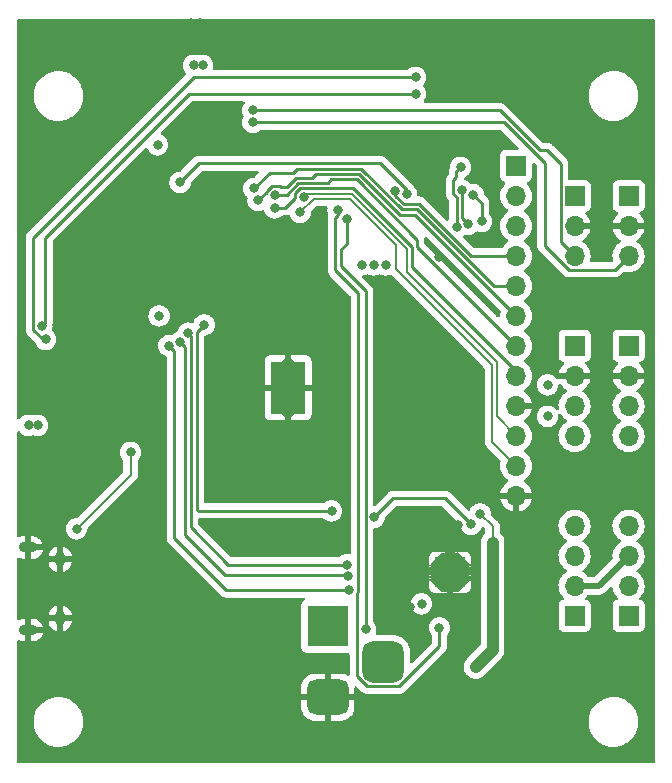
<source format=gbl>
%TF.GenerationSoftware,KiCad,Pcbnew,6.0.4-6f826c9f35~116~ubuntu20.04.1*%
%TF.CreationDate,2022-03-30T05:15:31+01:00*%
%TF.ProjectId,step32,73746570-3332-42e6-9b69-6361645f7063,rev?*%
%TF.SameCoordinates,Original*%
%TF.FileFunction,Copper,L4,Bot*%
%TF.FilePolarity,Positive*%
%FSLAX46Y46*%
G04 Gerber Fmt 4.6, Leading zero omitted, Abs format (unit mm)*
G04 Created by KiCad (PCBNEW 6.0.4-6f826c9f35~116~ubuntu20.04.1) date 2022-03-30 05:15:31*
%MOMM*%
%LPD*%
G01*
G04 APERTURE LIST*
G04 Aperture macros list*
%AMRoundRect*
0 Rectangle with rounded corners*
0 $1 Rounding radius*
0 $2 $3 $4 $5 $6 $7 $8 $9 X,Y pos of 4 corners*
0 Add a 4 corners polygon primitive as box body*
4,1,4,$2,$3,$4,$5,$6,$7,$8,$9,$2,$3,0*
0 Add four circle primitives for the rounded corners*
1,1,$1+$1,$2,$3*
1,1,$1+$1,$4,$5*
1,1,$1+$1,$6,$7*
1,1,$1+$1,$8,$9*
0 Add four rect primitives between the rounded corners*
20,1,$1+$1,$2,$3,$4,$5,0*
20,1,$1+$1,$4,$5,$6,$7,0*
20,1,$1+$1,$6,$7,$8,$9,0*
20,1,$1+$1,$8,$9,$2,$3,0*%
G04 Aperture macros list end*
%TA.AperFunction,ComponentPad*%
%ADD10C,0.500000*%
%TD*%
%TA.AperFunction,SMDPad,CuDef*%
%ADD11R,2.500000X2.500000*%
%TD*%
%TA.AperFunction,ComponentPad*%
%ADD12R,1.700000X1.700000*%
%TD*%
%TA.AperFunction,ComponentPad*%
%ADD13O,1.700000X1.700000*%
%TD*%
%TA.AperFunction,ComponentPad*%
%ADD14O,1.550000X0.890000*%
%TD*%
%TA.AperFunction,ComponentPad*%
%ADD15O,0.950000X1.250000*%
%TD*%
%TA.AperFunction,ComponentPad*%
%ADD16R,3.500000X3.500000*%
%TD*%
%TA.AperFunction,ComponentPad*%
%ADD17RoundRect,0.750000X1.000000X-0.750000X1.000000X0.750000X-1.000000X0.750000X-1.000000X-0.750000X0*%
%TD*%
%TA.AperFunction,ComponentPad*%
%ADD18RoundRect,0.875000X0.875000X-0.875000X0.875000X0.875000X-0.875000X0.875000X-0.875000X-0.875000X0*%
%TD*%
%TA.AperFunction,ComponentPad*%
%ADD19C,0.600000*%
%TD*%
%TA.AperFunction,SMDPad,CuDef*%
%ADD20R,2.950000X4.500000*%
%TD*%
%TA.AperFunction,ViaPad*%
%ADD21C,0.800000*%
%TD*%
%TA.AperFunction,Conductor*%
%ADD22C,0.500000*%
%TD*%
%TA.AperFunction,Conductor*%
%ADD23C,0.250000*%
%TD*%
%TA.AperFunction,Conductor*%
%ADD24C,0.200000*%
%TD*%
%TA.AperFunction,Conductor*%
%ADD25C,1.000000*%
%TD*%
G04 APERTURE END LIST*
D10*
%TO.P,U3,29,PAD*%
%TO.N,GND*%
X137160000Y-108331000D03*
X137160000Y-109331000D03*
X136160000Y-108331000D03*
X138160000Y-109331000D03*
X138160000Y-108331000D03*
X138160000Y-107331000D03*
X137160000Y-107331000D03*
D11*
X137160000Y-108331000D03*
D10*
X136160000Y-109331000D03*
X136160000Y-107331000D03*
%TD*%
D12*
%TO.P,J7,1,Pin_1*%
%TO.N,Net-(J7-Pad1)*%
X147701000Y-112014000D03*
D13*
%TO.P,J7,2,Pin_2*%
%TO.N,Net-(J7-Pad2)*%
X147701000Y-109474000D03*
%TO.P,J7,3,Pin_3*%
%TO.N,Net-(J7-Pad3)*%
X147701000Y-106934000D03*
%TO.P,J7,4,Pin_4*%
%TO.N,Net-(J7-Pad4)*%
X147701000Y-104394000D03*
%TD*%
D12*
%TO.P,J3,1,Pin_1*%
%TO.N,+3V3*%
X147701000Y-76469000D03*
D13*
%TO.P,J3,2,Pin_2*%
%TO.N,GND*%
X147701000Y-79009000D03*
%TO.P,J3,3,Pin_3*%
%TO.N,END1*%
X147701000Y-81549000D03*
%TD*%
D12*
%TO.P,J2,1,Pin_1*%
%TO.N,+3V3*%
X142748000Y-73909000D03*
D13*
%TO.P,J2,2,Pin_2*%
%TO.N,IO4*%
X142748000Y-76449000D03*
%TO.P,J2,3,Pin_3*%
%TO.N,IO5*%
X142748000Y-78989000D03*
%TO.P,J2,4,Pin_4*%
%TO.N,IO15*%
X142748000Y-81529000D03*
%TO.P,J2,5,Pin_5*%
%TO.N,IO26*%
X142748000Y-84069000D03*
%TO.P,J2,6,Pin_6*%
%TO.N,IO27*%
X142748000Y-86609000D03*
%TO.P,J2,7,Pin_7*%
%TO.N,IO32*%
X142748000Y-89149000D03*
%TO.P,J2,8,Pin_8*%
%TO.N,IO33*%
X142748000Y-91689000D03*
%TO.P,J2,9,Pin_9*%
%TO.N,GND*%
X142748000Y-94229000D03*
%TO.P,J2,10,Pin_10*%
%TO.N,SENSOR_VP*%
X142748000Y-96769000D03*
%TO.P,J2,11,Pin_11*%
%TO.N,SENSOR_VN*%
X142748000Y-99309000D03*
%TO.P,J2,12,Pin_12*%
%TO.N,GND*%
X142748000Y-101849000D03*
%TD*%
D12*
%TO.P,J4,1,Pin_1*%
%TO.N,+3V3*%
X152273000Y-76469000D03*
D13*
%TO.P,J4,2,Pin_2*%
%TO.N,GND*%
X152273000Y-79009000D03*
%TO.P,J4,3,Pin_3*%
%TO.N,END2*%
X152273000Y-81549000D03*
%TD*%
D12*
%TO.P,J6,1,Pin_1*%
%TO.N,+3V3*%
X152273000Y-89154000D03*
D13*
%TO.P,J6,2,Pin_2*%
%TO.N,GND*%
X152273000Y-91694000D03*
%TO.P,J6,3,Pin_3*%
%TO.N,SCL*%
X152273000Y-94234000D03*
%TO.P,J6,4,Pin_4*%
%TO.N,SDA*%
X152273000Y-96774000D03*
%TD*%
D12*
%TO.P,J8,1,Pin_1*%
%TO.N,Net-(J7-Pad1)*%
X152273000Y-112014000D03*
D13*
%TO.P,J8,2,Pin_2*%
%TO.N,Net-(J7-Pad3)*%
X152273000Y-109474000D03*
%TO.P,J8,3,Pin_3*%
%TO.N,Net-(J7-Pad2)*%
X152273000Y-106934000D03*
%TO.P,J8,4,Pin_4*%
%TO.N,Net-(J7-Pad4)*%
X152273000Y-104394000D03*
%TD*%
D14*
%TO.P,J1,6,Shield*%
%TO.N,GND*%
X101443000Y-113228000D03*
D15*
X104143000Y-112228000D03*
X104143000Y-107228000D03*
D14*
X101443000Y-106228000D03*
%TD*%
D16*
%TO.P,J9,1*%
%TO.N,Net-(F1-Pad2)*%
X126804500Y-112910250D03*
D17*
%TO.P,J9,2*%
%TO.N,GND*%
X126804500Y-118910250D03*
D18*
%TO.P,J9,3*%
%TO.N,unconnected-(J9-Pad3)*%
X131504500Y-115910250D03*
%TD*%
D12*
%TO.P,J5,1,Pin_1*%
%TO.N,+3V3*%
X147701000Y-89154000D03*
D13*
%TO.P,J5,2,Pin_2*%
%TO.N,GND*%
X147701000Y-91694000D03*
%TO.P,J5,3,Pin_3*%
%TO.N,SCL*%
X147701000Y-94234000D03*
%TO.P,J5,4,Pin_4*%
%TO.N,SDA*%
X147701000Y-96774000D03*
%TD*%
D19*
%TO.P,U4,9,GNDPAD*%
%TO.N,GND*%
X124044000Y-94510000D03*
X124044000Y-93310000D03*
X124044000Y-92010000D03*
X122844000Y-90910000D03*
X122844000Y-94510000D03*
X122844000Y-93310000D03*
D20*
X123444000Y-92710000D03*
D19*
X124044000Y-90910000D03*
X122844000Y-92010000D03*
%TD*%
D21*
%TO.N,GND*%
X103124000Y-100330000D03*
X113030000Y-121666000D03*
X116459000Y-121666000D03*
%TO.N,SENSOR_VN*%
X124460000Y-77851000D03*
%TO.N,SENSOR_VP*%
X124790878Y-76530878D03*
%TO.N,IO33*%
X122301000Y-77470000D03*
%TO.N,IO32*%
X122363500Y-76350421D03*
%TO.N,IO27*%
X120904000Y-76835000D03*
%TO.N,IO26*%
X120560500Y-75819000D03*
%TO.N,DIR*%
X128429085Y-78394683D03*
%TO.N,STEP*%
X127680758Y-77646356D03*
%TO.N,IO15*%
X132533010Y-76041951D03*
%TO.N,MS1*%
X139827000Y-78618500D03*
X139108323Y-76347908D03*
%TO.N,END2*%
X120458500Y-70231000D03*
%TO.N,END1*%
X120458500Y-69215000D03*
%TO.N,GND*%
X136259843Y-81636245D03*
%TO.N,MS2*%
X138171701Y-75998989D03*
X138690414Y-78865509D03*
%TO.N,MS3*%
X137716878Y-79091857D03*
X138049000Y-74041000D03*
%TO.N,GND*%
X132207000Y-110236000D03*
X132588000Y-105918000D03*
%TO.N,~{ENABLE}*%
X127127000Y-103124000D03*
X138938000Y-104267000D03*
X130756937Y-103659129D03*
X116332000Y-87376000D03*
%TO.N,~{RESET}*%
X128397000Y-107696000D03*
X114972500Y-88082412D03*
%TO.N,~{SLEEP}*%
X128538351Y-108685457D03*
X114305043Y-88826391D03*
%TO.N,DAC*%
X128613318Y-109839927D03*
X113356212Y-89140597D03*
%TO.N,DIR*%
X130010500Y-113157000D03*
%TO.N,GND*%
X121793000Y-81915000D03*
%TO.N,+3V3*%
X145415000Y-95123000D03*
X145415000Y-92456000D03*
%TO.N,RX*%
X102590513Y-87486111D03*
X134239000Y-67818000D03*
%TO.N,TX*%
X134239000Y-66421000D03*
X102907500Y-88607802D03*
%TO.N,IO0*%
X114300000Y-75311000D03*
X133486683Y-76341136D03*
%TO.N,GND*%
X137414000Y-62484000D03*
X115951000Y-61849000D03*
X115189000Y-61849000D03*
%TO.N,+3V3*%
X116205000Y-65405000D03*
X115443000Y-65405000D03*
X112395000Y-72136000D03*
%TO.N,GND*%
X110871000Y-75946000D03*
X104140000Y-75946000D03*
X104140000Y-84836000D03*
X110998000Y-84836000D03*
X114554000Y-82804000D03*
%TO.N,+3V3*%
X112522000Y-86614000D03*
%TO.N,+12V*%
X139700000Y-103378000D03*
%TO.N,GND*%
X137813382Y-104367020D03*
X137541000Y-112141000D03*
%TO.N,STEP*%
X136261500Y-113030000D03*
%TO.N,+3V3*%
X134747000Y-110998000D03*
%TO.N,GND*%
X133604000Y-113284000D03*
X133604000Y-112395000D03*
X133792628Y-111294950D03*
X144780000Y-116586000D03*
X143891000Y-106680000D03*
X143891000Y-105918000D03*
X143891000Y-110236000D03*
X143891000Y-109474000D03*
X142367000Y-111506000D03*
X142240000Y-104902000D03*
%TO.N,+12V*%
X140758500Y-110532500D03*
X139319000Y-116332000D03*
X140758500Y-105831098D03*
%TO.N,GND*%
X106299000Y-95016500D03*
X104775000Y-103124000D03*
X103886000Y-96012000D03*
%TO.N,+3V3*%
X102235000Y-95885000D03*
X101473000Y-95885000D03*
%TO.N,VBUS*%
X110109000Y-98171000D03*
X105537000Y-104648000D03*
%TO.N,GND*%
X112014000Y-95377000D03*
X110871000Y-94361000D03*
X108839000Y-96901000D03*
X117856000Y-89408000D03*
X117094000Y-90170000D03*
X117094000Y-91313000D03*
X126869480Y-86744520D03*
X126929750Y-85781750D03*
X126873000Y-84582000D03*
%TO.N,+3V3*%
X131699000Y-82296000D03*
X130683000Y-82296000D03*
X129667000Y-82296000D03*
%TD*%
D22*
%TO.N,Net-(J7-Pad2)*%
X147701000Y-109474000D02*
X149733000Y-109474000D01*
X149733000Y-109474000D02*
X152273000Y-106934000D01*
D23*
%TO.N,IO0*%
X114300000Y-75311000D02*
X115906067Y-73704933D01*
%TO.N,IO27*%
X122925830Y-75681978D02*
X122917599Y-75673747D01*
X122917599Y-75673747D02*
X122820565Y-75673747D01*
X129434715Y-74603957D02*
X125766760Y-74603957D01*
%TO.N,IO26*%
X129620908Y-74154446D02*
X124235598Y-74154446D01*
%TO.N,IO27*%
X122820565Y-75673747D02*
X122790599Y-75643781D01*
D24*
%TO.N,SENSOR_VP*%
X133477000Y-80969006D02*
X128816484Y-76308490D01*
D23*
%TO.N,IO26*%
X124235598Y-74154446D02*
X123882080Y-74507964D01*
%TO.N,IO27*%
X122681460Y-75643781D02*
X122663599Y-75625920D01*
X122063401Y-75625920D02*
X121638999Y-76050322D01*
X121638999Y-76050322D02*
X121638999Y-76100001D01*
%TO.N,IO33*%
X124490779Y-75806377D02*
X124066377Y-76230779D01*
D24*
%TO.N,SENSOR_VN*%
X125603000Y-76708000D02*
X124460000Y-77851000D01*
X125857000Y-76708000D02*
X125603000Y-76708000D01*
D23*
%TO.N,IO33*%
X124066377Y-76628274D02*
X123224651Y-77470000D01*
X133920021Y-82462679D02*
X133920021Y-81065677D01*
D24*
%TO.N,SENSOR_VN*%
X132588000Y-81915000D02*
X132588000Y-81407000D01*
D23*
%TO.N,IO27*%
X132882225Y-78051468D02*
X129434715Y-74603957D01*
D24*
%TO.N,SENSOR_VP*%
X142748000Y-96769000D02*
X141115511Y-95136511D01*
%TO.N,SENSOR_VN*%
X140970000Y-97531000D02*
X140716000Y-97277000D01*
D23*
%TO.N,IO32*%
X134351021Y-80155967D02*
X129248522Y-75053468D01*
D24*
%TO.N,SENSOR_VN*%
X132588000Y-82677000D02*
X132588000Y-81915000D01*
%TO.N,SENSOR_VP*%
X125013266Y-76308490D02*
X124790878Y-76530878D01*
D23*
%TO.N,IO27*%
X125766760Y-74603957D02*
X125463362Y-74907355D01*
D24*
%TO.N,SENSOR_VP*%
X133477000Y-82874007D02*
X133477000Y-80969006D01*
D23*
%TO.N,IO33*%
X123224651Y-77470000D02*
X122301000Y-77470000D01*
%TO.N,IO26*%
X123882080Y-74507964D02*
X121871536Y-74507964D01*
%TO.N,IO32*%
X129248522Y-75053468D02*
X127107485Y-75053468D01*
%TO.N,IO0*%
X115906067Y-73704933D02*
X131220592Y-73704933D01*
D24*
%TO.N,SENSOR_VN*%
X140716000Y-97277000D02*
X140716000Y-90805000D01*
D23*
%TO.N,IO27*%
X121638999Y-76100001D02*
X120904000Y-76835000D01*
%TO.N,IO32*%
X124304585Y-75356867D02*
X123311031Y-76350421D01*
%TO.N,IO33*%
X124066377Y-76230779D02*
X124066377Y-76628274D01*
%TO.N,IO27*%
X123343770Y-75681978D02*
X122925830Y-75681978D01*
D24*
%TO.N,SENSOR_VN*%
X140716000Y-90805000D02*
X138176000Y-88265000D01*
%TO.N,SENSOR_VP*%
X141115511Y-90512518D02*
X133477000Y-82874007D01*
D23*
%TO.N,IO27*%
X122663599Y-75625920D02*
X122063401Y-75625920D01*
D24*
%TO.N,SENSOR_VP*%
X141115511Y-95136511D02*
X141115511Y-90512518D01*
D23*
%TO.N,IO33*%
X133901511Y-80793167D02*
X128914721Y-75806377D01*
%TO.N,IO32*%
X142748000Y-89149000D02*
X134351022Y-80752022D01*
%TO.N,IO33*%
X133920021Y-81065677D02*
X133901511Y-81047168D01*
D24*
%TO.N,SENSOR_VN*%
X138176000Y-88265000D02*
X132969000Y-83058000D01*
D23*
%TO.N,IO26*%
X134376660Y-77601956D02*
X133068418Y-77601957D01*
D24*
%TO.N,SENSOR_VN*%
X132588000Y-80645000D02*
X128651000Y-76708000D01*
D23*
%TO.N,IO27*%
X142748000Y-86609000D02*
X134190467Y-78051467D01*
%TO.N,IO0*%
X133486683Y-75971024D02*
X133486683Y-76341136D01*
%TO.N,IO26*%
X142748000Y-84069000D02*
X140843704Y-84069000D01*
D24*
%TO.N,SENSOR_VP*%
X128816484Y-76308490D02*
X125013266Y-76308490D01*
%TO.N,SENSOR_VN*%
X132588000Y-81407000D02*
X132588000Y-80645000D01*
D23*
%TO.N,IO32*%
X134351022Y-80752022D02*
X134351021Y-80155967D01*
%TO.N,IO33*%
X142748000Y-91290658D02*
X133920021Y-82462679D01*
%TO.N,IO27*%
X122790599Y-75643781D02*
X122681460Y-75643781D01*
X125463362Y-74907355D02*
X124118391Y-74907357D01*
%TO.N,IO26*%
X140843704Y-84069000D02*
X134376660Y-77601956D01*
%TO.N,IO32*%
X127107485Y-75053468D02*
X126804086Y-75356867D01*
%TO.N,IO33*%
X142748000Y-91689000D02*
X142748000Y-91290658D01*
%TO.N,IO27*%
X124118391Y-74907357D02*
X123343770Y-75681978D01*
%TO.N,IO0*%
X131220592Y-73704933D02*
X133486683Y-75971024D01*
%TO.N,IO27*%
X134190467Y-78051467D02*
X132882225Y-78051468D01*
%TO.N,IO26*%
X121871536Y-74507964D02*
X120560500Y-75819000D01*
%TO.N,IO33*%
X128914721Y-75806377D02*
X124490779Y-75806377D01*
D24*
%TO.N,SENSOR_VN*%
X132969000Y-83058000D02*
X132588000Y-82677000D01*
X142748000Y-99309000D02*
X140970000Y-97531000D01*
D23*
%TO.N,IO32*%
X123311031Y-76350421D02*
X122363500Y-76350421D01*
D24*
%TO.N,SENSOR_VN*%
X128651000Y-76708000D02*
X125857000Y-76708000D01*
D23*
%TO.N,IO26*%
X133068418Y-77601957D02*
X129620908Y-74154446D01*
%TO.N,IO33*%
X133901511Y-81047168D02*
X133901511Y-80793167D01*
%TO.N,IO32*%
X126804086Y-75356867D02*
X124304585Y-75356867D01*
%TO.N,END1*%
X144749193Y-72612489D02*
X141351704Y-69215000D01*
X147701000Y-81549000D02*
X146526489Y-80374489D01*
X146526489Y-80374489D02*
X146526489Y-73755489D01*
X141351704Y-69215000D02*
X120458500Y-69215000D01*
%TO.N,IO15*%
X142748000Y-81529000D02*
X138939408Y-81529000D01*
%TO.N,END1*%
X145383489Y-72612489D02*
X144749193Y-72612489D01*
%TO.N,END2*%
X147214501Y-82723511D02*
X145161000Y-80670010D01*
%TO.N,IO15*%
X132533010Y-76430846D02*
X132533010Y-76041951D01*
X134547874Y-77137466D02*
X133239630Y-77137466D01*
%TO.N,END1*%
X146526489Y-73755489D02*
X145383489Y-72612489D01*
%TO.N,END2*%
X151098489Y-82723511D02*
X147214501Y-82723511D01*
X141732000Y-70231000D02*
X120458500Y-70231000D01*
X145161000Y-80670010D02*
X145161000Y-73660000D01*
%TO.N,IO15*%
X133239630Y-77137466D02*
X132533010Y-76430846D01*
%TO.N,END2*%
X145161000Y-73660000D02*
X141732000Y-70231000D01*
X152273000Y-81549000D02*
X151098489Y-82723511D01*
%TO.N,IO15*%
X138939408Y-81529000D02*
X134547874Y-77137466D01*
%TO.N,STEP*%
X127680758Y-78118409D02*
X127680758Y-77646356D01*
X127439489Y-78359678D02*
X127680758Y-78118409D01*
X129375501Y-84672205D02*
X127439489Y-82736193D01*
%TO.N,DIR*%
X128429085Y-80485915D02*
X128429085Y-78394683D01*
%TO.N,STEP*%
X129286000Y-117138127D02*
X129286000Y-110109000D01*
X127439489Y-82736193D02*
X127439489Y-78359678D01*
%TO.N,DIR*%
X127889000Y-82423000D02*
X127889000Y-81026000D01*
%TO.N,STEP*%
X136261500Y-114599627D02*
X132876357Y-117984770D01*
%TO.N,DIR*%
X127889000Y-81026000D02*
X128429085Y-80485915D01*
%TO.N,STEP*%
X129375501Y-110019499D02*
X129375501Y-84672205D01*
%TO.N,DIR*%
X130010500Y-84544500D02*
X127889000Y-82423000D01*
%TO.N,STEP*%
X129286000Y-110109000D02*
X129375501Y-110019499D01*
X130132643Y-117984770D02*
X129286000Y-117138127D01*
X136261500Y-113030000D02*
X136261500Y-114599627D01*
X132876357Y-117984770D02*
X130132643Y-117984770D01*
%TO.N,DIR*%
X130010500Y-113157000D02*
X130010500Y-84544500D01*
%TO.N,MS3*%
X137694920Y-74894480D02*
X137447200Y-75142200D01*
X137694920Y-74395080D02*
X137694920Y-74894480D01*
X137447200Y-75142200D02*
X137447200Y-76299088D01*
%TO.N,MS2*%
X138171701Y-75998989D02*
X138166389Y-76004301D01*
%TO.N,MS3*%
X137447200Y-76299088D02*
X137716878Y-76568766D01*
%TO.N,MS2*%
X138166389Y-78341484D02*
X138690414Y-78865509D01*
%TO.N,MS3*%
X137716878Y-76568766D02*
X137716878Y-79091857D01*
X138049000Y-74041000D02*
X137694920Y-74395080D01*
%TO.N,MS2*%
X138166389Y-76004301D02*
X138166389Y-78341484D01*
%TO.N,MS1*%
X139827000Y-77066585D02*
X139108323Y-76347908D01*
X139827000Y-78618500D02*
X139827000Y-77066585D01*
%TO.N,DAC*%
X113792000Y-105410704D02*
X118221223Y-109839927D01*
X113792000Y-89576385D02*
X113792000Y-105410704D01*
X113356212Y-89140597D02*
X113792000Y-89576385D01*
X118221223Y-109839927D02*
X128613318Y-109839927D01*
%TO.N,~{ENABLE}*%
X132364607Y-102051459D02*
X130756937Y-103659129D01*
X136722459Y-102051459D02*
X132364607Y-102051459D01*
X138938000Y-104267000D02*
X136722459Y-102051459D01*
%TO.N,~{RESET}*%
X118364000Y-107696000D02*
X115189000Y-104521000D01*
%TO.N,~{ENABLE}*%
X115697000Y-88900000D02*
X115697000Y-88011000D01*
%TO.N,~{SLEEP}*%
X118110000Y-108585000D02*
X114704670Y-105179670D01*
%TO.N,~{ENABLE}*%
X115697000Y-102997000D02*
X115697000Y-88900000D01*
X115697000Y-88011000D02*
X116332000Y-87376000D01*
%TO.N,~{RESET}*%
X115189000Y-104521000D02*
X115189000Y-88298912D01*
%TO.N,~{SLEEP}*%
X128437894Y-108585000D02*
X118110000Y-108585000D01*
%TO.N,~{ENABLE}*%
X127127000Y-103124000D02*
X115824000Y-103124000D01*
%TO.N,~{RESET}*%
X128397000Y-107696000D02*
X118364000Y-107696000D01*
%TO.N,~{ENABLE}*%
X115824000Y-103124000D02*
X115697000Y-102997000D01*
%TO.N,~{SLEEP}*%
X128538351Y-108685457D02*
X128437894Y-108585000D01*
X114704670Y-105179670D02*
X114704670Y-89226018D01*
X114704670Y-89226018D02*
X114305043Y-88826391D01*
%TO.N,~{RESET}*%
X115189000Y-88298912D02*
X114972500Y-88082412D01*
%TO.N,RX*%
X115062000Y-67818000D02*
X102870000Y-80010000D01*
%TO.N,TX*%
X134239000Y-66421000D02*
X115443000Y-66421000D01*
X115443000Y-66421000D02*
X101866012Y-79997988D01*
X102687604Y-88607802D02*
X102907500Y-88607802D01*
%TO.N,RX*%
X134239000Y-67818000D02*
X115062000Y-67818000D01*
X102870000Y-80010000D02*
X102870000Y-87206624D01*
%TO.N,TX*%
X101866012Y-79997988D02*
X101866012Y-87786210D01*
X101866012Y-87786210D02*
X102687604Y-88607802D01*
%TO.N,RX*%
X102870000Y-87206624D02*
X102590513Y-87486111D01*
D24*
%TO.N,+12V*%
X140758500Y-105831098D02*
X140758500Y-104436500D01*
X140758500Y-104436500D02*
X139700000Y-103378000D01*
D25*
X140758500Y-114892500D02*
X140758500Y-112945500D01*
X140758500Y-112945500D02*
X140758500Y-105831098D01*
X140758500Y-112945500D02*
X140758500Y-110532500D01*
X139319000Y-116332000D02*
X140758500Y-114892500D01*
D24*
%TO.N,VBUS*%
X105537000Y-104648000D02*
X110109000Y-100076000D01*
X110109000Y-100076000D02*
X110109000Y-98171000D01*
%TD*%
%TA.AperFunction,Conductor*%
%TO.N,GND*%
G36*
X154433621Y-61528502D02*
G01*
X154480114Y-61582158D01*
X154491500Y-61634500D01*
X154491500Y-124365500D01*
X154471498Y-124433621D01*
X154417842Y-124480114D01*
X154365500Y-124491500D01*
X100634500Y-124491500D01*
X100566379Y-124471498D01*
X100519886Y-124417842D01*
X100508500Y-124365500D01*
X100508500Y-121132703D01*
X101890743Y-121132703D01*
X101928268Y-121417734D01*
X102004129Y-121695036D01*
X102116923Y-121959476D01*
X102264561Y-122206161D01*
X102444313Y-122430528D01*
X102652851Y-122628423D01*
X102886317Y-122796186D01*
X102890112Y-122798195D01*
X102890113Y-122798196D01*
X102911869Y-122809715D01*
X103140392Y-122930712D01*
X103410373Y-123029511D01*
X103691264Y-123090755D01*
X103719841Y-123093004D01*
X103914282Y-123108307D01*
X103914291Y-123108307D01*
X103916739Y-123108500D01*
X104072271Y-123108500D01*
X104074407Y-123108354D01*
X104074418Y-123108354D01*
X104282548Y-123094165D01*
X104282554Y-123094164D01*
X104286825Y-123093873D01*
X104291020Y-123093004D01*
X104291022Y-123093004D01*
X104427583Y-123064724D01*
X104568342Y-123035574D01*
X104839343Y-122939607D01*
X105094812Y-122807750D01*
X105098313Y-122805289D01*
X105098317Y-122805287D01*
X105212418Y-122725095D01*
X105330023Y-122642441D01*
X105540622Y-122446740D01*
X105722713Y-122224268D01*
X105872927Y-121979142D01*
X105988483Y-121715898D01*
X106067244Y-121439406D01*
X106107751Y-121154784D01*
X106107845Y-121136951D01*
X106107867Y-121132703D01*
X148890743Y-121132703D01*
X148928268Y-121417734D01*
X149004129Y-121695036D01*
X149116923Y-121959476D01*
X149264561Y-122206161D01*
X149444313Y-122430528D01*
X149652851Y-122628423D01*
X149886317Y-122796186D01*
X149890112Y-122798195D01*
X149890113Y-122798196D01*
X149911869Y-122809715D01*
X150140392Y-122930712D01*
X150410373Y-123029511D01*
X150691264Y-123090755D01*
X150719841Y-123093004D01*
X150914282Y-123108307D01*
X150914291Y-123108307D01*
X150916739Y-123108500D01*
X151072271Y-123108500D01*
X151074407Y-123108354D01*
X151074418Y-123108354D01*
X151282548Y-123094165D01*
X151282554Y-123094164D01*
X151286825Y-123093873D01*
X151291020Y-123093004D01*
X151291022Y-123093004D01*
X151427583Y-123064724D01*
X151568342Y-123035574D01*
X151839343Y-122939607D01*
X152094812Y-122807750D01*
X152098313Y-122805289D01*
X152098317Y-122805287D01*
X152212418Y-122725095D01*
X152330023Y-122642441D01*
X152540622Y-122446740D01*
X152722713Y-122224268D01*
X152872927Y-121979142D01*
X152988483Y-121715898D01*
X153067244Y-121439406D01*
X153107751Y-121154784D01*
X153107845Y-121136951D01*
X153109235Y-120871583D01*
X153109235Y-120871576D01*
X153109257Y-120867297D01*
X153107281Y-120852283D01*
X153072292Y-120586522D01*
X153071732Y-120582266D01*
X152995871Y-120304964D01*
X152902893Y-120086981D01*
X152884763Y-120044476D01*
X152884761Y-120044472D01*
X152883077Y-120040524D01*
X152735439Y-119793839D01*
X152555687Y-119569472D01*
X152347149Y-119371577D01*
X152113683Y-119203814D01*
X152091843Y-119192250D01*
X152050037Y-119170115D01*
X151859608Y-119069288D01*
X151589627Y-118970489D01*
X151308736Y-118909245D01*
X151277685Y-118906801D01*
X151085718Y-118891693D01*
X151085709Y-118891693D01*
X151083261Y-118891500D01*
X150927729Y-118891500D01*
X150925593Y-118891646D01*
X150925582Y-118891646D01*
X150717452Y-118905835D01*
X150717446Y-118905836D01*
X150713175Y-118906127D01*
X150708980Y-118906996D01*
X150708978Y-118906996D01*
X150572417Y-118935276D01*
X150431658Y-118964426D01*
X150160657Y-119060393D01*
X149905188Y-119192250D01*
X149901687Y-119194711D01*
X149901683Y-119194713D01*
X149891594Y-119201804D01*
X149669977Y-119357559D01*
X149459378Y-119553260D01*
X149277287Y-119775732D01*
X149127073Y-120020858D01*
X149011517Y-120284102D01*
X148932756Y-120560594D01*
X148892249Y-120845216D01*
X148892227Y-120849505D01*
X148892226Y-120849512D01*
X148891867Y-120918043D01*
X148890743Y-121132703D01*
X106107867Y-121132703D01*
X106109235Y-120871583D01*
X106109235Y-120871576D01*
X106109257Y-120867297D01*
X106107281Y-120852283D01*
X106072292Y-120586522D01*
X106071732Y-120582266D01*
X105995871Y-120304964D01*
X105902893Y-120086981D01*
X105884763Y-120044476D01*
X105884761Y-120044472D01*
X105883077Y-120040524D01*
X105735439Y-119793839D01*
X105676452Y-119720211D01*
X124546501Y-119720211D01*
X124546709Y-119725321D01*
X124557582Y-119859017D01*
X124559352Y-119869570D01*
X124612467Y-120076435D01*
X124616201Y-120086981D01*
X124705010Y-120280955D01*
X124710546Y-120290662D01*
X124832303Y-120465847D01*
X124839476Y-120474426D01*
X124990324Y-120625274D01*
X124998903Y-120632447D01*
X125174088Y-120754204D01*
X125183795Y-120759740D01*
X125377769Y-120848549D01*
X125388315Y-120852283D01*
X125595179Y-120905397D01*
X125605734Y-120907168D01*
X125739430Y-120918043D01*
X125744536Y-120918250D01*
X126532385Y-120918250D01*
X126547624Y-120913775D01*
X126548829Y-120912385D01*
X126550500Y-120904702D01*
X126550500Y-120900134D01*
X127058500Y-120900134D01*
X127062975Y-120915373D01*
X127064365Y-120916578D01*
X127072048Y-120918249D01*
X127864461Y-120918249D01*
X127869571Y-120918041D01*
X128003267Y-120907168D01*
X128013820Y-120905398D01*
X128220685Y-120852283D01*
X128231231Y-120848549D01*
X128425205Y-120759740D01*
X128434912Y-120754204D01*
X128610097Y-120632447D01*
X128618676Y-120625274D01*
X128769524Y-120474426D01*
X128776697Y-120465847D01*
X128898454Y-120290662D01*
X128903990Y-120280955D01*
X128992799Y-120086981D01*
X128996533Y-120076435D01*
X129049647Y-119869571D01*
X129051418Y-119859016D01*
X129062293Y-119725320D01*
X129062500Y-119720214D01*
X129062500Y-119182365D01*
X129058025Y-119167126D01*
X129056635Y-119165921D01*
X129048952Y-119164250D01*
X127076615Y-119164250D01*
X127061376Y-119168725D01*
X127060171Y-119170115D01*
X127058500Y-119177798D01*
X127058500Y-120900134D01*
X126550500Y-120900134D01*
X126550500Y-119182365D01*
X126546025Y-119167126D01*
X126544635Y-119165921D01*
X126536952Y-119164250D01*
X124564616Y-119164250D01*
X124549377Y-119168725D01*
X124548172Y-119170115D01*
X124546501Y-119177798D01*
X124546501Y-119720211D01*
X105676452Y-119720211D01*
X105555687Y-119569472D01*
X105347149Y-119371577D01*
X105113683Y-119203814D01*
X105091843Y-119192250D01*
X105050037Y-119170115D01*
X104859608Y-119069288D01*
X104589627Y-118970489D01*
X104308736Y-118909245D01*
X104277685Y-118906801D01*
X104085718Y-118891693D01*
X104085709Y-118891693D01*
X104083261Y-118891500D01*
X103927729Y-118891500D01*
X103925593Y-118891646D01*
X103925582Y-118891646D01*
X103717452Y-118905835D01*
X103717446Y-118905836D01*
X103713175Y-118906127D01*
X103708980Y-118906996D01*
X103708978Y-118906996D01*
X103572417Y-118935276D01*
X103431658Y-118964426D01*
X103160657Y-119060393D01*
X102905188Y-119192250D01*
X102901687Y-119194711D01*
X102901683Y-119194713D01*
X102891594Y-119201804D01*
X102669977Y-119357559D01*
X102459378Y-119553260D01*
X102277287Y-119775732D01*
X102127073Y-120020858D01*
X102011517Y-120284102D01*
X101932756Y-120560594D01*
X101892249Y-120845216D01*
X101892227Y-120849505D01*
X101892226Y-120849512D01*
X101891867Y-120918043D01*
X101890743Y-121132703D01*
X100508500Y-121132703D01*
X100508500Y-118638135D01*
X124546500Y-118638135D01*
X124550975Y-118653374D01*
X124552365Y-118654579D01*
X124560048Y-118656250D01*
X126532385Y-118656250D01*
X126547624Y-118651775D01*
X126548829Y-118650385D01*
X126550500Y-118642702D01*
X126550500Y-116920366D01*
X126546025Y-116905127D01*
X126544635Y-116903922D01*
X126536952Y-116902251D01*
X125744539Y-116902251D01*
X125739429Y-116902459D01*
X125605733Y-116913332D01*
X125595180Y-116915102D01*
X125388315Y-116968217D01*
X125377769Y-116971951D01*
X125183795Y-117060760D01*
X125174088Y-117066296D01*
X124998903Y-117188053D01*
X124990324Y-117195226D01*
X124839476Y-117346074D01*
X124832303Y-117354653D01*
X124710546Y-117529838D01*
X124705010Y-117539545D01*
X124616201Y-117733519D01*
X124612467Y-117744065D01*
X124559353Y-117950929D01*
X124557582Y-117961484D01*
X124546707Y-118095180D01*
X124546500Y-118100286D01*
X124546500Y-118638135D01*
X100508500Y-118638135D01*
X100508500Y-114196642D01*
X100528502Y-114128521D01*
X100582158Y-114082028D01*
X100652432Y-114071924D01*
X100684541Y-114081005D01*
X100817495Y-114138540D01*
X100829607Y-114142382D01*
X101008134Y-114179677D01*
X101017666Y-114180915D01*
X101020889Y-114181000D01*
X101170885Y-114181000D01*
X101186124Y-114176525D01*
X101187329Y-114175135D01*
X101189000Y-114167452D01*
X101189000Y-114162885D01*
X101697000Y-114162885D01*
X101701475Y-114178124D01*
X101702865Y-114179329D01*
X101710548Y-114181000D01*
X101818192Y-114181000D01*
X101824567Y-114180677D01*
X101959267Y-114166995D01*
X101971707Y-114164441D01*
X102144264Y-114110365D01*
X102155952Y-114105356D01*
X102314111Y-114017686D01*
X102324544Y-114010435D01*
X102461843Y-113892756D01*
X102470612Y-113883547D01*
X102581442Y-113740667D01*
X102588178Y-113729887D01*
X102668019Y-113567626D01*
X102672445Y-113555727D01*
X102687082Y-113499531D01*
X102686648Y-113485436D01*
X102678467Y-113482000D01*
X101715115Y-113482000D01*
X101699876Y-113486475D01*
X101698671Y-113487865D01*
X101697000Y-113495548D01*
X101697000Y-114162885D01*
X101189000Y-114162885D01*
X101189000Y-112955885D01*
X101697000Y-112955885D01*
X101701475Y-112971124D01*
X101702865Y-112972329D01*
X101710548Y-112974000D01*
X102676901Y-112974000D01*
X102690432Y-112970027D01*
X102691309Y-112963925D01*
X102636170Y-112814064D01*
X102630608Y-112802658D01*
X102535309Y-112648956D01*
X102527560Y-112638895D01*
X102403310Y-112507504D01*
X102393690Y-112499201D01*
X102392967Y-112498695D01*
X103167191Y-112498695D01*
X103174467Y-112570331D01*
X103177021Y-112582770D01*
X103232920Y-112761143D01*
X103237929Y-112772831D01*
X103328553Y-112936320D01*
X103335804Y-112946753D01*
X103457456Y-113088688D01*
X103466647Y-113097441D01*
X103614364Y-113212021D01*
X103625124Y-113218745D01*
X103792860Y-113301281D01*
X103804767Y-113305709D01*
X103871469Y-113323083D01*
X103885564Y-113322649D01*
X103889000Y-113314468D01*
X103889000Y-113313867D01*
X104397000Y-113313867D01*
X104400973Y-113327398D01*
X104407075Y-113328275D01*
X104570145Y-113268277D01*
X104581573Y-113262703D01*
X104740440Y-113164201D01*
X104750504Y-113156451D01*
X104886322Y-113028014D01*
X104894625Y-113018394D01*
X105001845Y-112865269D01*
X105008042Y-112854180D01*
X105082284Y-112682618D01*
X105086123Y-112670515D01*
X105121801Y-112499736D01*
X105120678Y-112485675D01*
X105110571Y-112482000D01*
X104415115Y-112482000D01*
X104399876Y-112486475D01*
X104398671Y-112487865D01*
X104397000Y-112495548D01*
X104397000Y-113313867D01*
X103889000Y-113313867D01*
X103889000Y-112500115D01*
X103884525Y-112484876D01*
X103883135Y-112483671D01*
X103875452Y-112482000D01*
X103183610Y-112482000D01*
X103169250Y-112486216D01*
X103167191Y-112498695D01*
X102392967Y-112498695D01*
X102245557Y-112395477D01*
X102234469Y-112389280D01*
X102068505Y-112317460D01*
X102056393Y-112313618D01*
X101877866Y-112276323D01*
X101868334Y-112275085D01*
X101865111Y-112275000D01*
X101715115Y-112275000D01*
X101699876Y-112279475D01*
X101698671Y-112280865D01*
X101697000Y-112288548D01*
X101697000Y-112955885D01*
X101189000Y-112955885D01*
X101189000Y-112293115D01*
X101184525Y-112277876D01*
X101183135Y-112276671D01*
X101175452Y-112275000D01*
X101067808Y-112275000D01*
X101061433Y-112275323D01*
X100926733Y-112289005D01*
X100914293Y-112291559D01*
X100741736Y-112345635D01*
X100730053Y-112350642D01*
X100695587Y-112369747D01*
X100626310Y-112385279D01*
X100559633Y-112360891D01*
X100516726Y-112304327D01*
X100508500Y-112259545D01*
X100508500Y-111956264D01*
X103164199Y-111956264D01*
X103165322Y-111970325D01*
X103175429Y-111974000D01*
X103870885Y-111974000D01*
X103886124Y-111969525D01*
X103887329Y-111968135D01*
X103889000Y-111960452D01*
X103889000Y-111955885D01*
X104397000Y-111955885D01*
X104401475Y-111971124D01*
X104402865Y-111972329D01*
X104410548Y-111974000D01*
X105102390Y-111974000D01*
X105116750Y-111969784D01*
X105118809Y-111957305D01*
X105111533Y-111885669D01*
X105108979Y-111873230D01*
X105053080Y-111694857D01*
X105048071Y-111683169D01*
X104957447Y-111519680D01*
X104950196Y-111509247D01*
X104828544Y-111367312D01*
X104819353Y-111358559D01*
X104671636Y-111243979D01*
X104660876Y-111237255D01*
X104493140Y-111154719D01*
X104481233Y-111150291D01*
X104414531Y-111132917D01*
X104400436Y-111133351D01*
X104397000Y-111141532D01*
X104397000Y-111955885D01*
X103889000Y-111955885D01*
X103889000Y-111142133D01*
X103885027Y-111128602D01*
X103878925Y-111127725D01*
X103715855Y-111187723D01*
X103704427Y-111193297D01*
X103545560Y-111291799D01*
X103535496Y-111299549D01*
X103399678Y-111427986D01*
X103391375Y-111437606D01*
X103284155Y-111590731D01*
X103277958Y-111601820D01*
X103203716Y-111773382D01*
X103199877Y-111785485D01*
X103164199Y-111956264D01*
X100508500Y-111956264D01*
X100508500Y-107498695D01*
X103167191Y-107498695D01*
X103174467Y-107570331D01*
X103177021Y-107582770D01*
X103232920Y-107761143D01*
X103237929Y-107772831D01*
X103328553Y-107936320D01*
X103335804Y-107946753D01*
X103457456Y-108088688D01*
X103466647Y-108097441D01*
X103614364Y-108212021D01*
X103625124Y-108218745D01*
X103792860Y-108301281D01*
X103804767Y-108305709D01*
X103871469Y-108323083D01*
X103885564Y-108322649D01*
X103889000Y-108314468D01*
X103889000Y-108313867D01*
X104397000Y-108313867D01*
X104400973Y-108327398D01*
X104407075Y-108328275D01*
X104570145Y-108268277D01*
X104581573Y-108262703D01*
X104740440Y-108164201D01*
X104750504Y-108156451D01*
X104886322Y-108028014D01*
X104894625Y-108018394D01*
X105001845Y-107865269D01*
X105008042Y-107854180D01*
X105082284Y-107682618D01*
X105086123Y-107670515D01*
X105121801Y-107499736D01*
X105120678Y-107485675D01*
X105110571Y-107482000D01*
X104415115Y-107482000D01*
X104399876Y-107486475D01*
X104398671Y-107487865D01*
X104397000Y-107495548D01*
X104397000Y-108313867D01*
X103889000Y-108313867D01*
X103889000Y-107500115D01*
X103884525Y-107484876D01*
X103883135Y-107483671D01*
X103875452Y-107482000D01*
X103183610Y-107482000D01*
X103169250Y-107486216D01*
X103167191Y-107498695D01*
X100508500Y-107498695D01*
X100508500Y-107196642D01*
X100528502Y-107128521D01*
X100582158Y-107082028D01*
X100652432Y-107071924D01*
X100684541Y-107081005D01*
X100817495Y-107138540D01*
X100829607Y-107142382D01*
X101008134Y-107179677D01*
X101017666Y-107180915D01*
X101020889Y-107181000D01*
X101170885Y-107181000D01*
X101186124Y-107176525D01*
X101187329Y-107175135D01*
X101189000Y-107167452D01*
X101189000Y-107162885D01*
X101697000Y-107162885D01*
X101701475Y-107178124D01*
X101702865Y-107179329D01*
X101710548Y-107181000D01*
X101818192Y-107181000D01*
X101824567Y-107180677D01*
X101959267Y-107166995D01*
X101971707Y-107164441D01*
X102144264Y-107110365D01*
X102155952Y-107105356D01*
X102314111Y-107017686D01*
X102324544Y-107010435D01*
X102387747Y-106956264D01*
X103164199Y-106956264D01*
X103165322Y-106970325D01*
X103175429Y-106974000D01*
X103870885Y-106974000D01*
X103886124Y-106969525D01*
X103887329Y-106968135D01*
X103889000Y-106960452D01*
X103889000Y-106955885D01*
X104397000Y-106955885D01*
X104401475Y-106971124D01*
X104402865Y-106972329D01*
X104410548Y-106974000D01*
X105102390Y-106974000D01*
X105116750Y-106969784D01*
X105118809Y-106957305D01*
X105111533Y-106885669D01*
X105108979Y-106873230D01*
X105053080Y-106694857D01*
X105048071Y-106683169D01*
X104957447Y-106519680D01*
X104950196Y-106509247D01*
X104828544Y-106367312D01*
X104819353Y-106358559D01*
X104671636Y-106243979D01*
X104660876Y-106237255D01*
X104493140Y-106154719D01*
X104481233Y-106150291D01*
X104414531Y-106132917D01*
X104400436Y-106133351D01*
X104397000Y-106141532D01*
X104397000Y-106955885D01*
X103889000Y-106955885D01*
X103889000Y-106142133D01*
X103885027Y-106128602D01*
X103878925Y-106127725D01*
X103715855Y-106187723D01*
X103704427Y-106193297D01*
X103545560Y-106291799D01*
X103535496Y-106299549D01*
X103399678Y-106427986D01*
X103391375Y-106437606D01*
X103284155Y-106590731D01*
X103277958Y-106601820D01*
X103203716Y-106773382D01*
X103199877Y-106785485D01*
X103164199Y-106956264D01*
X102387747Y-106956264D01*
X102461843Y-106892756D01*
X102470612Y-106883547D01*
X102581442Y-106740667D01*
X102588178Y-106729887D01*
X102668019Y-106567626D01*
X102672445Y-106555727D01*
X102687082Y-106499531D01*
X102686648Y-106485436D01*
X102678467Y-106482000D01*
X101715115Y-106482000D01*
X101699876Y-106486475D01*
X101698671Y-106487865D01*
X101697000Y-106495548D01*
X101697000Y-107162885D01*
X101189000Y-107162885D01*
X101189000Y-105955885D01*
X101697000Y-105955885D01*
X101701475Y-105971124D01*
X101702865Y-105972329D01*
X101710548Y-105974000D01*
X102676901Y-105974000D01*
X102690432Y-105970027D01*
X102691309Y-105963925D01*
X102636170Y-105814064D01*
X102630608Y-105802658D01*
X102535309Y-105648956D01*
X102527560Y-105638895D01*
X102403310Y-105507504D01*
X102393690Y-105499201D01*
X102245557Y-105395477D01*
X102234469Y-105389280D01*
X102068505Y-105317460D01*
X102056393Y-105313618D01*
X101877866Y-105276323D01*
X101868334Y-105275085D01*
X101865111Y-105275000D01*
X101715115Y-105275000D01*
X101699876Y-105279475D01*
X101698671Y-105280865D01*
X101697000Y-105288548D01*
X101697000Y-105955885D01*
X101189000Y-105955885D01*
X101189000Y-105293115D01*
X101184525Y-105277876D01*
X101183135Y-105276671D01*
X101175452Y-105275000D01*
X101067808Y-105275000D01*
X101061433Y-105275323D01*
X100926733Y-105289005D01*
X100914293Y-105291559D01*
X100741736Y-105345635D01*
X100730053Y-105350642D01*
X100695587Y-105369747D01*
X100626310Y-105385279D01*
X100559633Y-105360891D01*
X100516726Y-105304327D01*
X100508500Y-105259545D01*
X100508500Y-104648000D01*
X104623496Y-104648000D01*
X104643458Y-104837928D01*
X104702473Y-105019556D01*
X104705776Y-105025278D01*
X104705777Y-105025279D01*
X104706333Y-105026242D01*
X104797960Y-105184944D01*
X104802378Y-105189851D01*
X104802379Y-105189852D01*
X104884572Y-105281137D01*
X104925747Y-105326866D01*
X105006145Y-105385279D01*
X105070293Y-105431885D01*
X105080248Y-105439118D01*
X105086276Y-105441802D01*
X105086278Y-105441803D01*
X105246734Y-105513242D01*
X105254712Y-105516794D01*
X105348113Y-105536647D01*
X105435056Y-105555128D01*
X105435061Y-105555128D01*
X105441513Y-105556500D01*
X105632487Y-105556500D01*
X105638939Y-105555128D01*
X105638944Y-105555128D01*
X105725888Y-105536647D01*
X105819288Y-105516794D01*
X105827266Y-105513242D01*
X105987722Y-105441803D01*
X105987724Y-105441802D01*
X105993752Y-105439118D01*
X106003708Y-105431885D01*
X106067855Y-105385279D01*
X106148253Y-105326866D01*
X106189428Y-105281137D01*
X106271621Y-105189852D01*
X106271622Y-105189851D01*
X106276040Y-105184944D01*
X106367667Y-105026242D01*
X106368223Y-105025279D01*
X106368224Y-105025278D01*
X106371527Y-105019556D01*
X106430542Y-104837928D01*
X106450504Y-104648000D01*
X106450316Y-104646214D01*
X106469816Y-104579804D01*
X106486719Y-104558830D01*
X110505234Y-100540315D01*
X110517625Y-100529448D01*
X110536437Y-100515013D01*
X110542987Y-100509987D01*
X110567474Y-100478075D01*
X110567477Y-100478072D01*
X110640523Y-100382876D01*
X110640524Y-100382875D01*
X110701838Y-100234850D01*
X110717500Y-100115885D01*
X110717500Y-100115878D01*
X110722750Y-100076000D01*
X110718578Y-100044307D01*
X110717500Y-100027864D01*
X110717500Y-98901290D01*
X110737502Y-98833169D01*
X110749864Y-98816980D01*
X110843621Y-98712852D01*
X110843622Y-98712851D01*
X110848040Y-98707944D01*
X110943527Y-98542556D01*
X111002542Y-98360928D01*
X111022504Y-98171000D01*
X111018780Y-98135564D01*
X111003232Y-97987635D01*
X111003232Y-97987633D01*
X111002542Y-97981072D01*
X110943527Y-97799444D01*
X110848040Y-97634056D01*
X110720253Y-97492134D01*
X110583835Y-97393020D01*
X110571094Y-97383763D01*
X110571093Y-97383762D01*
X110565752Y-97379882D01*
X110559724Y-97377198D01*
X110559722Y-97377197D01*
X110397319Y-97304891D01*
X110397318Y-97304891D01*
X110391288Y-97302206D01*
X110272704Y-97277000D01*
X110210944Y-97263872D01*
X110210939Y-97263872D01*
X110204487Y-97262500D01*
X110013513Y-97262500D01*
X110007061Y-97263872D01*
X110007056Y-97263872D01*
X109945296Y-97277000D01*
X109826712Y-97302206D01*
X109820682Y-97304891D01*
X109820681Y-97304891D01*
X109658278Y-97377197D01*
X109658276Y-97377198D01*
X109652248Y-97379882D01*
X109646907Y-97383762D01*
X109646906Y-97383763D01*
X109634165Y-97393020D01*
X109497747Y-97492134D01*
X109369960Y-97634056D01*
X109274473Y-97799444D01*
X109215458Y-97981072D01*
X109214768Y-97987633D01*
X109214768Y-97987635D01*
X109199220Y-98135564D01*
X109195496Y-98171000D01*
X109215458Y-98360928D01*
X109274473Y-98542556D01*
X109369960Y-98707944D01*
X109374378Y-98712851D01*
X109374379Y-98712852D01*
X109468136Y-98816980D01*
X109498854Y-98880987D01*
X109500500Y-98901290D01*
X109500500Y-99771761D01*
X109480498Y-99839882D01*
X109463595Y-99860856D01*
X105621856Y-103702595D01*
X105559544Y-103736621D01*
X105532761Y-103739500D01*
X105441513Y-103739500D01*
X105435061Y-103740872D01*
X105435056Y-103740872D01*
X105356830Y-103757500D01*
X105254712Y-103779206D01*
X105248682Y-103781891D01*
X105248681Y-103781891D01*
X105086278Y-103854197D01*
X105086276Y-103854198D01*
X105080248Y-103856882D01*
X104925747Y-103969134D01*
X104921326Y-103974044D01*
X104921325Y-103974045D01*
X104917742Y-103978025D01*
X104797960Y-104111056D01*
X104794659Y-104116774D01*
X104707926Y-104267000D01*
X104702473Y-104276444D01*
X104643458Y-104458072D01*
X104642768Y-104464633D01*
X104642768Y-104464635D01*
X104629914Y-104586935D01*
X104623496Y-104648000D01*
X100508500Y-104648000D01*
X100508500Y-96498238D01*
X100528502Y-96430117D01*
X100582158Y-96383624D01*
X100652432Y-96373520D01*
X100717012Y-96403014D01*
X100733237Y-96420691D01*
X100733960Y-96421944D01*
X100738381Y-96426854D01*
X100816477Y-96513588D01*
X100861747Y-96563866D01*
X101016248Y-96676118D01*
X101022276Y-96678802D01*
X101022278Y-96678803D01*
X101184677Y-96751107D01*
X101190712Y-96753794D01*
X101269994Y-96770646D01*
X101371056Y-96792128D01*
X101371061Y-96792128D01*
X101377513Y-96793500D01*
X101568487Y-96793500D01*
X101574939Y-96792128D01*
X101574944Y-96792128D01*
X101713660Y-96762642D01*
X101755288Y-96753794D01*
X101761321Y-96751108D01*
X101761324Y-96751107D01*
X101802752Y-96732662D01*
X101873119Y-96723228D01*
X101905248Y-96732662D01*
X101946676Y-96751107D01*
X101946679Y-96751108D01*
X101952712Y-96753794D01*
X101994340Y-96762642D01*
X102133056Y-96792128D01*
X102133061Y-96792128D01*
X102139513Y-96793500D01*
X102330487Y-96793500D01*
X102336939Y-96792128D01*
X102336944Y-96792128D01*
X102438006Y-96770646D01*
X102517288Y-96753794D01*
X102523323Y-96751107D01*
X102685722Y-96678803D01*
X102685724Y-96678802D01*
X102691752Y-96676118D01*
X102846253Y-96563866D01*
X102887038Y-96518570D01*
X102969621Y-96426852D01*
X102969622Y-96426851D01*
X102974040Y-96421944D01*
X103069527Y-96256556D01*
X103128542Y-96074928D01*
X103133107Y-96031500D01*
X103147814Y-95891565D01*
X103148504Y-95885000D01*
X103147814Y-95878435D01*
X103129232Y-95701635D01*
X103129232Y-95701633D01*
X103128542Y-95695072D01*
X103069527Y-95513444D01*
X102974040Y-95348056D01*
X102948064Y-95319206D01*
X102850675Y-95211045D01*
X102850674Y-95211044D01*
X102846253Y-95206134D01*
X102724244Y-95117489D01*
X102697094Y-95097763D01*
X102697093Y-95097762D01*
X102691752Y-95093882D01*
X102685724Y-95091198D01*
X102685722Y-95091197D01*
X102523319Y-95018891D01*
X102523318Y-95018891D01*
X102517288Y-95016206D01*
X102423887Y-94996353D01*
X102336944Y-94977872D01*
X102336939Y-94977872D01*
X102330487Y-94976500D01*
X102139513Y-94976500D01*
X102133061Y-94977872D01*
X102133056Y-94977872D01*
X102006989Y-95004669D01*
X101952712Y-95016206D01*
X101946679Y-95018892D01*
X101946676Y-95018893D01*
X101905248Y-95037338D01*
X101834881Y-95046772D01*
X101802752Y-95037338D01*
X101761324Y-95018893D01*
X101761321Y-95018892D01*
X101755288Y-95016206D01*
X101701011Y-95004669D01*
X101574944Y-94977872D01*
X101574939Y-94977872D01*
X101568487Y-94976500D01*
X101377513Y-94976500D01*
X101371061Y-94977872D01*
X101371056Y-94977872D01*
X101284113Y-94996353D01*
X101190712Y-95016206D01*
X101184682Y-95018891D01*
X101184681Y-95018891D01*
X101022278Y-95091197D01*
X101022276Y-95091198D01*
X101016248Y-95093882D01*
X101010907Y-95097762D01*
X101010906Y-95097763D01*
X100983756Y-95117489D01*
X100861747Y-95206134D01*
X100857326Y-95211044D01*
X100857325Y-95211045D01*
X100854980Y-95213649D01*
X100733960Y-95348056D01*
X100733766Y-95347882D01*
X100680213Y-95389177D01*
X100609477Y-95395252D01*
X100546686Y-95362120D01*
X100511774Y-95300300D01*
X100508500Y-95271762D01*
X100508500Y-79977931D01*
X101227792Y-79977931D01*
X101228538Y-79985823D01*
X101231953Y-80021949D01*
X101232512Y-80033807D01*
X101232512Y-87707443D01*
X101231985Y-87718626D01*
X101230310Y-87726119D01*
X101230559Y-87734045D01*
X101230559Y-87734046D01*
X101232450Y-87794196D01*
X101232512Y-87798155D01*
X101232512Y-87826066D01*
X101233009Y-87830000D01*
X101233009Y-87830001D01*
X101233017Y-87830066D01*
X101233950Y-87841903D01*
X101235339Y-87886099D01*
X101240990Y-87905549D01*
X101244999Y-87924910D01*
X101247538Y-87945007D01*
X101250457Y-87952378D01*
X101250457Y-87952380D01*
X101263816Y-87986122D01*
X101267661Y-87997352D01*
X101279994Y-88039803D01*
X101284027Y-88046622D01*
X101284029Y-88046627D01*
X101290305Y-88057238D01*
X101299000Y-88074986D01*
X101306460Y-88093827D01*
X101311122Y-88100243D01*
X101311122Y-88100244D01*
X101332448Y-88129597D01*
X101338964Y-88139517D01*
X101341404Y-88143642D01*
X101361470Y-88177572D01*
X101375791Y-88191893D01*
X101388631Y-88206926D01*
X101400540Y-88223317D01*
X101423256Y-88242109D01*
X101434617Y-88251508D01*
X101443396Y-88259498D01*
X102008128Y-88824230D01*
X102038866Y-88874388D01*
X102072973Y-88979358D01*
X102168460Y-89144746D01*
X102296247Y-89286668D01*
X102450748Y-89398920D01*
X102456776Y-89401604D01*
X102456778Y-89401605D01*
X102524910Y-89431939D01*
X102625212Y-89476596D01*
X102718613Y-89496449D01*
X102805556Y-89514930D01*
X102805561Y-89514930D01*
X102812013Y-89516302D01*
X103002987Y-89516302D01*
X103009439Y-89514930D01*
X103009444Y-89514930D01*
X103096387Y-89496449D01*
X103189788Y-89476596D01*
X103290090Y-89431939D01*
X103358222Y-89401605D01*
X103358224Y-89401604D01*
X103364252Y-89398920D01*
X103518753Y-89286668D01*
X103646540Y-89144746D01*
X103742027Y-88979358D01*
X103801042Y-88797730D01*
X103821004Y-88607802D01*
X103810682Y-88509590D01*
X103801732Y-88424437D01*
X103801732Y-88424435D01*
X103801042Y-88417874D01*
X103742027Y-88236246D01*
X103734563Y-88223317D01*
X103659801Y-88093827D01*
X103646540Y-88070858D01*
X103641962Y-88065773D01*
X103523175Y-87933847D01*
X103523174Y-87933846D01*
X103518753Y-87928936D01*
X103498264Y-87914050D01*
X103454910Y-87857828D01*
X103448834Y-87787092D01*
X103452489Y-87773188D01*
X103484055Y-87676039D01*
X103486459Y-87653171D01*
X103503327Y-87492676D01*
X103504017Y-87486111D01*
X103491362Y-87365707D01*
X103494630Y-87321202D01*
X103497229Y-87311077D01*
X103503500Y-87286654D01*
X103503500Y-87266400D01*
X103505051Y-87246689D01*
X103506980Y-87234510D01*
X103508220Y-87226681D01*
X103504059Y-87182662D01*
X103503500Y-87170805D01*
X103503500Y-86614000D01*
X111608496Y-86614000D01*
X111609186Y-86620565D01*
X111616826Y-86693251D01*
X111628458Y-86803928D01*
X111687473Y-86985556D01*
X111782960Y-87150944D01*
X111787378Y-87155851D01*
X111787379Y-87155852D01*
X111839392Y-87213618D01*
X111910747Y-87292866D01*
X111941593Y-87315277D01*
X112034207Y-87382565D01*
X112065248Y-87405118D01*
X112071276Y-87407802D01*
X112071278Y-87407803D01*
X112233681Y-87480109D01*
X112239712Y-87482794D01*
X112302486Y-87496137D01*
X112420056Y-87521128D01*
X112420061Y-87521128D01*
X112426513Y-87522500D01*
X112617487Y-87522500D01*
X112623939Y-87521128D01*
X112623944Y-87521128D01*
X112741514Y-87496137D01*
X112804288Y-87482794D01*
X112810319Y-87480109D01*
X112972722Y-87407803D01*
X112972724Y-87407802D01*
X112978752Y-87405118D01*
X113009794Y-87382565D01*
X113102407Y-87315277D01*
X113133253Y-87292866D01*
X113204608Y-87213618D01*
X113256621Y-87155852D01*
X113256622Y-87155851D01*
X113261040Y-87150944D01*
X113356527Y-86985556D01*
X113415542Y-86803928D01*
X113427175Y-86693251D01*
X113434814Y-86620565D01*
X113435504Y-86614000D01*
X113424280Y-86507206D01*
X113416232Y-86430635D01*
X113416232Y-86430633D01*
X113415542Y-86424072D01*
X113356527Y-86242444D01*
X113341834Y-86216994D01*
X113264341Y-86082774D01*
X113261040Y-86077056D01*
X113160001Y-85964840D01*
X113137675Y-85940045D01*
X113137674Y-85940044D01*
X113133253Y-85935134D01*
X112978752Y-85822882D01*
X112972724Y-85820198D01*
X112972722Y-85820197D01*
X112810319Y-85747891D01*
X112810318Y-85747891D01*
X112804288Y-85745206D01*
X112710888Y-85725353D01*
X112623944Y-85706872D01*
X112623939Y-85706872D01*
X112617487Y-85705500D01*
X112426513Y-85705500D01*
X112420061Y-85706872D01*
X112420056Y-85706872D01*
X112333112Y-85725353D01*
X112239712Y-85745206D01*
X112233682Y-85747891D01*
X112233681Y-85747891D01*
X112071278Y-85820197D01*
X112071276Y-85820198D01*
X112065248Y-85822882D01*
X111910747Y-85935134D01*
X111906326Y-85940044D01*
X111906325Y-85940045D01*
X111884000Y-85964840D01*
X111782960Y-86077056D01*
X111779659Y-86082774D01*
X111702167Y-86216994D01*
X111687473Y-86242444D01*
X111628458Y-86424072D01*
X111627768Y-86430633D01*
X111627768Y-86430635D01*
X111619720Y-86507206D01*
X111608496Y-86614000D01*
X103503500Y-86614000D01*
X103503500Y-80324594D01*
X103523502Y-80256473D01*
X103540405Y-80235499D01*
X111343443Y-72432462D01*
X111405755Y-72398436D01*
X111476570Y-72403501D01*
X111533406Y-72446048D01*
X111552370Y-72482619D01*
X111560473Y-72507556D01*
X111655960Y-72672944D01*
X111660378Y-72677851D01*
X111660379Y-72677852D01*
X111774962Y-72805109D01*
X111783747Y-72814866D01*
X111938248Y-72927118D01*
X111944276Y-72929802D01*
X111944278Y-72929803D01*
X111986686Y-72948684D01*
X112112712Y-73004794D01*
X112206112Y-73024647D01*
X112293056Y-73043128D01*
X112293061Y-73043128D01*
X112299513Y-73044500D01*
X112490487Y-73044500D01*
X112496939Y-73043128D01*
X112496944Y-73043128D01*
X112583888Y-73024647D01*
X112677288Y-73004794D01*
X112803314Y-72948684D01*
X112845722Y-72929803D01*
X112845724Y-72929802D01*
X112851752Y-72927118D01*
X113006253Y-72814866D01*
X113015038Y-72805109D01*
X113129621Y-72677852D01*
X113129622Y-72677851D01*
X113134040Y-72672944D01*
X113229527Y-72507556D01*
X113288542Y-72325928D01*
X113308504Y-72136000D01*
X113300818Y-72062875D01*
X113289232Y-71952635D01*
X113289232Y-71952633D01*
X113288542Y-71946072D01*
X113229527Y-71764444D01*
X113134040Y-71599056D01*
X113006253Y-71457134D01*
X112851752Y-71344882D01*
X112845724Y-71342198D01*
X112845722Y-71342197D01*
X112728117Y-71289836D01*
X112674021Y-71243856D01*
X112653372Y-71175928D01*
X112672724Y-71107620D01*
X112690271Y-71085634D01*
X115287500Y-68488405D01*
X115349812Y-68454379D01*
X115376595Y-68451500D01*
X119640452Y-68451500D01*
X119708573Y-68471502D01*
X119755066Y-68525158D01*
X119765170Y-68595432D01*
X119734089Y-68661809D01*
X119719460Y-68678056D01*
X119623973Y-68843444D01*
X119564958Y-69025072D01*
X119544996Y-69215000D01*
X119564958Y-69404928D01*
X119623973Y-69586556D01*
X119627276Y-69592278D01*
X119627277Y-69592279D01*
X119666376Y-69660000D01*
X119683114Y-69728995D01*
X119666376Y-69786000D01*
X119623973Y-69859444D01*
X119564958Y-70041072D01*
X119544996Y-70231000D01*
X119564958Y-70420928D01*
X119623973Y-70602556D01*
X119719460Y-70767944D01*
X119847247Y-70909866D01*
X120001748Y-71022118D01*
X120007776Y-71024802D01*
X120007778Y-71024803D01*
X120144408Y-71085634D01*
X120176212Y-71099794D01*
X120269612Y-71119647D01*
X120356556Y-71138128D01*
X120356561Y-71138128D01*
X120363013Y-71139500D01*
X120553987Y-71139500D01*
X120560439Y-71138128D01*
X120560444Y-71138128D01*
X120647388Y-71119647D01*
X120740788Y-71099794D01*
X120772592Y-71085634D01*
X120909222Y-71024803D01*
X120909224Y-71024802D01*
X120915252Y-71022118D01*
X121069753Y-70909866D01*
X121074168Y-70904963D01*
X121079080Y-70900540D01*
X121080205Y-70901789D01*
X121133514Y-70868949D01*
X121166700Y-70864500D01*
X141417406Y-70864500D01*
X141485527Y-70884502D01*
X141506501Y-70901405D01*
X142940501Y-72335405D01*
X142974527Y-72397717D01*
X142969462Y-72468532D01*
X142926915Y-72525368D01*
X142860395Y-72550179D01*
X142851406Y-72550500D01*
X141849866Y-72550500D01*
X141787684Y-72557255D01*
X141651295Y-72608385D01*
X141534739Y-72695739D01*
X141447385Y-72812295D01*
X141396255Y-72948684D01*
X141389500Y-73010866D01*
X141389500Y-74807134D01*
X141396255Y-74869316D01*
X141447385Y-75005705D01*
X141534739Y-75122261D01*
X141651295Y-75209615D01*
X141659704Y-75212767D01*
X141659705Y-75212768D01*
X141768451Y-75253535D01*
X141825216Y-75296176D01*
X141849916Y-75362738D01*
X141834709Y-75432087D01*
X141815316Y-75458568D01*
X141724019Y-75554105D01*
X141688629Y-75591138D01*
X141685715Y-75595410D01*
X141685714Y-75595411D01*
X141632136Y-75673953D01*
X141562743Y-75775680D01*
X141548643Y-75806056D01*
X141475395Y-75963857D01*
X141468688Y-75978305D01*
X141408989Y-76193570D01*
X141385251Y-76415695D01*
X141385548Y-76420848D01*
X141385548Y-76420851D01*
X141392856Y-76547587D01*
X141398110Y-76638715D01*
X141399247Y-76643761D01*
X141399248Y-76643767D01*
X141418633Y-76729782D01*
X141447222Y-76856639D01*
X141491911Y-76966696D01*
X141515557Y-77024928D01*
X141531266Y-77063616D01*
X141533965Y-77068020D01*
X141641496Y-77243495D01*
X141647987Y-77254088D01*
X141794250Y-77422938D01*
X141966126Y-77565632D01*
X142019789Y-77596990D01*
X142039445Y-77608476D01*
X142088169Y-77660114D01*
X142101240Y-77729897D01*
X142074509Y-77795669D01*
X142034055Y-77829027D01*
X142021607Y-77835507D01*
X142017474Y-77838610D01*
X142017471Y-77838612D01*
X141847100Y-77966530D01*
X141842965Y-77969635D01*
X141799029Y-78015611D01*
X141715041Y-78103500D01*
X141688629Y-78131138D01*
X141685715Y-78135410D01*
X141685714Y-78135411D01*
X141605344Y-78253229D01*
X141562743Y-78315680D01*
X141468688Y-78518305D01*
X141408989Y-78733570D01*
X141385251Y-78955695D01*
X141385548Y-78960848D01*
X141385548Y-78960851D01*
X141396768Y-79155444D01*
X141398110Y-79178715D01*
X141399247Y-79183761D01*
X141399248Y-79183767D01*
X141412597Y-79242998D01*
X141447222Y-79396639D01*
X141499599Y-79525628D01*
X141525915Y-79590437D01*
X141531266Y-79603616D01*
X141569916Y-79666687D01*
X141640917Y-79782550D01*
X141647987Y-79794088D01*
X141794250Y-79962938D01*
X141966126Y-80105632D01*
X141977212Y-80112110D01*
X142039445Y-80148476D01*
X142088169Y-80200114D01*
X142101240Y-80269897D01*
X142074509Y-80335669D01*
X142034055Y-80369027D01*
X142021607Y-80375507D01*
X142017474Y-80378610D01*
X142017471Y-80378612D01*
X141847100Y-80506530D01*
X141842965Y-80509635D01*
X141817987Y-80535773D01*
X141764979Y-80591243D01*
X141688629Y-80671138D01*
X141685715Y-80675410D01*
X141685714Y-80675411D01*
X141573095Y-80840504D01*
X141518184Y-80885507D01*
X141469007Y-80895500D01*
X139254002Y-80895500D01*
X139185881Y-80875498D01*
X139164911Y-80858599D01*
X138287014Y-79980701D01*
X138252990Y-79918391D01*
X138258055Y-79847575D01*
X138302050Y-79789672D01*
X138322787Y-79774606D01*
X138322789Y-79774604D01*
X138328131Y-79770723D01*
X138329243Y-79769489D01*
X138391597Y-79739566D01*
X138438094Y-79740673D01*
X138450289Y-79743265D01*
X138588470Y-79772637D01*
X138588475Y-79772637D01*
X138594927Y-79774009D01*
X138785901Y-79774009D01*
X138792353Y-79772637D01*
X138792358Y-79772637D01*
X138879301Y-79754156D01*
X138972702Y-79734303D01*
X138978733Y-79731618D01*
X139141136Y-79659312D01*
X139141138Y-79659311D01*
X139147166Y-79656627D01*
X139301667Y-79544375D01*
X139317312Y-79527000D01*
X139346651Y-79494415D01*
X139407097Y-79457175D01*
X139478080Y-79458527D01*
X139491537Y-79463619D01*
X139538677Y-79484608D01*
X139538685Y-79484611D01*
X139544712Y-79487294D01*
X139615427Y-79502325D01*
X139725056Y-79525628D01*
X139725061Y-79525628D01*
X139731513Y-79527000D01*
X139922487Y-79527000D01*
X139928939Y-79525628D01*
X139928944Y-79525628D01*
X140038573Y-79502325D01*
X140109288Y-79487294D01*
X140115321Y-79484608D01*
X140277722Y-79412303D01*
X140277724Y-79412302D01*
X140283752Y-79409618D01*
X140438253Y-79297366D01*
X140453023Y-79280962D01*
X140561621Y-79160352D01*
X140561622Y-79160351D01*
X140566040Y-79155444D01*
X140661527Y-78990056D01*
X140720542Y-78808428D01*
X140724964Y-78766361D01*
X140739814Y-78625065D01*
X140740504Y-78618500D01*
X140733821Y-78554913D01*
X140721232Y-78435135D01*
X140721232Y-78435133D01*
X140720542Y-78428572D01*
X140661527Y-78246944D01*
X140652361Y-78231067D01*
X140608863Y-78155727D01*
X140566040Y-78081556D01*
X140492863Y-78000285D01*
X140462147Y-77936279D01*
X140460500Y-77915976D01*
X140460500Y-77145353D01*
X140461027Y-77134170D01*
X140462702Y-77126677D01*
X140460562Y-77058586D01*
X140460500Y-77054629D01*
X140460500Y-77026729D01*
X140459996Y-77022738D01*
X140459063Y-77010896D01*
X140457923Y-76974621D01*
X140457674Y-76966696D01*
X140455462Y-76959082D01*
X140455461Y-76959077D01*
X140452023Y-76947244D01*
X140448012Y-76927880D01*
X140446467Y-76915649D01*
X140445474Y-76907788D01*
X140442557Y-76900421D01*
X140442556Y-76900416D01*
X140429198Y-76866677D01*
X140425354Y-76855450D01*
X140415230Y-76820607D01*
X140413018Y-76812992D01*
X140402707Y-76795557D01*
X140394012Y-76777809D01*
X140386552Y-76758968D01*
X140373677Y-76741246D01*
X140360564Y-76723198D01*
X140354048Y-76713278D01*
X140335580Y-76682050D01*
X140335578Y-76682047D01*
X140331542Y-76675223D01*
X140317221Y-76660902D01*
X140304380Y-76645868D01*
X140297132Y-76635892D01*
X140292472Y-76629478D01*
X140258401Y-76601292D01*
X140249622Y-76593303D01*
X140055445Y-76399126D01*
X140021419Y-76336814D01*
X140019230Y-76323201D01*
X140002555Y-76164543D01*
X140002555Y-76164541D01*
X140001865Y-76157980D01*
X139942850Y-75976352D01*
X139847363Y-75810964D01*
X139841266Y-75804192D01*
X139723998Y-75673953D01*
X139723997Y-75673952D01*
X139719576Y-75669042D01*
X139607207Y-75587401D01*
X139570417Y-75560671D01*
X139570416Y-75560670D01*
X139565075Y-75556790D01*
X139559047Y-75554106D01*
X139559045Y-75554105D01*
X139396642Y-75481799D01*
X139396641Y-75481799D01*
X139390611Y-75479114D01*
X139271185Y-75453729D01*
X139210267Y-75440780D01*
X139210262Y-75440780D01*
X139203810Y-75439408D01*
X139012836Y-75439408D01*
X139006379Y-75440780D01*
X139006374Y-75440781D01*
X138981188Y-75446134D01*
X138910397Y-75440731D01*
X138861357Y-75407198D01*
X138787369Y-75325026D01*
X138787367Y-75325025D01*
X138782954Y-75320123D01*
X138738430Y-75287774D01*
X138633795Y-75211752D01*
X138633794Y-75211751D01*
X138628453Y-75207871D01*
X138622425Y-75205187D01*
X138622423Y-75205186D01*
X138460020Y-75132880D01*
X138460019Y-75132880D01*
X138453989Y-75130195D01*
X138447534Y-75128823D01*
X138447525Y-75128820D01*
X138424905Y-75124012D01*
X138362432Y-75090284D01*
X138328111Y-75028134D01*
X138326097Y-74984970D01*
X138326448Y-74982189D01*
X138328219Y-74975295D01*
X138355338Y-74913120D01*
X138400709Y-74878886D01*
X138505752Y-74832118D01*
X138540140Y-74807134D01*
X138645864Y-74730320D01*
X138660253Y-74719866D01*
X138710600Y-74663950D01*
X138783621Y-74582852D01*
X138783622Y-74582851D01*
X138788040Y-74577944D01*
X138872937Y-74430899D01*
X138880223Y-74418279D01*
X138880224Y-74418278D01*
X138883527Y-74412556D01*
X138942542Y-74230928D01*
X138944778Y-74209660D01*
X138961814Y-74047565D01*
X138961814Y-74047562D01*
X138962504Y-74041000D01*
X138961814Y-74034435D01*
X138943232Y-73857635D01*
X138943232Y-73857633D01*
X138942542Y-73851072D01*
X138883527Y-73669444D01*
X138788040Y-73504056D01*
X138754407Y-73466702D01*
X138664675Y-73367045D01*
X138664674Y-73367044D01*
X138660253Y-73362134D01*
X138505752Y-73249882D01*
X138499724Y-73247198D01*
X138499722Y-73247197D01*
X138337319Y-73174891D01*
X138337318Y-73174891D01*
X138331288Y-73172206D01*
X138227020Y-73150043D01*
X138150944Y-73133872D01*
X138150939Y-73133872D01*
X138144487Y-73132500D01*
X137953513Y-73132500D01*
X137947061Y-73133872D01*
X137947056Y-73133872D01*
X137870980Y-73150043D01*
X137766712Y-73172206D01*
X137760682Y-73174891D01*
X137760681Y-73174891D01*
X137598278Y-73247197D01*
X137598276Y-73247198D01*
X137592248Y-73249882D01*
X137437747Y-73362134D01*
X137433326Y-73367044D01*
X137433325Y-73367045D01*
X137343594Y-73466702D01*
X137309960Y-73504056D01*
X137214473Y-73669444D01*
X137155458Y-73851072D01*
X137154768Y-73857633D01*
X137154768Y-73857635D01*
X137136186Y-74034435D01*
X137135496Y-74041000D01*
X137136186Y-74047562D01*
X137136370Y-74049312D01*
X137136186Y-74050225D01*
X137136186Y-74054171D01*
X137135390Y-74054171D01*
X137121475Y-74123185D01*
X137101225Y-74160020D01*
X137099254Y-74167695D01*
X137099254Y-74167696D01*
X137096187Y-74179642D01*
X137089783Y-74198346D01*
X137081739Y-74216935D01*
X137080500Y-74224758D01*
X137080497Y-74224768D01*
X137074821Y-74260604D01*
X137072415Y-74272224D01*
X137061420Y-74315050D01*
X137061420Y-74335304D01*
X137059869Y-74355014D01*
X137056700Y-74375023D01*
X137057446Y-74382915D01*
X137060861Y-74419041D01*
X137061420Y-74430899D01*
X137061420Y-74577697D01*
X137041418Y-74645818D01*
X137027270Y-74663950D01*
X136993556Y-74699852D01*
X136990801Y-74702694D01*
X136971065Y-74722430D01*
X136968585Y-74725627D01*
X136960882Y-74734647D01*
X136930614Y-74766879D01*
X136926795Y-74773825D01*
X136926793Y-74773828D01*
X136920852Y-74784634D01*
X136910001Y-74801153D01*
X136897586Y-74817159D01*
X136894441Y-74824428D01*
X136894438Y-74824432D01*
X136880026Y-74857737D01*
X136874809Y-74868387D01*
X136853505Y-74907140D01*
X136851534Y-74914815D01*
X136851534Y-74914816D01*
X136848467Y-74926762D01*
X136842063Y-74945466D01*
X136834019Y-74964055D01*
X136832780Y-74971878D01*
X136832777Y-74971888D01*
X136827101Y-75007724D01*
X136824695Y-75019344D01*
X136821507Y-75031763D01*
X136813700Y-75062170D01*
X136813700Y-75082424D01*
X136812149Y-75102134D01*
X136808980Y-75122143D01*
X136809726Y-75130035D01*
X136813141Y-75166161D01*
X136813700Y-75178019D01*
X136813700Y-76220321D01*
X136813173Y-76231504D01*
X136811498Y-76238997D01*
X136811747Y-76246923D01*
X136811747Y-76246924D01*
X136813638Y-76307074D01*
X136813700Y-76311033D01*
X136813700Y-76338944D01*
X136814197Y-76342878D01*
X136814197Y-76342879D01*
X136814205Y-76342944D01*
X136815138Y-76354781D01*
X136816527Y-76398977D01*
X136819893Y-76410562D01*
X136822178Y-76418427D01*
X136826187Y-76437788D01*
X136827604Y-76449000D01*
X136828726Y-76457885D01*
X136831645Y-76465256D01*
X136831645Y-76465258D01*
X136845004Y-76499000D01*
X136848849Y-76510230D01*
X136852932Y-76524285D01*
X136861182Y-76552681D01*
X136865215Y-76559500D01*
X136865217Y-76559505D01*
X136871493Y-76570116D01*
X136880188Y-76587864D01*
X136887648Y-76606705D01*
X136892310Y-76613121D01*
X136892310Y-76613122D01*
X136913636Y-76642475D01*
X136920152Y-76652395D01*
X136937946Y-76682482D01*
X136942658Y-76690450D01*
X136956979Y-76704771D01*
X136969819Y-76719804D01*
X136981728Y-76736195D01*
X136987834Y-76741246D01*
X137015805Y-76764386D01*
X137024584Y-76772376D01*
X137046473Y-76794265D01*
X137080499Y-76856577D01*
X137083378Y-76883360D01*
X137083378Y-78389333D01*
X137063376Y-78457454D01*
X137051020Y-78473636D01*
X137011430Y-78517605D01*
X136950986Y-78554843D01*
X136880002Y-78553491D01*
X136828701Y-78522388D01*
X135051526Y-76745213D01*
X135043986Y-76736927D01*
X135039874Y-76730448D01*
X135032154Y-76723198D01*
X134990223Y-76683823D01*
X134987381Y-76681068D01*
X134967644Y-76661331D01*
X134964447Y-76658851D01*
X134955425Y-76651146D01*
X134951308Y-76647280D01*
X134923195Y-76620880D01*
X134916249Y-76617061D01*
X134916246Y-76617059D01*
X134905440Y-76611118D01*
X134888921Y-76600267D01*
X134885365Y-76597509D01*
X134872915Y-76587852D01*
X134865646Y-76584707D01*
X134865642Y-76584704D01*
X134832337Y-76570292D01*
X134821687Y-76565075D01*
X134782934Y-76543771D01*
X134763311Y-76538733D01*
X134744608Y-76532329D01*
X134733294Y-76527433D01*
X134733293Y-76527433D01*
X134726019Y-76524285D01*
X134718196Y-76523046D01*
X134718186Y-76523043D01*
X134682350Y-76517367D01*
X134670730Y-76514961D01*
X134635585Y-76505938D01*
X134635584Y-76505938D01*
X134627904Y-76503966D01*
X134607650Y-76503966D01*
X134587939Y-76502415D01*
X134575760Y-76500486D01*
X134567931Y-76499246D01*
X134534978Y-76502361D01*
X134465277Y-76488858D01*
X134413941Y-76439816D01*
X134397810Y-76363748D01*
X134398115Y-76360852D01*
X134400187Y-76341136D01*
X134387403Y-76219500D01*
X134380915Y-76157771D01*
X134380915Y-76157769D01*
X134380225Y-76151208D01*
X134321210Y-75969580D01*
X134225723Y-75804192D01*
X134108456Y-75673953D01*
X134102358Y-75667181D01*
X134102357Y-75667180D01*
X134097936Y-75662270D01*
X134011875Y-75599743D01*
X133991322Y-75579826D01*
X133991225Y-75579662D01*
X133976904Y-75565341D01*
X133964063Y-75550307D01*
X133956814Y-75540330D01*
X133952155Y-75533917D01*
X133918078Y-75505726D01*
X133909299Y-75497736D01*
X131724244Y-73312680D01*
X131716704Y-73304394D01*
X131712592Y-73297915D01*
X131700343Y-73286412D01*
X131662941Y-73251290D01*
X131660099Y-73248535D01*
X131640362Y-73228798D01*
X131637165Y-73226318D01*
X131628143Y-73218613D01*
X131614714Y-73206002D01*
X131595913Y-73188347D01*
X131588967Y-73184528D01*
X131588964Y-73184526D01*
X131578158Y-73178585D01*
X131561639Y-73167734D01*
X131561175Y-73167374D01*
X131545633Y-73155319D01*
X131538364Y-73152174D01*
X131538360Y-73152171D01*
X131505055Y-73137759D01*
X131494405Y-73132542D01*
X131455652Y-73111238D01*
X131436029Y-73106200D01*
X131417326Y-73099796D01*
X131406012Y-73094900D01*
X131406011Y-73094900D01*
X131398737Y-73091752D01*
X131390914Y-73090513D01*
X131390904Y-73090510D01*
X131355068Y-73084834D01*
X131343448Y-73082428D01*
X131308303Y-73073405D01*
X131308302Y-73073405D01*
X131300622Y-73071433D01*
X131280368Y-73071433D01*
X131260657Y-73069882D01*
X131248478Y-73067953D01*
X131240649Y-73066713D01*
X131211378Y-73069480D01*
X131196631Y-73070874D01*
X131184773Y-73071433D01*
X115984835Y-73071433D01*
X115973652Y-73070906D01*
X115966159Y-73069231D01*
X115958233Y-73069480D01*
X115958232Y-73069480D01*
X115898069Y-73071371D01*
X115894111Y-73071433D01*
X115866211Y-73071433D01*
X115862221Y-73071937D01*
X115850387Y-73072869D01*
X115806178Y-73074259D01*
X115798564Y-73076471D01*
X115798559Y-73076472D01*
X115786726Y-73079910D01*
X115767363Y-73083921D01*
X115747270Y-73086459D01*
X115739903Y-73089376D01*
X115739898Y-73089377D01*
X115706159Y-73102735D01*
X115694932Y-73106579D01*
X115652474Y-73118915D01*
X115645648Y-73122952D01*
X115635039Y-73129226D01*
X115617291Y-73137921D01*
X115598450Y-73145381D01*
X115592034Y-73150043D01*
X115592033Y-73150043D01*
X115562680Y-73171369D01*
X115552760Y-73177885D01*
X115521532Y-73196353D01*
X115521529Y-73196355D01*
X115514705Y-73200391D01*
X115500384Y-73214712D01*
X115485351Y-73227552D01*
X115468960Y-73239461D01*
X115440769Y-73273538D01*
X115432779Y-73282317D01*
X114349500Y-74365595D01*
X114287188Y-74399621D01*
X114260405Y-74402500D01*
X114204513Y-74402500D01*
X114198061Y-74403872D01*
X114198056Y-74403872D01*
X114130279Y-74418279D01*
X114017712Y-74442206D01*
X114011682Y-74444891D01*
X114011681Y-74444891D01*
X113849278Y-74517197D01*
X113849276Y-74517198D01*
X113843248Y-74519882D01*
X113688747Y-74632134D01*
X113684326Y-74637044D01*
X113684325Y-74637045D01*
X113572626Y-74761100D01*
X113560960Y-74774056D01*
X113465473Y-74939444D01*
X113406458Y-75121072D01*
X113405768Y-75127633D01*
X113405768Y-75127635D01*
X113396820Y-75212768D01*
X113386496Y-75311000D01*
X113387186Y-75317565D01*
X113402289Y-75461259D01*
X113406458Y-75500928D01*
X113465473Y-75682556D01*
X113560960Y-75847944D01*
X113688747Y-75989866D01*
X113843248Y-76102118D01*
X113849276Y-76104802D01*
X113849278Y-76104803D01*
X114011681Y-76177109D01*
X114017712Y-76179794D01*
X114106690Y-76198707D01*
X114198056Y-76218128D01*
X114198061Y-76218128D01*
X114204513Y-76219500D01*
X114395487Y-76219500D01*
X114401939Y-76218128D01*
X114401944Y-76218128D01*
X114493310Y-76198707D01*
X114582288Y-76179794D01*
X114588319Y-76177109D01*
X114750722Y-76104803D01*
X114750724Y-76104802D01*
X114756752Y-76102118D01*
X114911253Y-75989866D01*
X115039040Y-75847944D01*
X115134527Y-75682556D01*
X115193542Y-75500928D01*
X115210907Y-75335708D01*
X115237920Y-75270051D01*
X115247122Y-75259782D01*
X116131568Y-74375337D01*
X116193880Y-74341312D01*
X116220663Y-74338433D01*
X120840972Y-74338433D01*
X120909093Y-74358435D01*
X120955586Y-74412091D01*
X120965690Y-74482365D01*
X120936196Y-74546945D01*
X120930072Y-74553524D01*
X120768640Y-74714955D01*
X120609999Y-74873596D01*
X120547687Y-74907621D01*
X120520904Y-74910500D01*
X120465013Y-74910500D01*
X120458561Y-74911872D01*
X120458556Y-74911872D01*
X120371612Y-74930353D01*
X120278212Y-74950206D01*
X120272182Y-74952891D01*
X120272181Y-74952891D01*
X120109778Y-75025197D01*
X120109776Y-75025198D01*
X120103748Y-75027882D01*
X120098407Y-75031762D01*
X120098406Y-75031763D01*
X120067127Y-75054489D01*
X119949247Y-75140134D01*
X119944826Y-75145044D01*
X119944825Y-75145045D01*
X119841516Y-75259782D01*
X119821460Y-75282056D01*
X119804749Y-75311000D01*
X119730613Y-75439408D01*
X119725973Y-75447444D01*
X119666958Y-75629072D01*
X119666268Y-75635633D01*
X119666268Y-75635635D01*
X119662757Y-75669042D01*
X119646996Y-75819000D01*
X119647686Y-75825565D01*
X119665363Y-75993749D01*
X119666958Y-76008928D01*
X119725973Y-76190556D01*
X119821460Y-76355944D01*
X119825878Y-76360851D01*
X119825879Y-76360852D01*
X119908278Y-76452365D01*
X119949247Y-76497866D01*
X119957643Y-76503966D01*
X119963787Y-76508430D01*
X120007141Y-76564653D01*
X120012972Y-76636565D01*
X120012499Y-76638791D01*
X120010458Y-76645072D01*
X119990496Y-76835000D01*
X119991186Y-76841565D01*
X120005171Y-76974621D01*
X120010458Y-77024928D01*
X120069473Y-77206556D01*
X120072776Y-77212278D01*
X120072777Y-77212279D01*
X120090800Y-77243495D01*
X120164960Y-77371944D01*
X120169378Y-77376851D01*
X120169379Y-77376852D01*
X120288325Y-77508955D01*
X120292747Y-77513866D01*
X120447248Y-77626118D01*
X120453276Y-77628802D01*
X120453278Y-77628803D01*
X120590310Y-77689813D01*
X120621712Y-77703794D01*
X120715113Y-77723647D01*
X120802056Y-77742128D01*
X120802061Y-77742128D01*
X120808513Y-77743500D01*
X120999487Y-77743500D01*
X121005939Y-77742128D01*
X121005944Y-77742128D01*
X121092887Y-77723647D01*
X121186288Y-77703794D01*
X121264121Y-77669141D01*
X121334486Y-77659707D01*
X121398783Y-77689813D01*
X121435201Y-77745311D01*
X121466473Y-77841556D01*
X121469776Y-77847278D01*
X121469777Y-77847279D01*
X121489438Y-77881333D01*
X121561960Y-78006944D01*
X121566378Y-78011851D01*
X121566379Y-78011852D01*
X121648452Y-78103003D01*
X121689747Y-78148866D01*
X121724696Y-78174258D01*
X121821150Y-78244336D01*
X121844248Y-78261118D01*
X121850276Y-78263802D01*
X121850278Y-78263803D01*
X121977342Y-78320375D01*
X122018712Y-78338794D01*
X122112112Y-78358647D01*
X122199056Y-78377128D01*
X122199061Y-78377128D01*
X122205513Y-78378500D01*
X122396487Y-78378500D01*
X122402939Y-78377128D01*
X122402944Y-78377128D01*
X122489888Y-78358647D01*
X122583288Y-78338794D01*
X122624658Y-78320375D01*
X122751722Y-78263803D01*
X122751724Y-78263802D01*
X122757752Y-78261118D01*
X122768611Y-78253229D01*
X122905934Y-78153457D01*
X122912253Y-78148866D01*
X122916668Y-78143963D01*
X122921580Y-78139540D01*
X122922705Y-78140789D01*
X122976014Y-78107949D01*
X123009200Y-78103500D01*
X123145884Y-78103500D01*
X123157067Y-78104027D01*
X123164560Y-78105702D01*
X123172486Y-78105453D01*
X123172487Y-78105453D01*
X123232637Y-78103562D01*
X123236596Y-78103500D01*
X123264507Y-78103500D01*
X123268442Y-78103003D01*
X123268507Y-78102995D01*
X123280344Y-78102062D01*
X123312602Y-78101048D01*
X123316621Y-78100922D01*
X123324540Y-78100673D01*
X123343994Y-78095021D01*
X123363351Y-78091013D01*
X123375581Y-78089468D01*
X123375582Y-78089468D01*
X123383448Y-78088474D01*
X123390819Y-78085555D01*
X123390821Y-78085555D01*
X123424563Y-78072196D01*
X123435784Y-78068354D01*
X123442129Y-78066510D01*
X123446067Y-78065366D01*
X123517063Y-78065563D01*
X123576682Y-78104113D01*
X123601061Y-78147424D01*
X123625473Y-78222556D01*
X123628776Y-78228278D01*
X123628777Y-78228279D01*
X123658435Y-78279648D01*
X123720960Y-78387944D01*
X123725378Y-78392851D01*
X123725379Y-78392852D01*
X123834110Y-78513610D01*
X123848747Y-78529866D01*
X123915064Y-78578048D01*
X123979777Y-78625065D01*
X124003248Y-78642118D01*
X124009276Y-78644802D01*
X124009278Y-78644803D01*
X124171681Y-78717109D01*
X124177712Y-78719794D01*
X124242523Y-78733570D01*
X124358056Y-78758128D01*
X124358061Y-78758128D01*
X124364513Y-78759500D01*
X124555487Y-78759500D01*
X124561939Y-78758128D01*
X124561944Y-78758128D01*
X124677477Y-78733570D01*
X124742288Y-78719794D01*
X124748319Y-78717109D01*
X124910722Y-78644803D01*
X124910724Y-78644802D01*
X124916752Y-78642118D01*
X124940224Y-78625065D01*
X125004936Y-78578048D01*
X125071253Y-78529866D01*
X125085890Y-78513610D01*
X125194621Y-78392852D01*
X125194622Y-78392851D01*
X125199040Y-78387944D01*
X125261565Y-78279648D01*
X125291223Y-78228279D01*
X125291224Y-78228278D01*
X125294527Y-78222556D01*
X125353542Y-78040928D01*
X125357079Y-78007281D01*
X125372814Y-77857565D01*
X125373504Y-77851000D01*
X125373316Y-77849214D01*
X125392816Y-77782804D01*
X125409719Y-77761830D01*
X125818144Y-77353405D01*
X125880456Y-77319379D01*
X125907239Y-77316500D01*
X126662067Y-77316500D01*
X126730188Y-77336502D01*
X126776681Y-77390158D01*
X126786194Y-77456321D01*
X126787216Y-77456428D01*
X126767254Y-77646356D01*
X126767944Y-77652921D01*
X126781339Y-77780364D01*
X126787216Y-77836284D01*
X126801332Y-77879728D01*
X126842777Y-78007281D01*
X126846231Y-78017912D01*
X126847902Y-78020806D01*
X126857174Y-78089974D01*
X126849786Y-78117234D01*
X126849613Y-78117672D01*
X126845794Y-78124618D01*
X126843823Y-78132294D01*
X126843822Y-78132297D01*
X126840756Y-78144240D01*
X126834352Y-78162944D01*
X126826308Y-78181533D01*
X126825069Y-78189356D01*
X126825066Y-78189366D01*
X126819390Y-78225202D01*
X126816984Y-78236822D01*
X126810057Y-78263803D01*
X126805989Y-78279648D01*
X126805989Y-78299902D01*
X126804438Y-78319612D01*
X126801269Y-78339621D01*
X126804815Y-78377128D01*
X126805430Y-78383639D01*
X126805989Y-78395497D01*
X126805989Y-82657426D01*
X126805462Y-82668609D01*
X126803787Y-82676102D01*
X126804036Y-82684028D01*
X126804036Y-82684029D01*
X126805927Y-82744179D01*
X126805989Y-82748138D01*
X126805989Y-82776049D01*
X126806486Y-82779983D01*
X126806486Y-82779984D01*
X126806494Y-82780049D01*
X126807427Y-82791886D01*
X126808816Y-82836082D01*
X126812558Y-82848961D01*
X126814467Y-82855532D01*
X126818476Y-82874893D01*
X126821015Y-82894990D01*
X126823934Y-82902361D01*
X126823934Y-82902363D01*
X126837293Y-82936105D01*
X126841138Y-82947335D01*
X126853471Y-82989786D01*
X126857504Y-82996605D01*
X126857506Y-82996610D01*
X126863782Y-83007221D01*
X126872477Y-83024969D01*
X126879937Y-83043810D01*
X126884599Y-83050226D01*
X126884599Y-83050227D01*
X126905925Y-83079580D01*
X126912441Y-83089500D01*
X126927974Y-83115764D01*
X126934947Y-83127555D01*
X126949268Y-83141876D01*
X126962108Y-83156909D01*
X126974017Y-83173300D01*
X126994958Y-83190624D01*
X127008094Y-83201491D01*
X127016873Y-83209481D01*
X128705096Y-84897704D01*
X128739122Y-84960016D01*
X128742001Y-84986799D01*
X128742001Y-106684938D01*
X128721999Y-106753059D01*
X128668343Y-106799552D01*
X128598069Y-106809656D01*
X128589805Y-106808185D01*
X128498946Y-106788873D01*
X128498947Y-106788873D01*
X128492487Y-106787500D01*
X128301513Y-106787500D01*
X128295061Y-106788872D01*
X128295056Y-106788872D01*
X128208113Y-106807353D01*
X128114712Y-106827206D01*
X128108682Y-106829891D01*
X128108681Y-106829891D01*
X127946278Y-106902197D01*
X127946276Y-106902198D01*
X127940248Y-106904882D01*
X127934907Y-106908762D01*
X127934906Y-106908763D01*
X127845116Y-106974000D01*
X127785747Y-107017134D01*
X127781332Y-107022037D01*
X127776420Y-107026460D01*
X127775295Y-107025211D01*
X127721986Y-107058051D01*
X127688800Y-107062500D01*
X118678594Y-107062500D01*
X118610473Y-107042498D01*
X118589499Y-107025595D01*
X115859405Y-104295500D01*
X115825379Y-104233188D01*
X115822500Y-104206405D01*
X115822500Y-103883500D01*
X115842502Y-103815379D01*
X115896158Y-103768886D01*
X115948500Y-103757500D01*
X126418800Y-103757500D01*
X126486921Y-103777502D01*
X126506147Y-103793843D01*
X126506420Y-103793540D01*
X126511332Y-103797963D01*
X126515747Y-103802866D01*
X126670248Y-103915118D01*
X126676276Y-103917802D01*
X126676278Y-103917803D01*
X126811540Y-103978025D01*
X126844712Y-103992794D01*
X126921261Y-104009065D01*
X127025056Y-104031128D01*
X127025061Y-104031128D01*
X127031513Y-104032500D01*
X127222487Y-104032500D01*
X127228939Y-104031128D01*
X127228944Y-104031128D01*
X127332739Y-104009065D01*
X127409288Y-103992794D01*
X127442460Y-103978025D01*
X127577722Y-103917803D01*
X127577724Y-103917802D01*
X127583752Y-103915118D01*
X127738253Y-103802866D01*
X127812254Y-103720680D01*
X127861621Y-103665852D01*
X127861622Y-103665851D01*
X127866040Y-103660944D01*
X127938097Y-103536138D01*
X127958223Y-103501279D01*
X127958224Y-103501278D01*
X127961527Y-103495556D01*
X128020542Y-103313928D01*
X128027933Y-103243612D01*
X128039814Y-103130565D01*
X128040504Y-103124000D01*
X128024090Y-102967831D01*
X128021232Y-102940635D01*
X128021232Y-102940633D01*
X128020542Y-102934072D01*
X127961527Y-102752444D01*
X127951925Y-102735812D01*
X127869341Y-102592774D01*
X127866040Y-102587056D01*
X127852458Y-102571971D01*
X127742675Y-102450045D01*
X127742674Y-102450044D01*
X127738253Y-102445134D01*
X127583752Y-102332882D01*
X127577724Y-102330198D01*
X127577722Y-102330197D01*
X127415319Y-102257891D01*
X127415318Y-102257891D01*
X127409288Y-102255206D01*
X127315887Y-102235353D01*
X127228944Y-102216872D01*
X127228939Y-102216872D01*
X127222487Y-102215500D01*
X127031513Y-102215500D01*
X127025061Y-102216872D01*
X127025056Y-102216872D01*
X126938113Y-102235353D01*
X126844712Y-102255206D01*
X126838682Y-102257891D01*
X126838681Y-102257891D01*
X126676278Y-102330197D01*
X126676276Y-102330198D01*
X126670248Y-102332882D01*
X126515747Y-102445134D01*
X126511332Y-102450037D01*
X126506420Y-102454460D01*
X126505295Y-102453211D01*
X126451986Y-102486051D01*
X126418800Y-102490500D01*
X116456500Y-102490500D01*
X116388379Y-102470498D01*
X116341886Y-102416842D01*
X116330500Y-102364500D01*
X116330500Y-95004669D01*
X121461001Y-95004669D01*
X121461371Y-95011490D01*
X121466895Y-95062352D01*
X121470521Y-95077604D01*
X121515676Y-95198054D01*
X121524214Y-95213649D01*
X121600715Y-95315724D01*
X121613276Y-95328285D01*
X121715351Y-95404786D01*
X121730946Y-95413324D01*
X121851394Y-95458478D01*
X121866649Y-95462105D01*
X121917514Y-95467631D01*
X121924328Y-95468000D01*
X123171885Y-95468000D01*
X123187124Y-95463525D01*
X123188329Y-95462135D01*
X123190000Y-95454452D01*
X123190000Y-95449884D01*
X123698000Y-95449884D01*
X123702475Y-95465123D01*
X123703865Y-95466328D01*
X123711548Y-95467999D01*
X124963669Y-95467999D01*
X124970490Y-95467629D01*
X125021352Y-95462105D01*
X125036604Y-95458479D01*
X125157054Y-95413324D01*
X125172649Y-95404786D01*
X125274724Y-95328285D01*
X125287285Y-95315724D01*
X125363786Y-95213649D01*
X125372324Y-95198054D01*
X125417478Y-95077606D01*
X125421105Y-95062351D01*
X125426631Y-95011486D01*
X125427000Y-95004672D01*
X125427000Y-92982115D01*
X125422525Y-92966876D01*
X125421135Y-92965671D01*
X125413452Y-92964000D01*
X124767326Y-92964000D01*
X124741681Y-92971530D01*
X124044000Y-93669210D01*
X123816022Y-93897189D01*
X123808409Y-93911132D01*
X123808540Y-93912967D01*
X123812790Y-93919580D01*
X124314115Y-94420905D01*
X124348141Y-94483217D01*
X124343076Y-94554032D01*
X124314115Y-94599095D01*
X124044000Y-94869210D01*
X123710812Y-95202399D01*
X123698000Y-95225861D01*
X123698000Y-95449884D01*
X123190000Y-95449884D01*
X123190000Y-95233326D01*
X123182469Y-95207679D01*
X122573885Y-94599095D01*
X122539859Y-94536783D01*
X122544924Y-94465968D01*
X122573885Y-94420905D01*
X122844000Y-94150790D01*
X123071977Y-93922812D01*
X123079591Y-93908868D01*
X123079460Y-93907033D01*
X123075212Y-93900423D01*
X122484790Y-93310000D01*
X122151600Y-92976811D01*
X122128138Y-92964000D01*
X121479116Y-92964000D01*
X121463877Y-92968475D01*
X121462672Y-92969865D01*
X121461001Y-92977548D01*
X121461001Y-95004669D01*
X116330500Y-95004669D01*
X116330500Y-92437885D01*
X121461000Y-92437885D01*
X121465475Y-92453124D01*
X121466865Y-92454329D01*
X121474548Y-92456000D01*
X122072632Y-92456000D01*
X122081909Y-92453276D01*
X122764512Y-92453276D01*
X122771815Y-92456000D01*
X122912674Y-92456000D01*
X122921952Y-92453276D01*
X123964512Y-92453276D01*
X123971815Y-92456000D01*
X124112674Y-92456000D01*
X124123699Y-92452763D01*
X124120461Y-92445672D01*
X124056808Y-92382018D01*
X124042870Y-92374408D01*
X124041034Y-92374539D01*
X124034421Y-92378789D01*
X123970019Y-92443192D01*
X123964512Y-92453276D01*
X122921952Y-92453276D01*
X122923699Y-92452763D01*
X122920461Y-92445672D01*
X122856808Y-92382018D01*
X122842870Y-92374408D01*
X122841034Y-92374539D01*
X122834421Y-92378789D01*
X122770019Y-92443192D01*
X122764512Y-92453276D01*
X122081909Y-92453276D01*
X122086162Y-92452027D01*
X122087481Y-92442850D01*
X122116974Y-92378269D01*
X122123104Y-92371685D01*
X122471979Y-92022811D01*
X122479592Y-92008868D01*
X122479461Y-92007034D01*
X122475210Y-92000421D01*
X122153864Y-91679075D01*
X122119839Y-91616762D01*
X122124903Y-91545947D01*
X122153862Y-91500885D01*
X122181938Y-91472808D01*
X122188315Y-91461130D01*
X122658408Y-91461130D01*
X122658540Y-91462966D01*
X122662789Y-91469579D01*
X122831192Y-91637981D01*
X122845130Y-91645592D01*
X122846966Y-91645461D01*
X122853579Y-91641211D01*
X123021981Y-91472808D01*
X123028358Y-91461130D01*
X123858408Y-91461130D01*
X123858540Y-91462966D01*
X123862789Y-91469579D01*
X124031192Y-91637981D01*
X124045130Y-91645592D01*
X124046966Y-91645461D01*
X124053579Y-91641211D01*
X124221981Y-91472808D01*
X124229592Y-91458870D01*
X124229460Y-91457034D01*
X124225211Y-91450421D01*
X124056808Y-91282019D01*
X124042870Y-91274408D01*
X124041034Y-91274539D01*
X124034421Y-91278789D01*
X123866019Y-91447192D01*
X123858408Y-91461130D01*
X123028358Y-91461130D01*
X123029592Y-91458870D01*
X123029460Y-91457034D01*
X123025211Y-91450421D01*
X122856808Y-91282019D01*
X122842870Y-91274408D01*
X122841034Y-91274539D01*
X122834421Y-91278789D01*
X122666019Y-91447192D01*
X122658408Y-91461130D01*
X122188315Y-91461130D01*
X122189548Y-91458872D01*
X122189417Y-91457034D01*
X122185166Y-91450419D01*
X122153862Y-91419115D01*
X122119838Y-91356803D01*
X122124904Y-91285987D01*
X122153864Y-91240925D01*
X122844000Y-90550790D01*
X123177189Y-90217600D01*
X123190000Y-90194138D01*
X123190000Y-90186674D01*
X123698000Y-90186674D01*
X123705530Y-90212319D01*
X124044000Y-90550790D01*
X124734137Y-91240926D01*
X124768162Y-91303238D01*
X124763097Y-91374054D01*
X124734138Y-91419115D01*
X124706062Y-91447192D01*
X124698452Y-91461128D01*
X124698583Y-91462966D01*
X124702834Y-91469581D01*
X124734138Y-91500885D01*
X124768162Y-91563197D01*
X124763096Y-91634013D01*
X124734136Y-91679075D01*
X124416021Y-91997189D01*
X124408408Y-92011132D01*
X124408539Y-92012966D01*
X124412790Y-92019579D01*
X124765530Y-92372319D01*
X124799555Y-92434632D01*
X124802105Y-92452363D01*
X124811857Y-92456000D01*
X125408884Y-92456000D01*
X125424123Y-92451525D01*
X125425328Y-92450135D01*
X125426999Y-92442452D01*
X125426999Y-90415331D01*
X125426629Y-90408510D01*
X125421105Y-90357648D01*
X125417479Y-90342396D01*
X125372324Y-90221946D01*
X125363786Y-90206351D01*
X125287285Y-90104276D01*
X125274724Y-90091715D01*
X125172649Y-90015214D01*
X125157054Y-90006676D01*
X125036606Y-89961522D01*
X125021351Y-89957895D01*
X124970486Y-89952369D01*
X124963672Y-89952000D01*
X123716115Y-89952000D01*
X123700876Y-89956475D01*
X123699671Y-89957865D01*
X123698000Y-89965548D01*
X123698000Y-90186674D01*
X123190000Y-90186674D01*
X123190000Y-89970116D01*
X123185525Y-89954877D01*
X123184135Y-89953672D01*
X123176452Y-89952001D01*
X121924331Y-89952001D01*
X121917510Y-89952371D01*
X121866648Y-89957895D01*
X121851396Y-89961521D01*
X121730946Y-90006676D01*
X121715351Y-90015214D01*
X121613276Y-90091715D01*
X121600715Y-90104276D01*
X121524214Y-90206351D01*
X121515676Y-90221946D01*
X121470522Y-90342394D01*
X121466895Y-90357649D01*
X121461369Y-90408514D01*
X121461000Y-90415328D01*
X121461000Y-92437885D01*
X116330500Y-92437885D01*
X116330500Y-88407148D01*
X116350502Y-88339027D01*
X116404158Y-88292534D01*
X116430299Y-88283902D01*
X116614288Y-88244794D01*
X116620319Y-88242109D01*
X116782722Y-88169803D01*
X116782724Y-88169802D01*
X116788752Y-88167118D01*
X116804234Y-88155870D01*
X116899773Y-88086456D01*
X116943253Y-88054866D01*
X116947675Y-88049955D01*
X117066621Y-87917852D01*
X117066622Y-87917851D01*
X117071040Y-87912944D01*
X117138633Y-87795869D01*
X117163223Y-87753279D01*
X117163224Y-87753278D01*
X117166527Y-87747556D01*
X117225542Y-87565928D01*
X117227092Y-87551186D01*
X117244814Y-87382565D01*
X117245504Y-87376000D01*
X117242363Y-87346116D01*
X117226232Y-87192635D01*
X117226232Y-87192633D01*
X117225542Y-87186072D01*
X117166527Y-87004444D01*
X117071040Y-86839056D01*
X117045064Y-86810206D01*
X116947675Y-86702045D01*
X116947674Y-86702044D01*
X116943253Y-86697134D01*
X116826579Y-86612365D01*
X116794094Y-86588763D01*
X116794093Y-86588762D01*
X116788752Y-86584882D01*
X116782724Y-86582198D01*
X116782722Y-86582197D01*
X116620319Y-86509891D01*
X116620318Y-86509891D01*
X116614288Y-86507206D01*
X116520887Y-86487353D01*
X116433944Y-86468872D01*
X116433939Y-86468872D01*
X116427487Y-86467500D01*
X116236513Y-86467500D01*
X116230061Y-86468872D01*
X116230056Y-86468872D01*
X116143113Y-86487353D01*
X116049712Y-86507206D01*
X116043682Y-86509891D01*
X116043681Y-86509891D01*
X115881278Y-86582197D01*
X115881276Y-86582198D01*
X115875248Y-86584882D01*
X115869907Y-86588762D01*
X115869906Y-86588763D01*
X115837421Y-86612365D01*
X115720747Y-86697134D01*
X115716326Y-86702044D01*
X115716325Y-86702045D01*
X115618937Y-86810206D01*
X115592960Y-86839056D01*
X115497473Y-87004444D01*
X115495431Y-87010729D01*
X115450670Y-87148489D01*
X115410597Y-87207095D01*
X115345200Y-87234732D01*
X115279587Y-87224659D01*
X115260823Y-87216304D01*
X115260815Y-87216301D01*
X115254788Y-87213618D01*
X115156071Y-87192635D01*
X115074444Y-87175284D01*
X115074439Y-87175284D01*
X115067987Y-87173912D01*
X114877013Y-87173912D01*
X114870561Y-87175284D01*
X114870556Y-87175284D01*
X114788929Y-87192635D01*
X114690212Y-87213618D01*
X114684182Y-87216303D01*
X114684181Y-87216303D01*
X114521778Y-87288609D01*
X114521776Y-87288610D01*
X114515748Y-87291294D01*
X114361247Y-87403546D01*
X114356826Y-87408456D01*
X114356825Y-87408457D01*
X114288657Y-87484166D01*
X114233460Y-87545468D01*
X114218023Y-87572206D01*
X114171278Y-87653171D01*
X114137973Y-87710856D01*
X114082756Y-87880797D01*
X114081065Y-87886000D01*
X114040991Y-87944606D01*
X114012481Y-87962171D01*
X113854321Y-88032588D01*
X113854319Y-88032589D01*
X113848291Y-88035273D01*
X113842950Y-88039153D01*
X113842949Y-88039154D01*
X113806068Y-88065950D01*
X113693790Y-88147525D01*
X113639661Y-88207642D01*
X113579215Y-88244881D01*
X113519829Y-88246578D01*
X113458158Y-88233470D01*
X113458159Y-88233470D01*
X113451699Y-88232097D01*
X113260725Y-88232097D01*
X113254273Y-88233469D01*
X113254268Y-88233469D01*
X113169404Y-88251508D01*
X113073924Y-88271803D01*
X113067894Y-88274488D01*
X113067893Y-88274488D01*
X112905490Y-88346794D01*
X112905488Y-88346795D01*
X112899460Y-88349479D01*
X112744959Y-88461731D01*
X112740538Y-88466641D01*
X112740537Y-88466642D01*
X112701867Y-88509590D01*
X112617172Y-88603653D01*
X112521685Y-88769041D01*
X112462670Y-88950669D01*
X112442708Y-89140597D01*
X112443398Y-89147162D01*
X112458469Y-89290551D01*
X112462670Y-89330525D01*
X112521685Y-89512153D01*
X112617172Y-89677541D01*
X112744959Y-89819463D01*
X112899460Y-89931715D01*
X112905488Y-89934399D01*
X112905490Y-89934400D01*
X112985710Y-89970116D01*
X113073215Y-90009075D01*
X113073216Y-90009076D01*
X113073924Y-90009391D01*
X113073866Y-90009520D01*
X113130039Y-90047927D01*
X113157678Y-90113323D01*
X113158500Y-90127690D01*
X113158500Y-105331937D01*
X113157973Y-105343120D01*
X113156298Y-105350613D01*
X113156547Y-105358539D01*
X113156547Y-105358540D01*
X113158438Y-105418690D01*
X113158500Y-105422649D01*
X113158500Y-105450560D01*
X113158997Y-105454494D01*
X113158997Y-105454495D01*
X113159005Y-105454560D01*
X113159938Y-105466397D01*
X113161327Y-105510593D01*
X113166978Y-105530043D01*
X113170987Y-105549404D01*
X113171884Y-105556500D01*
X113173526Y-105569501D01*
X113176445Y-105576872D01*
X113176445Y-105576874D01*
X113189804Y-105610616D01*
X113193649Y-105621846D01*
X113203771Y-105656687D01*
X113205982Y-105664297D01*
X113210015Y-105671116D01*
X113210017Y-105671121D01*
X113216293Y-105681732D01*
X113224988Y-105699480D01*
X113232448Y-105718321D01*
X113237110Y-105724737D01*
X113237110Y-105724738D01*
X113258436Y-105754091D01*
X113264952Y-105764011D01*
X113277017Y-105784411D01*
X113287458Y-105802066D01*
X113301779Y-105816387D01*
X113314619Y-105831420D01*
X113326528Y-105847811D01*
X113332634Y-105852862D01*
X113360605Y-105876002D01*
X113369384Y-105883992D01*
X117717566Y-110232174D01*
X117725110Y-110240464D01*
X117729223Y-110246945D01*
X117735000Y-110252370D01*
X117778890Y-110293585D01*
X117781732Y-110296340D01*
X117801453Y-110316061D01*
X117804648Y-110318539D01*
X117813670Y-110326245D01*
X117845902Y-110356513D01*
X117852851Y-110360333D01*
X117863655Y-110366273D01*
X117880179Y-110377126D01*
X117896182Y-110389540D01*
X117936766Y-110407103D01*
X117947396Y-110412310D01*
X117986163Y-110433622D01*
X117993840Y-110435593D01*
X117993845Y-110435595D01*
X118005781Y-110438659D01*
X118024489Y-110445064D01*
X118043078Y-110453108D01*
X118050906Y-110454348D01*
X118050913Y-110454350D01*
X118086747Y-110460026D01*
X118098367Y-110462432D01*
X118133512Y-110471455D01*
X118141193Y-110473427D01*
X118161447Y-110473427D01*
X118181157Y-110474978D01*
X118201166Y-110478147D01*
X118209058Y-110477401D01*
X118245184Y-110473986D01*
X118257042Y-110473427D01*
X124749366Y-110473427D01*
X124817487Y-110493429D01*
X124863980Y-110547085D01*
X124874084Y-110617359D01*
X124844590Y-110681939D01*
X124812404Y-110707907D01*
X124807795Y-110709635D01*
X124691239Y-110796989D01*
X124603885Y-110913545D01*
X124552755Y-111049934D01*
X124546000Y-111112116D01*
X124546000Y-114708384D01*
X124552755Y-114770566D01*
X124603885Y-114906955D01*
X124691239Y-115023511D01*
X124807795Y-115110865D01*
X124944184Y-115161995D01*
X125006366Y-115168750D01*
X128526500Y-115168750D01*
X128594621Y-115188752D01*
X128641114Y-115242408D01*
X128652500Y-115294750D01*
X128652500Y-116976508D01*
X128632498Y-117044629D01*
X128578842Y-117091122D01*
X128508568Y-117101226D01*
X128454590Y-117079972D01*
X128434920Y-117066301D01*
X128425205Y-117060760D01*
X128231231Y-116971951D01*
X128220685Y-116968217D01*
X128013821Y-116915103D01*
X128003266Y-116913332D01*
X127869570Y-116902457D01*
X127864464Y-116902250D01*
X127076615Y-116902250D01*
X127061376Y-116906725D01*
X127060171Y-116908115D01*
X127058500Y-116915798D01*
X127058500Y-118638135D01*
X127062975Y-118653374D01*
X127064365Y-118654579D01*
X127072048Y-118656250D01*
X129044384Y-118656250D01*
X129059623Y-118651775D01*
X129060828Y-118650385D01*
X129062499Y-118642702D01*
X129062499Y-118114721D01*
X129082501Y-118046600D01*
X129136157Y-118000107D01*
X129206431Y-117990003D01*
X129271011Y-118019497D01*
X129277594Y-118025626D01*
X129628991Y-118377023D01*
X129636531Y-118385309D01*
X129640643Y-118391788D01*
X129646420Y-118397213D01*
X129690294Y-118438413D01*
X129693136Y-118441168D01*
X129712873Y-118460905D01*
X129716070Y-118463385D01*
X129725090Y-118471088D01*
X129757322Y-118501356D01*
X129764268Y-118505175D01*
X129764271Y-118505177D01*
X129775077Y-118511118D01*
X129791596Y-118521969D01*
X129807602Y-118534384D01*
X129814871Y-118537529D01*
X129814875Y-118537532D01*
X129848180Y-118551944D01*
X129858830Y-118557161D01*
X129897583Y-118578465D01*
X129905258Y-118580436D01*
X129905259Y-118580436D01*
X129917205Y-118583503D01*
X129935910Y-118589907D01*
X129954498Y-118597951D01*
X129962321Y-118599190D01*
X129962331Y-118599193D01*
X129998167Y-118604869D01*
X130009787Y-118607275D01*
X130041602Y-118615443D01*
X130052613Y-118618270D01*
X130072867Y-118618270D01*
X130092577Y-118619821D01*
X130112586Y-118622990D01*
X130120478Y-118622244D01*
X130139223Y-118620472D01*
X130156605Y-118618829D01*
X130168462Y-118618270D01*
X132797590Y-118618270D01*
X132808773Y-118618797D01*
X132816266Y-118620472D01*
X132824192Y-118620223D01*
X132824193Y-118620223D01*
X132884343Y-118618332D01*
X132888302Y-118618270D01*
X132916213Y-118618270D01*
X132920148Y-118617773D01*
X132920213Y-118617765D01*
X132932050Y-118616832D01*
X132964308Y-118615818D01*
X132968327Y-118615692D01*
X132976246Y-118615443D01*
X132995700Y-118609791D01*
X133015057Y-118605783D01*
X133027287Y-118604238D01*
X133027288Y-118604238D01*
X133035154Y-118603244D01*
X133042525Y-118600325D01*
X133042527Y-118600325D01*
X133076269Y-118586966D01*
X133087499Y-118583121D01*
X133122340Y-118572999D01*
X133122341Y-118572999D01*
X133129950Y-118570788D01*
X133136769Y-118566755D01*
X133136774Y-118566753D01*
X133147385Y-118560477D01*
X133165133Y-118551782D01*
X133183974Y-118544322D01*
X133219744Y-118518334D01*
X133229664Y-118511818D01*
X133260892Y-118493350D01*
X133260895Y-118493348D01*
X133267719Y-118489312D01*
X133282040Y-118474991D01*
X133297074Y-118462150D01*
X133307051Y-118454901D01*
X133313464Y-118450242D01*
X133341655Y-118416165D01*
X133349645Y-118407386D01*
X136653747Y-115103284D01*
X136662037Y-115095740D01*
X136668518Y-115091627D01*
X136715159Y-115041959D01*
X136717913Y-115039118D01*
X136737634Y-115019397D01*
X136740112Y-115016202D01*
X136747818Y-115007180D01*
X136772658Y-114980728D01*
X136778086Y-114974948D01*
X136787846Y-114957195D01*
X136798699Y-114940672D01*
X136806253Y-114930933D01*
X136811113Y-114924668D01*
X136828676Y-114884084D01*
X136833883Y-114873454D01*
X136855195Y-114834687D01*
X136857166Y-114827010D01*
X136857168Y-114827005D01*
X136860232Y-114815069D01*
X136866638Y-114796357D01*
X136871533Y-114785046D01*
X136874681Y-114777772D01*
X136875921Y-114769944D01*
X136875923Y-114769937D01*
X136881599Y-114734103D01*
X136884005Y-114722483D01*
X136893028Y-114687338D01*
X136893028Y-114687337D01*
X136895000Y-114679657D01*
X136895000Y-114659403D01*
X136896551Y-114639692D01*
X136898480Y-114627513D01*
X136899720Y-114619684D01*
X136895559Y-114575665D01*
X136895000Y-114563808D01*
X136895000Y-113732524D01*
X136915002Y-113664403D01*
X136927358Y-113648221D01*
X137000540Y-113566944D01*
X137096027Y-113401556D01*
X137155042Y-113219928D01*
X137175004Y-113030000D01*
X137169929Y-112981715D01*
X137155732Y-112846635D01*
X137155732Y-112846633D01*
X137155042Y-112840072D01*
X137096027Y-112658444D01*
X137000540Y-112493056D01*
X136994615Y-112486475D01*
X136877175Y-112356045D01*
X136877174Y-112356044D01*
X136872753Y-112351134D01*
X136718252Y-112238882D01*
X136712224Y-112236198D01*
X136712222Y-112236197D01*
X136549819Y-112163891D01*
X136549818Y-112163891D01*
X136543788Y-112161206D01*
X136450388Y-112141353D01*
X136363444Y-112122872D01*
X136363439Y-112122872D01*
X136356987Y-112121500D01*
X136166013Y-112121500D01*
X136159561Y-112122872D01*
X136159556Y-112122872D01*
X136072612Y-112141353D01*
X135979212Y-112161206D01*
X135973182Y-112163891D01*
X135973181Y-112163891D01*
X135810778Y-112236197D01*
X135810776Y-112236198D01*
X135804748Y-112238882D01*
X135650247Y-112351134D01*
X135645826Y-112356044D01*
X135645825Y-112356045D01*
X135528386Y-112486475D01*
X135522460Y-112493056D01*
X135426973Y-112658444D01*
X135367958Y-112840072D01*
X135367268Y-112846633D01*
X135367268Y-112846635D01*
X135353071Y-112981715D01*
X135347996Y-113030000D01*
X135367958Y-113219928D01*
X135426973Y-113401556D01*
X135522460Y-113566944D01*
X135595637Y-113648215D01*
X135626353Y-113712221D01*
X135628000Y-113732524D01*
X135628000Y-114285033D01*
X135607998Y-114353154D01*
X135591095Y-114374128D01*
X133978095Y-115987127D01*
X133915783Y-116021153D01*
X133844967Y-116016088D01*
X133788132Y-115973541D01*
X133763321Y-115907021D01*
X133763000Y-115898032D01*
X133763000Y-114942886D01*
X133762881Y-114940672D01*
X133760117Y-114889651D01*
X133759881Y-114885293D01*
X133728086Y-114722483D01*
X133715902Y-114660090D01*
X133715902Y-114660089D01*
X133714880Y-114654857D01*
X133631696Y-114435298D01*
X133512709Y-114232894D01*
X133361319Y-114053431D01*
X133181856Y-113902041D01*
X132979452Y-113783054D01*
X132759893Y-113699870D01*
X132529457Y-113654869D01*
X132523727Y-113654559D01*
X132473552Y-113651841D01*
X132473537Y-113651841D01*
X132471864Y-113651750D01*
X130978423Y-113651750D01*
X130910302Y-113631748D01*
X130863809Y-113578092D01*
X130853705Y-113507818D01*
X130858590Y-113486814D01*
X130902002Y-113353206D01*
X130904042Y-113346928D01*
X130906003Y-113328275D01*
X130923314Y-113163565D01*
X130924004Y-113157000D01*
X130905581Y-112981715D01*
X130904732Y-112973635D01*
X130904732Y-112973633D01*
X130904042Y-112967072D01*
X130845027Y-112785444D01*
X130749540Y-112620056D01*
X130676363Y-112538785D01*
X130645647Y-112474779D01*
X130644000Y-112454476D01*
X130644000Y-110998000D01*
X133833496Y-110998000D01*
X133834186Y-111004565D01*
X133849968Y-111154719D01*
X133853458Y-111187928D01*
X133912473Y-111369556D01*
X134007960Y-111534944D01*
X134135747Y-111676866D01*
X134290248Y-111789118D01*
X134296276Y-111791802D01*
X134296278Y-111791803D01*
X134458681Y-111864109D01*
X134464712Y-111866794D01*
X134558112Y-111886647D01*
X134645056Y-111905128D01*
X134645061Y-111905128D01*
X134651513Y-111906500D01*
X134842487Y-111906500D01*
X134848939Y-111905128D01*
X134848944Y-111905128D01*
X134935887Y-111886647D01*
X135029288Y-111866794D01*
X135035319Y-111864109D01*
X135197722Y-111791803D01*
X135197724Y-111791802D01*
X135203752Y-111789118D01*
X135358253Y-111676866D01*
X135486040Y-111534944D01*
X135581527Y-111369556D01*
X135640542Y-111187928D01*
X135644033Y-111154719D01*
X135659814Y-111004565D01*
X135660504Y-110998000D01*
X135640542Y-110808072D01*
X135581527Y-110626444D01*
X135486040Y-110461056D01*
X135477204Y-110451242D01*
X135362675Y-110324045D01*
X135362674Y-110324044D01*
X135358253Y-110319134D01*
X135225744Y-110222860D01*
X135209094Y-110210763D01*
X135209093Y-110210762D01*
X135203752Y-110206882D01*
X135197724Y-110204198D01*
X135197722Y-110204197D01*
X135035319Y-110131891D01*
X135035318Y-110131891D01*
X135029288Y-110129206D01*
X134935888Y-110109353D01*
X134848944Y-110090872D01*
X134848939Y-110090872D01*
X134842487Y-110089500D01*
X134651513Y-110089500D01*
X134645061Y-110090872D01*
X134645056Y-110090872D01*
X134558112Y-110109353D01*
X134464712Y-110129206D01*
X134458682Y-110131891D01*
X134458681Y-110131891D01*
X134296278Y-110204197D01*
X134296276Y-110204198D01*
X134290248Y-110206882D01*
X134284907Y-110210762D01*
X134284906Y-110210763D01*
X134268256Y-110222860D01*
X134135747Y-110319134D01*
X134131326Y-110324044D01*
X134131325Y-110324045D01*
X134016797Y-110451242D01*
X134007960Y-110461056D01*
X133912473Y-110626444D01*
X133853458Y-110808072D01*
X133833496Y-110998000D01*
X130644000Y-110998000D01*
X130644000Y-109327362D01*
X135397966Y-109327362D01*
X135401400Y-109362387D01*
X135402001Y-109374683D01*
X135402001Y-109625669D01*
X135402371Y-109632490D01*
X135407895Y-109683352D01*
X135411521Y-109698604D01*
X135456676Y-109819054D01*
X135465214Y-109834649D01*
X135541715Y-109936724D01*
X135554276Y-109949285D01*
X135656351Y-110025786D01*
X135671946Y-110034324D01*
X135792394Y-110079478D01*
X135807649Y-110083105D01*
X135858514Y-110088631D01*
X135865328Y-110089000D01*
X136100965Y-110089000D01*
X136117629Y-110090107D01*
X136137044Y-110092697D01*
X136151040Y-110092991D01*
X136189186Y-110089519D01*
X136200606Y-110089000D01*
X136887885Y-110089000D01*
X136903124Y-110084525D01*
X136904329Y-110083135D01*
X136906000Y-110075452D01*
X136906000Y-110070884D01*
X137414000Y-110070884D01*
X137418475Y-110086123D01*
X137419865Y-110087328D01*
X137427548Y-110088999D01*
X138100957Y-110088999D01*
X138117622Y-110090106D01*
X138137044Y-110092698D01*
X138151040Y-110092991D01*
X138189195Y-110089518D01*
X138200615Y-110088999D01*
X138454669Y-110088999D01*
X138461490Y-110088629D01*
X138512352Y-110083105D01*
X138527604Y-110079479D01*
X138648054Y-110034324D01*
X138663649Y-110025786D01*
X138765724Y-109949285D01*
X138778285Y-109936724D01*
X138854786Y-109834649D01*
X138863324Y-109819054D01*
X138908478Y-109698606D01*
X138912105Y-109683351D01*
X138917631Y-109632486D01*
X138918000Y-109625672D01*
X138918000Y-109393124D01*
X138919226Y-109375588D01*
X138921948Y-109356222D01*
X138922554Y-109348338D01*
X138922741Y-109334962D01*
X138922354Y-109327062D01*
X138918785Y-109295241D01*
X138918000Y-109281196D01*
X138918000Y-108603115D01*
X138913525Y-108587876D01*
X138912135Y-108586671D01*
X138904452Y-108585000D01*
X138785668Y-108585000D01*
X138774643Y-108588237D01*
X138777881Y-108595328D01*
X138811952Y-108629399D01*
X138845978Y-108691711D01*
X138840913Y-108762526D01*
X138811952Y-108807589D01*
X138801352Y-108818189D01*
X138793740Y-108832130D01*
X138793871Y-108833966D01*
X138798123Y-108840582D01*
X138811952Y-108854411D01*
X138845978Y-108916723D01*
X138840913Y-108987538D01*
X138811952Y-109032601D01*
X137861601Y-109982952D01*
X137799289Y-110016978D01*
X137728474Y-110011913D01*
X137683411Y-109982952D01*
X137672811Y-109972352D01*
X137658870Y-109964740D01*
X137657034Y-109964871D01*
X137650418Y-109969123D01*
X137636589Y-109982952D01*
X137574277Y-110016978D01*
X137503462Y-110011913D01*
X137458399Y-109982952D01*
X137426812Y-109951365D01*
X137416723Y-109945856D01*
X137414000Y-109953157D01*
X137414000Y-110070884D01*
X136906000Y-110070884D01*
X136906000Y-109956668D01*
X136902763Y-109945643D01*
X136895672Y-109948881D01*
X136861601Y-109982952D01*
X136799289Y-110016978D01*
X136728474Y-110011913D01*
X136683411Y-109982952D01*
X136672811Y-109972352D01*
X136658870Y-109964740D01*
X136657034Y-109964871D01*
X136650418Y-109969123D01*
X136636589Y-109982952D01*
X136574277Y-110016978D01*
X136503462Y-110011913D01*
X136458399Y-109982952D01*
X135807579Y-109332132D01*
X136518751Y-109332132D01*
X136518882Y-109333965D01*
X136523133Y-109340580D01*
X136647188Y-109464635D01*
X136661132Y-109472249D01*
X136662965Y-109472118D01*
X136669580Y-109467867D01*
X136793635Y-109343812D01*
X136800013Y-109332132D01*
X137518751Y-109332132D01*
X137518882Y-109333965D01*
X137523133Y-109340580D01*
X137647188Y-109464635D01*
X137661132Y-109472249D01*
X137662965Y-109472118D01*
X137669580Y-109467867D01*
X137793635Y-109343812D01*
X137801249Y-109329868D01*
X137801118Y-109328035D01*
X137796867Y-109321420D01*
X137672812Y-109197365D01*
X137658868Y-109189751D01*
X137657035Y-109189882D01*
X137650420Y-109194133D01*
X137526365Y-109318188D01*
X137518751Y-109332132D01*
X136800013Y-109332132D01*
X136801249Y-109329868D01*
X136801118Y-109328035D01*
X136796867Y-109321420D01*
X136672812Y-109197365D01*
X136658868Y-109189751D01*
X136657035Y-109189882D01*
X136650420Y-109194133D01*
X136526365Y-109318188D01*
X136518751Y-109332132D01*
X135807579Y-109332132D01*
X135508048Y-109032601D01*
X135474022Y-108970289D01*
X135479087Y-108899474D01*
X135508048Y-108854411D01*
X135518648Y-108843811D01*
X135525025Y-108832132D01*
X136018751Y-108832132D01*
X136018882Y-108833965D01*
X136023133Y-108840580D01*
X136147188Y-108964635D01*
X136161132Y-108972249D01*
X136162965Y-108972118D01*
X136169580Y-108967867D01*
X136293635Y-108843812D01*
X136300013Y-108832132D01*
X138018751Y-108832132D01*
X138018882Y-108833965D01*
X138023133Y-108840580D01*
X138147188Y-108964635D01*
X138161132Y-108972249D01*
X138162965Y-108972118D01*
X138169580Y-108967867D01*
X138293635Y-108843812D01*
X138301249Y-108829868D01*
X138301118Y-108828035D01*
X138296867Y-108821420D01*
X138172812Y-108697365D01*
X138158868Y-108689751D01*
X138157035Y-108689882D01*
X138150420Y-108694133D01*
X138026365Y-108818188D01*
X138018751Y-108832132D01*
X136300013Y-108832132D01*
X136301249Y-108829868D01*
X136301118Y-108828035D01*
X136296867Y-108821420D01*
X136172812Y-108697365D01*
X136158868Y-108689751D01*
X136157035Y-108689882D01*
X136150420Y-108694133D01*
X136026365Y-108818188D01*
X136018751Y-108832132D01*
X135525025Y-108832132D01*
X135526260Y-108829870D01*
X135526129Y-108828034D01*
X135521877Y-108821418D01*
X135508048Y-108807589D01*
X135474022Y-108745277D01*
X135479087Y-108674462D01*
X135508048Y-108629399D01*
X135539635Y-108597812D01*
X135545144Y-108587723D01*
X135537843Y-108585000D01*
X135420116Y-108585000D01*
X135404877Y-108589475D01*
X135403672Y-108590865D01*
X135402001Y-108598548D01*
X135402001Y-109275040D01*
X135401007Y-109290833D01*
X135398162Y-109313356D01*
X135397966Y-109327362D01*
X130644000Y-109327362D01*
X130644000Y-107327362D01*
X135397966Y-107327362D01*
X135401399Y-107362378D01*
X135402000Y-107374674D01*
X135402000Y-108058885D01*
X135406475Y-108074124D01*
X135407865Y-108075329D01*
X135415548Y-108077000D01*
X135534332Y-108077000D01*
X135545357Y-108073763D01*
X135542119Y-108066672D01*
X135508048Y-108032601D01*
X135474022Y-107970289D01*
X135479087Y-107899474D01*
X135508048Y-107854411D01*
X135518648Y-107843811D01*
X135525025Y-107832132D01*
X136018751Y-107832132D01*
X136018882Y-107833965D01*
X136023133Y-107840580D01*
X136147188Y-107964635D01*
X136161132Y-107972249D01*
X136162965Y-107972118D01*
X136169580Y-107967867D01*
X136293635Y-107843812D01*
X136300013Y-107832132D01*
X138018751Y-107832132D01*
X138018882Y-107833965D01*
X138023133Y-107840580D01*
X138147188Y-107964635D01*
X138161132Y-107972249D01*
X138162965Y-107972118D01*
X138169580Y-107967867D01*
X138293635Y-107843812D01*
X138301249Y-107829868D01*
X138301118Y-107828035D01*
X138296867Y-107821420D01*
X138172812Y-107697365D01*
X138158868Y-107689751D01*
X138157035Y-107689882D01*
X138150420Y-107694133D01*
X138026365Y-107818188D01*
X138018751Y-107832132D01*
X136300013Y-107832132D01*
X136301249Y-107829868D01*
X136301118Y-107828035D01*
X136296867Y-107821420D01*
X136172812Y-107697365D01*
X136158868Y-107689751D01*
X136157035Y-107689882D01*
X136150420Y-107694133D01*
X136026365Y-107818188D01*
X136018751Y-107832132D01*
X135525025Y-107832132D01*
X135526260Y-107829870D01*
X135526129Y-107828034D01*
X135521877Y-107821418D01*
X135508048Y-107807589D01*
X135474022Y-107745277D01*
X135479087Y-107674462D01*
X135508048Y-107629399D01*
X135805315Y-107332132D01*
X136518751Y-107332132D01*
X136518882Y-107333965D01*
X136523133Y-107340580D01*
X136647188Y-107464635D01*
X136661132Y-107472249D01*
X136662965Y-107472118D01*
X136669580Y-107467867D01*
X136793635Y-107343812D01*
X136800013Y-107332132D01*
X137518751Y-107332132D01*
X137518882Y-107333965D01*
X137523133Y-107340580D01*
X137647188Y-107464635D01*
X137661132Y-107472249D01*
X137662965Y-107472118D01*
X137669580Y-107467867D01*
X137793635Y-107343812D01*
X137801249Y-107329868D01*
X137801118Y-107328035D01*
X137796867Y-107321420D01*
X137672812Y-107197365D01*
X137658868Y-107189751D01*
X137657035Y-107189882D01*
X137650420Y-107194133D01*
X137526365Y-107318188D01*
X137518751Y-107332132D01*
X136800013Y-107332132D01*
X136801249Y-107329868D01*
X136801118Y-107328035D01*
X136796867Y-107321420D01*
X136672812Y-107197365D01*
X136658868Y-107189751D01*
X136657035Y-107189882D01*
X136650420Y-107194133D01*
X136526365Y-107318188D01*
X136518751Y-107332132D01*
X135805315Y-107332132D01*
X136458399Y-106679048D01*
X136520711Y-106645022D01*
X136591526Y-106650087D01*
X136636589Y-106679048D01*
X136647189Y-106689648D01*
X136661130Y-106697260D01*
X136662966Y-106697129D01*
X136669582Y-106692877D01*
X136683411Y-106679048D01*
X136745723Y-106645022D01*
X136816538Y-106650087D01*
X136861601Y-106679048D01*
X136893188Y-106710635D01*
X136903277Y-106716144D01*
X136906000Y-106708843D01*
X136906000Y-106705332D01*
X137414000Y-106705332D01*
X137417237Y-106716357D01*
X137424328Y-106713119D01*
X137458399Y-106679048D01*
X137520711Y-106645022D01*
X137591526Y-106650087D01*
X137636589Y-106679048D01*
X137647189Y-106689648D01*
X137661130Y-106697260D01*
X137662966Y-106697129D01*
X137669582Y-106692877D01*
X137683411Y-106679048D01*
X137745723Y-106645022D01*
X137816538Y-106650087D01*
X137861601Y-106679048D01*
X138811952Y-107629399D01*
X138845978Y-107691711D01*
X138840913Y-107762526D01*
X138811952Y-107807589D01*
X138801352Y-107818189D01*
X138793740Y-107832130D01*
X138793871Y-107833966D01*
X138798123Y-107840582D01*
X138811952Y-107854411D01*
X138845978Y-107916723D01*
X138840913Y-107987538D01*
X138811952Y-108032601D01*
X138780365Y-108064188D01*
X138774856Y-108074277D01*
X138782157Y-108077000D01*
X138899884Y-108077000D01*
X138915123Y-108072525D01*
X138916328Y-108071135D01*
X138917999Y-108063452D01*
X138917999Y-107393130D01*
X138919225Y-107375593D01*
X138921948Y-107356219D01*
X138922554Y-107348340D01*
X138922741Y-107334962D01*
X138922354Y-107327062D01*
X138918784Y-107295233D01*
X138917999Y-107281188D01*
X138917999Y-107036331D01*
X138917629Y-107029510D01*
X138912105Y-106978648D01*
X138908479Y-106963396D01*
X138863324Y-106842946D01*
X138854786Y-106827351D01*
X138778285Y-106725276D01*
X138765724Y-106712715D01*
X138663649Y-106636214D01*
X138648054Y-106627676D01*
X138527606Y-106582522D01*
X138512351Y-106578895D01*
X138461486Y-106573369D01*
X138454672Y-106573000D01*
X138212875Y-106573000D01*
X138197957Y-106572114D01*
X138172318Y-106569057D01*
X138158320Y-106568959D01*
X138126437Y-106572310D01*
X138113267Y-106573000D01*
X137432115Y-106573000D01*
X137416876Y-106577475D01*
X137415671Y-106578865D01*
X137414000Y-106586548D01*
X137414000Y-106705332D01*
X136906000Y-106705332D01*
X136906000Y-106591116D01*
X136901525Y-106575877D01*
X136900135Y-106574672D01*
X136892452Y-106573001D01*
X136212883Y-106573001D01*
X136197964Y-106572115D01*
X136172318Y-106569057D01*
X136158321Y-106568959D01*
X136126430Y-106572311D01*
X136113260Y-106573001D01*
X135865331Y-106573001D01*
X135858510Y-106573371D01*
X135807648Y-106578895D01*
X135792396Y-106582521D01*
X135671946Y-106627676D01*
X135656351Y-106636214D01*
X135554276Y-106712715D01*
X135541715Y-106725276D01*
X135465214Y-106827351D01*
X135456676Y-106842946D01*
X135411522Y-106963394D01*
X135407895Y-106978649D01*
X135402369Y-107029514D01*
X135402000Y-107036328D01*
X135402000Y-107275047D01*
X135401007Y-107290839D01*
X135398161Y-107313365D01*
X135397966Y-107327362D01*
X130644000Y-107327362D01*
X130644000Y-104693629D01*
X130664002Y-104625508D01*
X130717658Y-104579015D01*
X130770000Y-104567629D01*
X130852424Y-104567629D01*
X130858876Y-104566257D01*
X130858881Y-104566257D01*
X130945825Y-104547776D01*
X131039225Y-104527923D01*
X131136450Y-104484636D01*
X131207659Y-104452932D01*
X131207661Y-104452931D01*
X131213689Y-104450247D01*
X131221341Y-104444688D01*
X131269094Y-104409993D01*
X131368190Y-104337995D01*
X131495977Y-104196073D01*
X131591464Y-104030685D01*
X131650479Y-103849057D01*
X131667844Y-103683835D01*
X131694857Y-103618179D01*
X131704059Y-103607911D01*
X132590106Y-102721864D01*
X132652418Y-102687838D01*
X132679201Y-102684959D01*
X136407865Y-102684959D01*
X136475986Y-102704961D01*
X136496960Y-102721864D01*
X137990878Y-104215783D01*
X138024904Y-104278095D01*
X138027093Y-104291706D01*
X138031442Y-104333084D01*
X138043172Y-104444688D01*
X138044458Y-104456928D01*
X138103473Y-104638556D01*
X138106776Y-104644278D01*
X138106777Y-104644279D01*
X138135269Y-104693629D01*
X138198960Y-104803944D01*
X138326747Y-104945866D01*
X138481248Y-105058118D01*
X138487276Y-105060802D01*
X138487278Y-105060803D01*
X138649681Y-105133109D01*
X138655712Y-105135794D01*
X138749113Y-105155647D01*
X138836056Y-105174128D01*
X138836061Y-105174128D01*
X138842513Y-105175500D01*
X139033487Y-105175500D01*
X139039939Y-105174128D01*
X139039944Y-105174128D01*
X139126888Y-105155647D01*
X139220288Y-105135794D01*
X139226319Y-105133109D01*
X139388722Y-105060803D01*
X139388724Y-105060802D01*
X139394752Y-105058118D01*
X139549253Y-104945866D01*
X139677040Y-104803944D01*
X139740731Y-104693629D01*
X139769223Y-104644279D01*
X139769224Y-104644278D01*
X139772527Y-104638556D01*
X139789300Y-104586935D01*
X139829375Y-104528329D01*
X139894771Y-104500693D01*
X139964728Y-104512800D01*
X139998228Y-104536777D01*
X140113095Y-104651644D01*
X140147121Y-104713956D01*
X140150000Y-104740739D01*
X140150000Y-104965872D01*
X140129998Y-105033993D01*
X140102953Y-105064068D01*
X140054283Y-105103200D01*
X140049475Y-105107066D01*
X139922346Y-105258572D01*
X139919379Y-105263970D01*
X139919375Y-105263975D01*
X139852689Y-105385279D01*
X139827067Y-105431885D01*
X139825206Y-105437752D01*
X139825205Y-105437754D01*
X139777063Y-105589516D01*
X139767265Y-105620404D01*
X139750000Y-105774325D01*
X139750000Y-114422576D01*
X139729998Y-114490697D01*
X139713095Y-114511671D01*
X138570691Y-115654075D01*
X138476897Y-115768261D01*
X138383438Y-115942563D01*
X138325613Y-116131698D01*
X138305626Y-116328462D01*
X138324239Y-116525362D01*
X138380741Y-116714896D01*
X138472982Y-116889846D01*
X138476858Y-116894632D01*
X138476859Y-116894634D01*
X138543160Y-116976508D01*
X138597447Y-117043547D01*
X138602182Y-117047492D01*
X138722918Y-117148085D01*
X138749396Y-117170146D01*
X138923041Y-117264822D01*
X139017405Y-117294394D01*
X139105886Y-117322122D01*
X139105889Y-117322123D01*
X139111768Y-117323965D01*
X139117891Y-117324630D01*
X139117895Y-117324631D01*
X139302263Y-117344659D01*
X139302267Y-117344659D01*
X139308388Y-117345324D01*
X139505413Y-117328087D01*
X139511330Y-117326368D01*
X139511335Y-117326367D01*
X139642064Y-117288386D01*
X139695336Y-117272909D01*
X139870926Y-117181892D01*
X139913276Y-117148085D01*
X139989223Y-117087458D01*
X139989230Y-117087451D01*
X139991973Y-117085262D01*
X141427879Y-115649355D01*
X141438022Y-115640253D01*
X141462718Y-115620397D01*
X141467525Y-115616532D01*
X141499820Y-115578044D01*
X141502978Y-115574425D01*
X141504624Y-115572610D01*
X141506809Y-115570425D01*
X141508764Y-115568045D01*
X141508773Y-115568035D01*
X141534049Y-115537264D01*
X141534891Y-115536249D01*
X141590694Y-115469745D01*
X141594654Y-115465026D01*
X141597223Y-115460352D01*
X141600602Y-115456239D01*
X141644475Y-115374415D01*
X141645084Y-115373293D01*
X141686964Y-115297114D01*
X141686965Y-115297112D01*
X141689933Y-115291713D01*
X141691545Y-115286631D01*
X141694062Y-115281937D01*
X141721262Y-115192969D01*
X141721608Y-115191858D01*
X141722594Y-115188752D01*
X141749735Y-115103194D01*
X141750329Y-115097898D01*
X141751887Y-115092802D01*
X141761290Y-115000243D01*
X141761411Y-114999107D01*
X141765181Y-114965492D01*
X141766608Y-114952770D01*
X141766608Y-114952766D01*
X141767000Y-114949273D01*
X141767000Y-114945746D01*
X141767055Y-114944761D01*
X141767502Y-114939081D01*
X141771874Y-114896038D01*
X141767559Y-114850391D01*
X141767000Y-114838533D01*
X141767000Y-109440695D01*
X146338251Y-109440695D01*
X146338548Y-109445848D01*
X146338548Y-109445851D01*
X146343861Y-109537999D01*
X146351110Y-109663715D01*
X146352247Y-109668761D01*
X146352248Y-109668767D01*
X146358973Y-109698606D01*
X146400222Y-109881639D01*
X146449752Y-110003617D01*
X146477876Y-110072878D01*
X146484266Y-110088616D01*
X146500808Y-110115610D01*
X146566895Y-110223454D01*
X146600987Y-110279088D01*
X146747250Y-110447938D01*
X146751230Y-110451242D01*
X146755981Y-110455187D01*
X146795616Y-110514090D01*
X146797113Y-110585071D01*
X146759997Y-110645593D01*
X146719724Y-110670112D01*
X146604295Y-110713385D01*
X146487739Y-110800739D01*
X146400385Y-110917295D01*
X146349255Y-111053684D01*
X146342500Y-111115866D01*
X146342500Y-112912134D01*
X146349255Y-112974316D01*
X146400385Y-113110705D01*
X146487739Y-113227261D01*
X146604295Y-113314615D01*
X146740684Y-113365745D01*
X146802866Y-113372500D01*
X148599134Y-113372500D01*
X148661316Y-113365745D01*
X148797705Y-113314615D01*
X148914261Y-113227261D01*
X149001615Y-113110705D01*
X149052745Y-112974316D01*
X149059500Y-112912134D01*
X149059500Y-111115866D01*
X149052745Y-111053684D01*
X149001615Y-110917295D01*
X148914261Y-110800739D01*
X148797705Y-110713385D01*
X148785132Y-110708672D01*
X148679203Y-110668960D01*
X148622439Y-110626318D01*
X148597739Y-110559756D01*
X148612947Y-110490408D01*
X148634493Y-110461727D01*
X148657642Y-110438659D01*
X148739096Y-110357489D01*
X148767125Y-110318483D01*
X148791203Y-110284974D01*
X148847198Y-110241326D01*
X148893526Y-110232500D01*
X149665930Y-110232500D01*
X149684880Y-110233933D01*
X149699115Y-110236099D01*
X149699119Y-110236099D01*
X149706349Y-110237199D01*
X149713641Y-110236606D01*
X149713644Y-110236606D01*
X149759018Y-110232915D01*
X149769233Y-110232500D01*
X149777293Y-110232500D01*
X149790583Y-110230951D01*
X149805507Y-110229211D01*
X149809882Y-110228778D01*
X149875339Y-110223454D01*
X149875342Y-110223453D01*
X149882637Y-110222860D01*
X149889601Y-110220604D01*
X149895560Y-110219413D01*
X149901415Y-110218029D01*
X149908681Y-110217182D01*
X149977327Y-110192265D01*
X149981455Y-110190848D01*
X150043936Y-110170607D01*
X150043938Y-110170606D01*
X150050899Y-110168351D01*
X150057154Y-110164555D01*
X150062628Y-110162049D01*
X150068058Y-110159330D01*
X150074937Y-110156833D01*
X150117075Y-110129206D01*
X150135976Y-110116814D01*
X150139680Y-110114477D01*
X150202107Y-110076595D01*
X150210484Y-110069197D01*
X150210508Y-110069224D01*
X150213500Y-110066571D01*
X150216733Y-110063868D01*
X150222852Y-110059856D01*
X150276128Y-110003617D01*
X150278506Y-110001175D01*
X150707656Y-109572025D01*
X150769968Y-109537999D01*
X150840783Y-109543064D01*
X150897619Y-109585611D01*
X150922542Y-109653865D01*
X150923110Y-109663715D01*
X150924247Y-109668761D01*
X150924248Y-109668767D01*
X150930973Y-109698606D01*
X150972222Y-109881639D01*
X151021752Y-110003617D01*
X151049876Y-110072878D01*
X151056266Y-110088616D01*
X151072808Y-110115610D01*
X151138895Y-110223454D01*
X151172987Y-110279088D01*
X151319250Y-110447938D01*
X151323230Y-110451242D01*
X151327981Y-110455187D01*
X151367616Y-110514090D01*
X151369113Y-110585071D01*
X151331997Y-110645593D01*
X151291724Y-110670112D01*
X151176295Y-110713385D01*
X151059739Y-110800739D01*
X150972385Y-110917295D01*
X150921255Y-111053684D01*
X150914500Y-111115866D01*
X150914500Y-112912134D01*
X150921255Y-112974316D01*
X150972385Y-113110705D01*
X151059739Y-113227261D01*
X151176295Y-113314615D01*
X151312684Y-113365745D01*
X151374866Y-113372500D01*
X153171134Y-113372500D01*
X153233316Y-113365745D01*
X153369705Y-113314615D01*
X153486261Y-113227261D01*
X153573615Y-113110705D01*
X153624745Y-112974316D01*
X153631500Y-112912134D01*
X153631500Y-111115866D01*
X153624745Y-111053684D01*
X153573615Y-110917295D01*
X153486261Y-110800739D01*
X153369705Y-110713385D01*
X153357132Y-110708672D01*
X153251203Y-110668960D01*
X153194439Y-110626318D01*
X153169739Y-110559756D01*
X153184947Y-110490408D01*
X153206493Y-110461727D01*
X153229642Y-110438659D01*
X153311096Y-110357489D01*
X153339125Y-110318483D01*
X153438435Y-110180277D01*
X153441453Y-110176077D01*
X153444157Y-110170607D01*
X153538136Y-109980453D01*
X153538137Y-109980451D01*
X153540430Y-109975811D01*
X153605370Y-109762069D01*
X153634529Y-109540590D01*
X153636156Y-109474000D01*
X153617852Y-109251361D01*
X153563431Y-109034702D01*
X153474354Y-108829840D01*
X153386561Y-108694133D01*
X153355822Y-108646617D01*
X153355818Y-108646612D01*
X153353014Y-108642277D01*
X153202670Y-108477051D01*
X153198619Y-108473852D01*
X153198615Y-108473848D01*
X153031414Y-108341800D01*
X153031410Y-108341798D01*
X153027359Y-108338598D01*
X152986053Y-108315796D01*
X152936084Y-108265364D01*
X152921312Y-108195921D01*
X152946428Y-108129516D01*
X152973780Y-108102909D01*
X153035499Y-108058885D01*
X153152860Y-107975173D01*
X153181380Y-107946753D01*
X153274045Y-107854411D01*
X153311096Y-107817489D01*
X153351585Y-107761143D01*
X153438435Y-107640277D01*
X153441453Y-107636077D01*
X153444754Y-107629399D01*
X153538136Y-107440453D01*
X153538137Y-107440451D01*
X153540430Y-107435811D01*
X153605370Y-107222069D01*
X153634529Y-107000590D01*
X153635249Y-106971124D01*
X153636074Y-106937365D01*
X153636074Y-106937361D01*
X153636156Y-106934000D01*
X153617852Y-106711361D01*
X153563431Y-106494702D01*
X153474354Y-106289840D01*
X153372836Y-106132917D01*
X153355822Y-106106617D01*
X153355820Y-106106614D01*
X153353014Y-106102277D01*
X153202670Y-105937051D01*
X153198619Y-105933852D01*
X153198615Y-105933848D01*
X153031414Y-105801800D01*
X153031410Y-105801798D01*
X153027359Y-105798598D01*
X152986053Y-105775796D01*
X152936084Y-105725364D01*
X152921312Y-105655921D01*
X152946428Y-105589516D01*
X152973780Y-105562909D01*
X153042195Y-105514109D01*
X153152860Y-105435173D01*
X153161574Y-105426490D01*
X153244556Y-105343797D01*
X153311096Y-105277489D01*
X153316261Y-105270302D01*
X153438435Y-105100277D01*
X153441453Y-105096077D01*
X153458887Y-105060803D01*
X153538136Y-104900453D01*
X153538137Y-104900451D01*
X153540430Y-104895811D01*
X153605370Y-104682069D01*
X153634529Y-104460590D01*
X153634611Y-104457240D01*
X153636074Y-104397365D01*
X153636074Y-104397361D01*
X153636156Y-104394000D01*
X153617852Y-104171361D01*
X153563431Y-103954702D01*
X153474354Y-103749840D01*
X153415670Y-103659129D01*
X153355822Y-103566617D01*
X153355820Y-103566614D01*
X153353014Y-103562277D01*
X153202670Y-103397051D01*
X153198619Y-103393852D01*
X153198615Y-103393848D01*
X153031414Y-103261800D01*
X153031410Y-103261798D01*
X153027359Y-103258598D01*
X152831789Y-103150638D01*
X152826920Y-103148914D01*
X152826916Y-103148912D01*
X152626087Y-103077795D01*
X152626083Y-103077794D01*
X152621212Y-103076069D01*
X152616119Y-103075162D01*
X152616116Y-103075161D01*
X152406373Y-103037800D01*
X152406367Y-103037799D01*
X152401284Y-103036894D01*
X152327452Y-103035992D01*
X152183081Y-103034228D01*
X152183079Y-103034228D01*
X152177911Y-103034165D01*
X151957091Y-103067955D01*
X151744756Y-103137357D01*
X151546607Y-103240507D01*
X151542474Y-103243610D01*
X151542471Y-103243612D01*
X151372227Y-103371435D01*
X151367965Y-103374635D01*
X151213629Y-103536138D01*
X151087743Y-103720680D01*
X151072003Y-103754590D01*
X150999290Y-103911237D01*
X150993688Y-103923305D01*
X150933989Y-104138570D01*
X150910251Y-104360695D01*
X150910548Y-104365848D01*
X150910548Y-104365851D01*
X150922812Y-104578547D01*
X150923110Y-104583715D01*
X150924247Y-104588761D01*
X150924248Y-104588767D01*
X150939077Y-104654565D01*
X150972222Y-104801639D01*
X151056266Y-105008616D01*
X151086601Y-105058118D01*
X151164320Y-105184944D01*
X151172987Y-105199088D01*
X151319250Y-105367938D01*
X151413994Y-105446596D01*
X151481541Y-105502674D01*
X151491126Y-105510632D01*
X151501671Y-105516794D01*
X151564445Y-105553476D01*
X151613169Y-105605114D01*
X151626240Y-105674897D01*
X151599509Y-105740669D01*
X151559055Y-105774027D01*
X151546607Y-105780507D01*
X151542474Y-105783610D01*
X151542471Y-105783612D01*
X151372100Y-105911530D01*
X151367965Y-105914635D01*
X151213629Y-106076138D01*
X151087743Y-106260680D01*
X150993688Y-106463305D01*
X150933989Y-106678570D01*
X150910251Y-106900695D01*
X150923110Y-107123715D01*
X150924247Y-107128760D01*
X150924966Y-107133877D01*
X150923518Y-107134081D01*
X150919398Y-107198274D01*
X150890119Y-107244200D01*
X149455724Y-108678595D01*
X149393412Y-108712621D01*
X149366629Y-108715500D01*
X148896939Y-108715500D01*
X148828818Y-108695498D01*
X148791147Y-108657941D01*
X148783822Y-108646617D01*
X148781014Y-108642277D01*
X148630670Y-108477051D01*
X148626619Y-108473852D01*
X148626615Y-108473848D01*
X148459414Y-108341800D01*
X148459410Y-108341798D01*
X148455359Y-108338598D01*
X148414053Y-108315796D01*
X148364084Y-108265364D01*
X148349312Y-108195921D01*
X148374428Y-108129516D01*
X148401780Y-108102909D01*
X148463499Y-108058885D01*
X148580860Y-107975173D01*
X148609380Y-107946753D01*
X148702045Y-107854411D01*
X148739096Y-107817489D01*
X148779585Y-107761143D01*
X148866435Y-107640277D01*
X148869453Y-107636077D01*
X148872754Y-107629399D01*
X148966136Y-107440453D01*
X148966137Y-107440451D01*
X148968430Y-107435811D01*
X149033370Y-107222069D01*
X149062529Y-107000590D01*
X149063249Y-106971124D01*
X149064074Y-106937365D01*
X149064074Y-106937361D01*
X149064156Y-106934000D01*
X149045852Y-106711361D01*
X148991431Y-106494702D01*
X148902354Y-106289840D01*
X148800836Y-106132917D01*
X148783822Y-106106617D01*
X148783820Y-106106614D01*
X148781014Y-106102277D01*
X148630670Y-105937051D01*
X148626619Y-105933852D01*
X148626615Y-105933848D01*
X148459414Y-105801800D01*
X148459410Y-105801798D01*
X148455359Y-105798598D01*
X148414053Y-105775796D01*
X148364084Y-105725364D01*
X148349312Y-105655921D01*
X148374428Y-105589516D01*
X148401780Y-105562909D01*
X148470195Y-105514109D01*
X148580860Y-105435173D01*
X148589574Y-105426490D01*
X148672556Y-105343797D01*
X148739096Y-105277489D01*
X148744261Y-105270302D01*
X148866435Y-105100277D01*
X148869453Y-105096077D01*
X148886887Y-105060803D01*
X148966136Y-104900453D01*
X148966137Y-104900451D01*
X148968430Y-104895811D01*
X149033370Y-104682069D01*
X149062529Y-104460590D01*
X149062611Y-104457240D01*
X149064074Y-104397365D01*
X149064074Y-104397361D01*
X149064156Y-104394000D01*
X149045852Y-104171361D01*
X148991431Y-103954702D01*
X148902354Y-103749840D01*
X148843670Y-103659129D01*
X148783822Y-103566617D01*
X148783820Y-103566614D01*
X148781014Y-103562277D01*
X148630670Y-103397051D01*
X148626619Y-103393852D01*
X148626615Y-103393848D01*
X148459414Y-103261800D01*
X148459410Y-103261798D01*
X148455359Y-103258598D01*
X148259789Y-103150638D01*
X148254920Y-103148914D01*
X148254916Y-103148912D01*
X148054087Y-103077795D01*
X148054083Y-103077794D01*
X148049212Y-103076069D01*
X148044119Y-103075162D01*
X148044116Y-103075161D01*
X147834373Y-103037800D01*
X147834367Y-103037799D01*
X147829284Y-103036894D01*
X147755452Y-103035992D01*
X147611081Y-103034228D01*
X147611079Y-103034228D01*
X147605911Y-103034165D01*
X147385091Y-103067955D01*
X147172756Y-103137357D01*
X146974607Y-103240507D01*
X146970474Y-103243610D01*
X146970471Y-103243612D01*
X146800227Y-103371435D01*
X146795965Y-103374635D01*
X146641629Y-103536138D01*
X146515743Y-103720680D01*
X146500003Y-103754590D01*
X146427290Y-103911237D01*
X146421688Y-103923305D01*
X146361989Y-104138570D01*
X146338251Y-104360695D01*
X146338548Y-104365848D01*
X146338548Y-104365851D01*
X146350812Y-104578547D01*
X146351110Y-104583715D01*
X146352247Y-104588761D01*
X146352248Y-104588767D01*
X146367077Y-104654565D01*
X146400222Y-104801639D01*
X146484266Y-105008616D01*
X146514601Y-105058118D01*
X146592320Y-105184944D01*
X146600987Y-105199088D01*
X146747250Y-105367938D01*
X146841994Y-105446596D01*
X146909541Y-105502674D01*
X146919126Y-105510632D01*
X146929671Y-105516794D01*
X146992445Y-105553476D01*
X147041169Y-105605114D01*
X147054240Y-105674897D01*
X147027509Y-105740669D01*
X146987055Y-105774027D01*
X146974607Y-105780507D01*
X146970474Y-105783610D01*
X146970471Y-105783612D01*
X146800100Y-105911530D01*
X146795965Y-105914635D01*
X146641629Y-106076138D01*
X146515743Y-106260680D01*
X146421688Y-106463305D01*
X146361989Y-106678570D01*
X146338251Y-106900695D01*
X146338548Y-106905848D01*
X146338548Y-106905851D01*
X146346427Y-107042498D01*
X146351110Y-107123715D01*
X146352247Y-107128761D01*
X146352248Y-107128767D01*
X146367545Y-107196642D01*
X146400222Y-107341639D01*
X146484266Y-107548616D01*
X146486965Y-107553020D01*
X146573439Y-107694133D01*
X146600987Y-107739088D01*
X146747250Y-107907938D01*
X146919126Y-108050632D01*
X146954213Y-108071135D01*
X146992445Y-108093476D01*
X147041169Y-108145114D01*
X147054240Y-108214897D01*
X147027509Y-108280669D01*
X146987055Y-108314027D01*
X146974607Y-108320507D01*
X146970474Y-108323610D01*
X146970471Y-108323612D01*
X146946247Y-108341800D01*
X146795965Y-108454635D01*
X146792393Y-108458373D01*
X146661516Y-108595328D01*
X146641629Y-108616138D01*
X146515743Y-108800680D01*
X146495722Y-108843812D01*
X146429007Y-108987538D01*
X146421688Y-109003305D01*
X146361989Y-109218570D01*
X146338251Y-109440695D01*
X141767000Y-109440695D01*
X141767000Y-105781329D01*
X141766314Y-105774325D01*
X141760099Y-105710950D01*
X141752580Y-105634265D01*
X141748831Y-105621846D01*
X141717538Y-105518201D01*
X141695416Y-105444929D01*
X141602566Y-105270302D01*
X141490674Y-105133109D01*
X141481460Y-105121811D01*
X141481457Y-105121808D01*
X141477565Y-105117036D01*
X141471229Y-105111794D01*
X141412685Y-105063363D01*
X141372947Y-105004529D01*
X141367000Y-104966278D01*
X141367000Y-104484636D01*
X141368078Y-104468190D01*
X141371172Y-104444688D01*
X141372250Y-104436500D01*
X141367000Y-104396620D01*
X141367000Y-104396615D01*
X141351338Y-104277650D01*
X141351338Y-104277649D01*
X141290024Y-104129624D01*
X141216977Y-104034428D01*
X141216974Y-104034425D01*
X141192487Y-104002513D01*
X141181609Y-103994166D01*
X141167121Y-103983048D01*
X141154730Y-103972181D01*
X140649719Y-103467170D01*
X140615693Y-103404858D01*
X140613159Y-103381284D01*
X140613504Y-103378000D01*
X140601291Y-103261800D01*
X140594232Y-103194635D01*
X140594232Y-103194633D01*
X140593542Y-103188072D01*
X140534527Y-103006444D01*
X140439040Y-102841056D01*
X140359254Y-102752444D01*
X140315675Y-102704045D01*
X140315674Y-102704044D01*
X140311253Y-102699134D01*
X140156752Y-102586882D01*
X140150724Y-102584198D01*
X140150722Y-102584197D01*
X139988319Y-102511891D01*
X139988318Y-102511891D01*
X139982288Y-102509206D01*
X139873353Y-102486051D01*
X139801944Y-102470872D01*
X139801939Y-102470872D01*
X139795487Y-102469500D01*
X139604513Y-102469500D01*
X139598061Y-102470872D01*
X139598056Y-102470872D01*
X139526647Y-102486051D01*
X139417712Y-102509206D01*
X139411682Y-102511891D01*
X139411681Y-102511891D01*
X139249278Y-102584197D01*
X139249276Y-102584198D01*
X139243248Y-102586882D01*
X139088747Y-102699134D01*
X139084326Y-102704044D01*
X139084325Y-102704045D01*
X139040747Y-102752444D01*
X138960960Y-102841056D01*
X138865473Y-103006444D01*
X138860504Y-103021739D01*
X138857371Y-103031380D01*
X138817297Y-103089985D01*
X138751900Y-103117622D01*
X138681944Y-103105515D01*
X138648443Y-103081538D01*
X137683871Y-102116966D01*
X141416257Y-102116966D01*
X141446565Y-102251446D01*
X141449645Y-102261275D01*
X141529770Y-102458603D01*
X141534413Y-102467794D01*
X141645694Y-102649388D01*
X141651777Y-102657699D01*
X141791213Y-102818667D01*
X141798580Y-102825883D01*
X141962434Y-102961916D01*
X141970881Y-102967831D01*
X142154756Y-103075279D01*
X142164042Y-103079729D01*
X142363001Y-103155703D01*
X142372899Y-103158579D01*
X142476250Y-103179606D01*
X142490299Y-103178410D01*
X142494000Y-103168065D01*
X142494000Y-103167517D01*
X143002000Y-103167517D01*
X143006064Y-103181359D01*
X143019478Y-103183393D01*
X143026184Y-103182534D01*
X143036262Y-103180392D01*
X143240255Y-103119191D01*
X143249842Y-103115433D01*
X143441095Y-103021739D01*
X143449945Y-103016464D01*
X143623328Y-102892792D01*
X143631200Y-102886139D01*
X143782052Y-102735812D01*
X143788730Y-102727965D01*
X143913003Y-102555020D01*
X143918313Y-102546183D01*
X144012670Y-102355267D01*
X144016469Y-102345672D01*
X144078377Y-102141910D01*
X144080555Y-102131837D01*
X144081986Y-102120962D01*
X144079775Y-102106778D01*
X144066617Y-102103000D01*
X143020115Y-102103000D01*
X143004876Y-102107475D01*
X143003671Y-102108865D01*
X143002000Y-102116548D01*
X143002000Y-103167517D01*
X142494000Y-103167517D01*
X142494000Y-102121115D01*
X142489525Y-102105876D01*
X142488135Y-102104671D01*
X142480452Y-102103000D01*
X141431225Y-102103000D01*
X141417694Y-102106973D01*
X141416257Y-102116966D01*
X137683871Y-102116966D01*
X137226111Y-101659206D01*
X137218571Y-101650920D01*
X137214459Y-101644441D01*
X137164807Y-101597815D01*
X137161966Y-101595061D01*
X137142229Y-101575324D01*
X137139032Y-101572844D01*
X137130010Y-101565139D01*
X137116581Y-101552528D01*
X137097780Y-101534873D01*
X137090834Y-101531054D01*
X137090831Y-101531052D01*
X137080025Y-101525111D01*
X137063506Y-101514260D01*
X137063042Y-101513900D01*
X137047500Y-101501845D01*
X137040231Y-101498700D01*
X137040227Y-101498697D01*
X137006922Y-101484285D01*
X136996272Y-101479068D01*
X136957519Y-101457764D01*
X136937896Y-101452726D01*
X136919193Y-101446322D01*
X136907879Y-101441426D01*
X136907878Y-101441426D01*
X136900604Y-101438278D01*
X136892781Y-101437039D01*
X136892771Y-101437036D01*
X136856935Y-101431360D01*
X136845315Y-101428954D01*
X136810170Y-101419931D01*
X136810169Y-101419931D01*
X136802489Y-101417959D01*
X136782235Y-101417959D01*
X136762524Y-101416408D01*
X136750345Y-101414479D01*
X136742516Y-101413239D01*
X136713245Y-101416006D01*
X136698498Y-101417400D01*
X136686640Y-101417959D01*
X132443375Y-101417959D01*
X132432192Y-101417432D01*
X132424699Y-101415757D01*
X132416773Y-101416006D01*
X132416772Y-101416006D01*
X132356609Y-101417897D01*
X132352651Y-101417959D01*
X132324751Y-101417959D01*
X132320761Y-101418463D01*
X132308927Y-101419395D01*
X132264718Y-101420785D01*
X132257104Y-101422997D01*
X132257099Y-101422998D01*
X132245266Y-101426436D01*
X132225903Y-101430447D01*
X132205810Y-101432985D01*
X132198443Y-101435902D01*
X132198438Y-101435903D01*
X132164699Y-101449261D01*
X132153472Y-101453105D01*
X132111014Y-101465441D01*
X132104188Y-101469478D01*
X132093579Y-101475752D01*
X132075831Y-101484447D01*
X132056990Y-101491907D01*
X132050574Y-101496569D01*
X132050573Y-101496569D01*
X132021220Y-101517895D01*
X132011300Y-101524411D01*
X131980072Y-101542879D01*
X131980069Y-101542881D01*
X131973245Y-101546917D01*
X131958924Y-101561238D01*
X131943891Y-101574078D01*
X131927500Y-101585987D01*
X131918824Y-101596475D01*
X131899309Y-101620064D01*
X131891319Y-101628843D01*
X130859095Y-102661066D01*
X130796783Y-102695092D01*
X130725967Y-102690027D01*
X130669132Y-102647480D01*
X130644321Y-102580960D01*
X130644000Y-102571971D01*
X130644000Y-84623267D01*
X130644527Y-84612084D01*
X130646202Y-84604591D01*
X130644062Y-84536514D01*
X130644000Y-84532555D01*
X130644000Y-84504644D01*
X130643495Y-84500644D01*
X130642562Y-84488801D01*
X130641422Y-84452530D01*
X130641173Y-84444611D01*
X130635521Y-84425157D01*
X130631513Y-84405800D01*
X130629968Y-84393570D01*
X130629968Y-84393569D01*
X130628974Y-84385703D01*
X130626055Y-84378330D01*
X130612696Y-84344588D01*
X130608851Y-84333358D01*
X130598729Y-84298517D01*
X130598729Y-84298516D01*
X130596518Y-84290907D01*
X130592485Y-84284088D01*
X130592483Y-84284083D01*
X130586207Y-84273472D01*
X130577512Y-84255724D01*
X130570052Y-84236883D01*
X130544064Y-84201113D01*
X130537548Y-84191193D01*
X130519080Y-84159965D01*
X130519078Y-84159962D01*
X130515042Y-84153138D01*
X130500721Y-84138817D01*
X130487880Y-84123783D01*
X130480631Y-84113806D01*
X130475972Y-84107393D01*
X130441895Y-84079202D01*
X130433116Y-84071212D01*
X129764870Y-83402966D01*
X129730844Y-83340654D01*
X129735909Y-83269839D01*
X129778456Y-83213003D01*
X129827768Y-83190624D01*
X129835488Y-83188983D01*
X129949288Y-83164794D01*
X129955326Y-83162106D01*
X130032059Y-83127942D01*
X130123752Y-83087118D01*
X130194118Y-83077684D01*
X130226247Y-83087118D01*
X130226248Y-83087118D01*
X130317941Y-83127942D01*
X130394675Y-83162106D01*
X130400712Y-83164794D01*
X130494113Y-83184647D01*
X130581056Y-83203128D01*
X130581061Y-83203128D01*
X130587513Y-83204500D01*
X130778487Y-83204500D01*
X130784939Y-83203128D01*
X130784944Y-83203128D01*
X130871887Y-83184647D01*
X130965288Y-83164794D01*
X130971326Y-83162106D01*
X131048059Y-83127942D01*
X131139752Y-83087118D01*
X131210118Y-83077684D01*
X131242247Y-83087118D01*
X131242248Y-83087118D01*
X131333941Y-83127942D01*
X131410675Y-83162106D01*
X131416712Y-83164794D01*
X131510113Y-83184647D01*
X131597056Y-83203128D01*
X131597061Y-83203128D01*
X131603513Y-83204500D01*
X131794487Y-83204500D01*
X131800939Y-83203128D01*
X131800944Y-83203128D01*
X131887887Y-83184647D01*
X131981288Y-83164794D01*
X131987321Y-83162108D01*
X131987327Y-83162106D01*
X132064060Y-83127942D01*
X132134426Y-83118507D01*
X132198724Y-83148613D01*
X132204404Y-83153953D01*
X140070595Y-91020144D01*
X140104621Y-91082456D01*
X140107500Y-91109239D01*
X140107500Y-97228864D01*
X140106422Y-97245307D01*
X140102250Y-97277000D01*
X140107500Y-97316880D01*
X140107500Y-97316885D01*
X140116443Y-97384811D01*
X140123162Y-97435851D01*
X140184476Y-97583876D01*
X140189503Y-97590427D01*
X140189504Y-97590429D01*
X140257520Y-97679069D01*
X140257526Y-97679075D01*
X140282013Y-97710987D01*
X140288568Y-97716017D01*
X140307379Y-97730452D01*
X140319770Y-97741319D01*
X141405454Y-98827003D01*
X141439480Y-98889315D01*
X141437776Y-98949769D01*
X141408989Y-99053570D01*
X141408441Y-99058700D01*
X141408440Y-99058704D01*
X141404933Y-99091522D01*
X141385251Y-99275695D01*
X141385548Y-99280848D01*
X141385548Y-99280851D01*
X141391011Y-99375590D01*
X141398110Y-99498715D01*
X141399247Y-99503761D01*
X141399248Y-99503767D01*
X141419119Y-99591939D01*
X141447222Y-99716639D01*
X141531266Y-99923616D01*
X141647987Y-100114088D01*
X141794250Y-100282938D01*
X141966126Y-100425632D01*
X142039955Y-100468774D01*
X142088679Y-100520412D01*
X142101750Y-100590195D01*
X142075019Y-100655967D01*
X142034562Y-100689327D01*
X142026457Y-100693546D01*
X142017738Y-100699036D01*
X141847433Y-100826905D01*
X141839726Y-100833748D01*
X141692590Y-100987717D01*
X141686104Y-100995727D01*
X141566098Y-101171649D01*
X141561000Y-101180623D01*
X141471338Y-101373783D01*
X141467775Y-101383470D01*
X141412389Y-101583183D01*
X141413912Y-101591607D01*
X141426292Y-101595000D01*
X144066344Y-101595000D01*
X144079875Y-101591027D01*
X144081180Y-101581947D01*
X144039214Y-101414875D01*
X144035894Y-101405124D01*
X143950972Y-101209814D01*
X143946105Y-101200739D01*
X143830426Y-101021926D01*
X143824136Y-101013757D01*
X143680806Y-100856240D01*
X143673273Y-100849215D01*
X143506139Y-100717222D01*
X143497556Y-100711520D01*
X143460602Y-100691120D01*
X143410631Y-100640687D01*
X143395859Y-100571245D01*
X143420975Y-100504839D01*
X143448327Y-100478232D01*
X143471797Y-100461491D01*
X143627860Y-100350173D01*
X143786096Y-100192489D01*
X143845594Y-100109689D01*
X143913435Y-100015277D01*
X143916453Y-100011077D01*
X143990697Y-99860856D01*
X144013136Y-99815453D01*
X144013137Y-99815451D01*
X144015430Y-99810811D01*
X144080370Y-99597069D01*
X144109529Y-99375590D01*
X144111156Y-99309000D01*
X144092852Y-99086361D01*
X144038431Y-98869702D01*
X143949354Y-98664840D01*
X143828014Y-98477277D01*
X143677670Y-98312051D01*
X143673619Y-98308852D01*
X143673615Y-98308848D01*
X143506414Y-98176800D01*
X143506410Y-98176798D01*
X143502359Y-98173598D01*
X143461053Y-98150796D01*
X143411084Y-98100364D01*
X143396312Y-98030921D01*
X143421428Y-97964516D01*
X143448780Y-97937909D01*
X143519693Y-97887327D01*
X143627860Y-97810173D01*
X143702820Y-97735475D01*
X143782435Y-97656137D01*
X143786096Y-97652489D01*
X143799342Y-97634056D01*
X143913435Y-97475277D01*
X143916453Y-97471077D01*
X143959574Y-97383829D01*
X144013136Y-97275453D01*
X144013137Y-97275451D01*
X144015430Y-97270811D01*
X144080370Y-97057069D01*
X144109529Y-96835590D01*
X144109611Y-96832240D01*
X144111074Y-96772365D01*
X144111074Y-96772361D01*
X144111156Y-96769000D01*
X144092852Y-96546361D01*
X144038431Y-96329702D01*
X143949354Y-96124840D01*
X143861546Y-95989109D01*
X143830822Y-95941617D01*
X143830820Y-95941614D01*
X143828014Y-95937277D01*
X143677670Y-95772051D01*
X143673619Y-95768852D01*
X143673615Y-95768848D01*
X143506414Y-95636800D01*
X143506410Y-95636798D01*
X143502359Y-95633598D01*
X143460569Y-95610529D01*
X143410598Y-95560097D01*
X143395826Y-95490654D01*
X143420942Y-95424248D01*
X143448294Y-95397641D01*
X143623328Y-95272792D01*
X143631200Y-95266139D01*
X143774839Y-95123000D01*
X144501496Y-95123000D01*
X144502186Y-95129565D01*
X144517240Y-95272792D01*
X144521458Y-95312928D01*
X144580473Y-95494556D01*
X144583776Y-95500278D01*
X144583777Y-95500279D01*
X144586963Y-95505797D01*
X144675960Y-95659944D01*
X144680378Y-95664851D01*
X144680379Y-95664852D01*
X144780340Y-95775870D01*
X144803747Y-95801866D01*
X144902843Y-95873864D01*
X144927207Y-95891565D01*
X144958248Y-95914118D01*
X144964276Y-95916802D01*
X144964278Y-95916803D01*
X145020012Y-95941617D01*
X145132712Y-95991794D01*
X145226112Y-96011647D01*
X145313056Y-96030128D01*
X145313061Y-96030128D01*
X145319513Y-96031500D01*
X145510487Y-96031500D01*
X145516939Y-96030128D01*
X145516944Y-96030128D01*
X145603887Y-96011647D01*
X145697288Y-95991794D01*
X145809988Y-95941617D01*
X145865722Y-95916803D01*
X145865724Y-95916802D01*
X145871752Y-95914118D01*
X145902794Y-95891565D01*
X145927157Y-95873864D01*
X146026253Y-95801866D01*
X146049660Y-95775870D01*
X146149621Y-95664852D01*
X146149622Y-95664851D01*
X146154040Y-95659944D01*
X146243037Y-95505797D01*
X146246223Y-95500279D01*
X146246224Y-95500278D01*
X146249527Y-95494556D01*
X146308542Y-95312928D01*
X146312761Y-95272792D01*
X146327814Y-95129565D01*
X146328504Y-95123000D01*
X146325444Y-95093882D01*
X146319655Y-95038802D01*
X146332428Y-94968963D01*
X146380930Y-94917117D01*
X146449763Y-94899723D01*
X146517072Y-94922305D01*
X146552398Y-94959798D01*
X146598287Y-95034684D01*
X146598291Y-95034689D01*
X146600987Y-95039088D01*
X146747250Y-95207938D01*
X146825367Y-95272792D01*
X146913334Y-95345823D01*
X146919126Y-95350632D01*
X146985088Y-95389177D01*
X146992445Y-95393476D01*
X147041169Y-95445114D01*
X147054240Y-95514897D01*
X147027509Y-95580669D01*
X146987055Y-95614027D01*
X146974607Y-95620507D01*
X146970474Y-95623610D01*
X146970471Y-95623612D01*
X146866554Y-95701635D01*
X146795965Y-95754635D01*
X146792393Y-95758373D01*
X146665112Y-95891565D01*
X146641629Y-95916138D01*
X146638715Y-95920410D01*
X146638714Y-95920411D01*
X146590020Y-95991794D01*
X146515743Y-96100680D01*
X146500003Y-96134590D01*
X146440732Y-96262279D01*
X146421688Y-96303305D01*
X146361989Y-96518570D01*
X146338251Y-96740695D01*
X146338548Y-96745848D01*
X146338548Y-96745851D01*
X146343914Y-96838908D01*
X146351110Y-96963715D01*
X146352247Y-96968761D01*
X146352248Y-96968767D01*
X146373265Y-97062023D01*
X146400222Y-97181639D01*
X146438316Y-97275453D01*
X146480720Y-97379882D01*
X146484266Y-97388616D01*
X146600987Y-97579088D01*
X146604367Y-97582990D01*
X146610811Y-97590429D01*
X146747250Y-97747938D01*
X146919126Y-97890632D01*
X147112000Y-98003338D01*
X147320692Y-98083030D01*
X147325760Y-98084061D01*
X147325763Y-98084062D01*
X147433017Y-98105883D01*
X147539597Y-98127567D01*
X147544772Y-98127757D01*
X147544774Y-98127757D01*
X147757673Y-98135564D01*
X147757677Y-98135564D01*
X147762837Y-98135753D01*
X147767957Y-98135097D01*
X147767959Y-98135097D01*
X147979288Y-98108025D01*
X147979289Y-98108025D01*
X147984416Y-98107368D01*
X147989366Y-98105883D01*
X148193429Y-98044661D01*
X148193434Y-98044659D01*
X148198384Y-98043174D01*
X148398994Y-97944896D01*
X148580860Y-97815173D01*
X148739096Y-97657489D01*
X148751826Y-97639774D01*
X148866435Y-97480277D01*
X148869453Y-97476077D01*
X148968430Y-97275811D01*
X149033370Y-97062069D01*
X149062529Y-96840590D01*
X149064156Y-96774000D01*
X149061418Y-96740695D01*
X150910251Y-96740695D01*
X150910548Y-96745848D01*
X150910548Y-96745851D01*
X150915914Y-96838908D01*
X150923110Y-96963715D01*
X150924247Y-96968761D01*
X150924248Y-96968767D01*
X150945265Y-97062023D01*
X150972222Y-97181639D01*
X151010316Y-97275453D01*
X151052720Y-97379882D01*
X151056266Y-97388616D01*
X151172987Y-97579088D01*
X151176367Y-97582990D01*
X151182811Y-97590429D01*
X151319250Y-97747938D01*
X151491126Y-97890632D01*
X151684000Y-98003338D01*
X151892692Y-98083030D01*
X151897760Y-98084061D01*
X151897763Y-98084062D01*
X152005017Y-98105883D01*
X152111597Y-98127567D01*
X152116772Y-98127757D01*
X152116774Y-98127757D01*
X152329673Y-98135564D01*
X152329677Y-98135564D01*
X152334837Y-98135753D01*
X152339957Y-98135097D01*
X152339959Y-98135097D01*
X152551288Y-98108025D01*
X152551289Y-98108025D01*
X152556416Y-98107368D01*
X152561366Y-98105883D01*
X152765429Y-98044661D01*
X152765434Y-98044659D01*
X152770384Y-98043174D01*
X152970994Y-97944896D01*
X153152860Y-97815173D01*
X153311096Y-97657489D01*
X153323826Y-97639774D01*
X153438435Y-97480277D01*
X153441453Y-97476077D01*
X153540430Y-97275811D01*
X153605370Y-97062069D01*
X153634529Y-96840590D01*
X153636156Y-96774000D01*
X153617852Y-96551361D01*
X153563431Y-96334702D01*
X153474354Y-96129840D01*
X153353014Y-95942277D01*
X153202670Y-95777051D01*
X153198619Y-95773852D01*
X153198615Y-95773848D01*
X153031414Y-95641800D01*
X153031410Y-95641798D01*
X153027359Y-95638598D01*
X152986053Y-95615796D01*
X152936084Y-95565364D01*
X152921312Y-95495921D01*
X152946428Y-95429516D01*
X152973780Y-95402909D01*
X153042665Y-95353774D01*
X153152860Y-95275173D01*
X153194854Y-95233326D01*
X153298978Y-95129565D01*
X153311096Y-95117489D01*
X153325271Y-95097763D01*
X153438435Y-94940277D01*
X153441453Y-94936077D01*
X153540430Y-94735811D01*
X153600900Y-94536783D01*
X153603865Y-94527023D01*
X153603865Y-94527021D01*
X153605370Y-94522069D01*
X153634529Y-94300590D01*
X153635597Y-94256891D01*
X153636074Y-94237365D01*
X153636074Y-94237361D01*
X153636156Y-94234000D01*
X153617852Y-94011361D01*
X153563431Y-93794702D01*
X153474354Y-93589840D01*
X153353014Y-93402277D01*
X153202670Y-93237051D01*
X153198619Y-93233852D01*
X153198615Y-93233848D01*
X153031414Y-93101800D01*
X153031410Y-93101798D01*
X153027359Y-93098598D01*
X152985569Y-93075529D01*
X152935598Y-93025097D01*
X152920826Y-92955654D01*
X152945942Y-92889248D01*
X152973294Y-92862641D01*
X153148328Y-92737792D01*
X153156200Y-92731139D01*
X153307052Y-92580812D01*
X153313730Y-92572965D01*
X153438003Y-92400020D01*
X153443313Y-92391183D01*
X153537670Y-92200267D01*
X153541469Y-92190672D01*
X153603377Y-91986910D01*
X153605555Y-91976837D01*
X153606986Y-91965962D01*
X153604775Y-91951778D01*
X153591617Y-91948000D01*
X150956225Y-91948000D01*
X150942694Y-91951973D01*
X150941257Y-91961966D01*
X150971565Y-92096446D01*
X150974645Y-92106275D01*
X151054770Y-92303603D01*
X151059413Y-92312794D01*
X151170694Y-92494388D01*
X151176777Y-92502699D01*
X151316213Y-92663667D01*
X151323580Y-92670883D01*
X151487434Y-92806916D01*
X151495881Y-92812831D01*
X151564969Y-92853203D01*
X151613693Y-92904842D01*
X151626764Y-92974625D01*
X151600033Y-93040396D01*
X151559584Y-93073752D01*
X151546607Y-93080507D01*
X151542474Y-93083610D01*
X151542471Y-93083612D01*
X151423319Y-93173074D01*
X151367965Y-93214635D01*
X151334358Y-93249803D01*
X151224751Y-93364500D01*
X151213629Y-93376138D01*
X151210715Y-93380410D01*
X151210714Y-93380411D01*
X151195798Y-93402277D01*
X151087743Y-93560680D01*
X150993688Y-93763305D01*
X150933989Y-93978570D01*
X150910251Y-94200695D01*
X150910548Y-94205848D01*
X150910548Y-94205851D01*
X150916011Y-94300590D01*
X150923110Y-94423715D01*
X150924247Y-94428761D01*
X150924248Y-94428767D01*
X150945275Y-94522069D01*
X150972222Y-94641639D01*
X151056266Y-94848616D01*
X151087584Y-94899723D01*
X151160612Y-95018893D01*
X151172987Y-95039088D01*
X151319250Y-95207938D01*
X151397367Y-95272792D01*
X151485334Y-95345823D01*
X151491126Y-95350632D01*
X151557088Y-95389177D01*
X151564445Y-95393476D01*
X151613169Y-95445114D01*
X151626240Y-95514897D01*
X151599509Y-95580669D01*
X151559055Y-95614027D01*
X151546607Y-95620507D01*
X151542474Y-95623610D01*
X151542471Y-95623612D01*
X151438554Y-95701635D01*
X151367965Y-95754635D01*
X151364393Y-95758373D01*
X151237112Y-95891565D01*
X151213629Y-95916138D01*
X151210715Y-95920410D01*
X151210714Y-95920411D01*
X151162020Y-95991794D01*
X151087743Y-96100680D01*
X151072003Y-96134590D01*
X151012732Y-96262279D01*
X150993688Y-96303305D01*
X150933989Y-96518570D01*
X150910251Y-96740695D01*
X149061418Y-96740695D01*
X149045852Y-96551361D01*
X148991431Y-96334702D01*
X148902354Y-96129840D01*
X148781014Y-95942277D01*
X148630670Y-95777051D01*
X148626619Y-95773852D01*
X148626615Y-95773848D01*
X148459414Y-95641800D01*
X148459410Y-95641798D01*
X148455359Y-95638598D01*
X148414053Y-95615796D01*
X148364084Y-95565364D01*
X148349312Y-95495921D01*
X148374428Y-95429516D01*
X148401780Y-95402909D01*
X148470665Y-95353774D01*
X148580860Y-95275173D01*
X148622854Y-95233326D01*
X148726978Y-95129565D01*
X148739096Y-95117489D01*
X148753271Y-95097763D01*
X148866435Y-94940277D01*
X148869453Y-94936077D01*
X148968430Y-94735811D01*
X149028900Y-94536783D01*
X149031865Y-94527023D01*
X149031865Y-94527021D01*
X149033370Y-94522069D01*
X149062529Y-94300590D01*
X149063597Y-94256891D01*
X149064074Y-94237365D01*
X149064074Y-94237361D01*
X149064156Y-94234000D01*
X149045852Y-94011361D01*
X148991431Y-93794702D01*
X148902354Y-93589840D01*
X148781014Y-93402277D01*
X148630670Y-93237051D01*
X148626619Y-93233852D01*
X148626615Y-93233848D01*
X148459414Y-93101800D01*
X148459410Y-93101798D01*
X148455359Y-93098598D01*
X148413569Y-93075529D01*
X148363598Y-93025097D01*
X148348826Y-92955654D01*
X148373942Y-92889248D01*
X148401294Y-92862641D01*
X148576328Y-92737792D01*
X148584200Y-92731139D01*
X148735052Y-92580812D01*
X148741730Y-92572965D01*
X148866003Y-92400020D01*
X148871313Y-92391183D01*
X148965670Y-92200267D01*
X148969469Y-92190672D01*
X149031377Y-91986910D01*
X149033555Y-91976837D01*
X149034986Y-91965962D01*
X149032775Y-91951778D01*
X149019617Y-91948000D01*
X146384225Y-91948000D01*
X146368987Y-91952474D01*
X146367442Y-91954257D01*
X146307716Y-91992641D01*
X146236720Y-91992641D01*
X146176993Y-91954258D01*
X146163098Y-91934745D01*
X146157341Y-91924774D01*
X146154040Y-91919056D01*
X146026253Y-91777134D01*
X145909579Y-91692365D01*
X145877094Y-91668763D01*
X145877093Y-91668762D01*
X145871752Y-91664882D01*
X145865724Y-91662198D01*
X145865722Y-91662197D01*
X145703319Y-91589891D01*
X145703318Y-91589891D01*
X145697288Y-91587206D01*
X145603887Y-91567353D01*
X145516944Y-91548872D01*
X145516939Y-91548872D01*
X145510487Y-91547500D01*
X145319513Y-91547500D01*
X145313061Y-91548872D01*
X145313056Y-91548872D01*
X145226113Y-91567353D01*
X145132712Y-91587206D01*
X145126682Y-91589891D01*
X145126681Y-91589891D01*
X144964278Y-91662197D01*
X144964276Y-91662198D01*
X144958248Y-91664882D01*
X144952907Y-91668762D01*
X144952906Y-91668763D01*
X144920421Y-91692365D01*
X144803747Y-91777134D01*
X144675960Y-91919056D01*
X144580473Y-92084444D01*
X144521458Y-92266072D01*
X144520768Y-92272633D01*
X144520768Y-92272635D01*
X144502186Y-92449435D01*
X144501496Y-92456000D01*
X144521458Y-92645928D01*
X144580473Y-92827556D01*
X144583776Y-92833278D01*
X144583777Y-92833279D01*
X144600729Y-92862641D01*
X144675960Y-92992944D01*
X144680378Y-92997851D01*
X144680379Y-92997852D01*
X144799325Y-93129955D01*
X144803747Y-93134866D01*
X144822056Y-93148168D01*
X144909266Y-93211530D01*
X144958248Y-93247118D01*
X144964276Y-93249802D01*
X144964278Y-93249803D01*
X145099484Y-93310000D01*
X145132712Y-93324794D01*
X145226113Y-93344647D01*
X145313056Y-93363128D01*
X145313061Y-93363128D01*
X145319513Y-93364500D01*
X145510487Y-93364500D01*
X145516939Y-93363128D01*
X145516944Y-93363128D01*
X145603887Y-93344647D01*
X145697288Y-93324794D01*
X145730516Y-93310000D01*
X145865722Y-93249803D01*
X145865724Y-93249802D01*
X145871752Y-93247118D01*
X145920735Y-93211530D01*
X146007944Y-93148168D01*
X146026253Y-93134866D01*
X146030675Y-93129955D01*
X146149621Y-92997852D01*
X146149622Y-92997851D01*
X146154040Y-92992944D01*
X146229271Y-92862641D01*
X146246223Y-92833279D01*
X146246224Y-92833278D01*
X146249527Y-92827556D01*
X146308542Y-92645928D01*
X146325818Y-92481559D01*
X146352830Y-92415904D01*
X146411051Y-92375274D01*
X146481996Y-92372571D01*
X146543141Y-92408653D01*
X146558559Y-92428896D01*
X146598688Y-92494380D01*
X146604777Y-92502699D01*
X146744213Y-92663667D01*
X146751580Y-92670883D01*
X146915434Y-92806916D01*
X146923881Y-92812831D01*
X146992969Y-92853203D01*
X147041693Y-92904842D01*
X147054764Y-92974625D01*
X147028033Y-93040396D01*
X146987584Y-93073752D01*
X146974607Y-93080507D01*
X146970474Y-93083610D01*
X146970471Y-93083612D01*
X146851319Y-93173074D01*
X146795965Y-93214635D01*
X146762358Y-93249803D01*
X146652751Y-93364500D01*
X146641629Y-93376138D01*
X146638715Y-93380410D01*
X146638714Y-93380411D01*
X146623798Y-93402277D01*
X146515743Y-93560680D01*
X146421688Y-93763305D01*
X146361989Y-93978570D01*
X146338251Y-94200695D01*
X146338548Y-94205848D01*
X146338548Y-94205851D01*
X146344011Y-94300590D01*
X146351110Y-94423715D01*
X146352247Y-94428762D01*
X146352248Y-94428766D01*
X146359735Y-94461986D01*
X146355199Y-94532837D01*
X146313078Y-94589989D01*
X146246745Y-94615295D01*
X146177260Y-94600722D01*
X146143182Y-94573997D01*
X146030675Y-94449045D01*
X146030674Y-94449044D01*
X146026253Y-94444134D01*
X145871752Y-94331882D01*
X145865724Y-94329198D01*
X145865722Y-94329197D01*
X145703319Y-94256891D01*
X145703318Y-94256891D01*
X145697288Y-94254206D01*
X145586448Y-94230646D01*
X145516944Y-94215872D01*
X145516939Y-94215872D01*
X145510487Y-94214500D01*
X145319513Y-94214500D01*
X145313061Y-94215872D01*
X145313056Y-94215872D01*
X145243552Y-94230646D01*
X145132712Y-94254206D01*
X145126682Y-94256891D01*
X145126681Y-94256891D01*
X144964278Y-94329197D01*
X144964276Y-94329198D01*
X144958248Y-94331882D01*
X144803747Y-94444134D01*
X144799326Y-94449044D01*
X144799325Y-94449045D01*
X144704795Y-94554032D01*
X144675960Y-94586056D01*
X144672659Y-94591774D01*
X144595353Y-94725672D01*
X144580473Y-94751444D01*
X144521458Y-94933072D01*
X144520768Y-94939633D01*
X144520768Y-94939635D01*
X144512720Y-95016206D01*
X144501496Y-95123000D01*
X143774839Y-95123000D01*
X143782052Y-95115812D01*
X143788730Y-95107965D01*
X143913003Y-94935020D01*
X143918313Y-94926183D01*
X144012670Y-94735267D01*
X144016469Y-94725672D01*
X144078377Y-94521910D01*
X144080555Y-94511837D01*
X144081986Y-94500962D01*
X144079775Y-94486778D01*
X144066617Y-94483000D01*
X142620000Y-94483000D01*
X142551879Y-94462998D01*
X142505386Y-94409342D01*
X142494000Y-94357000D01*
X142494000Y-94101000D01*
X142514002Y-94032879D01*
X142567658Y-93986386D01*
X142620000Y-93975000D01*
X144066344Y-93975000D01*
X144079875Y-93971027D01*
X144081180Y-93961947D01*
X144039214Y-93794875D01*
X144035894Y-93785124D01*
X143950972Y-93589814D01*
X143946105Y-93580739D01*
X143830426Y-93401926D01*
X143824136Y-93393757D01*
X143680806Y-93236240D01*
X143673273Y-93229215D01*
X143506139Y-93097222D01*
X143497556Y-93091520D01*
X143460602Y-93071120D01*
X143410631Y-93020687D01*
X143395859Y-92951245D01*
X143420975Y-92884839D01*
X143448327Y-92858232D01*
X143491333Y-92827556D01*
X143627860Y-92730173D01*
X143786096Y-92572489D01*
X143916453Y-92391077D01*
X143924264Y-92375274D01*
X144013136Y-92195453D01*
X144013137Y-92195451D01*
X144015430Y-92190811D01*
X144049486Y-92078721D01*
X144078865Y-91982023D01*
X144078865Y-91982021D01*
X144080370Y-91977069D01*
X144109529Y-91755590D01*
X144111156Y-91689000D01*
X144092852Y-91466361D01*
X144038431Y-91249702D01*
X143949354Y-91044840D01*
X143909906Y-90983862D01*
X143830822Y-90861617D01*
X143830820Y-90861614D01*
X143828014Y-90857277D01*
X143677670Y-90692051D01*
X143673619Y-90688852D01*
X143673615Y-90688848D01*
X143506414Y-90556800D01*
X143506410Y-90556798D01*
X143502359Y-90553598D01*
X143461053Y-90530796D01*
X143411084Y-90480364D01*
X143396312Y-90410921D01*
X143421428Y-90344516D01*
X143448780Y-90317909D01*
X143532922Y-90257891D01*
X143627860Y-90190173D01*
X143766382Y-90052134D01*
X146342500Y-90052134D01*
X146349255Y-90114316D01*
X146400385Y-90250705D01*
X146487739Y-90367261D01*
X146604295Y-90454615D01*
X146612704Y-90457767D01*
X146612705Y-90457768D01*
X146721960Y-90498726D01*
X146778725Y-90541367D01*
X146803425Y-90607929D01*
X146788218Y-90677278D01*
X146768825Y-90703759D01*
X146645590Y-90832717D01*
X146639104Y-90840727D01*
X146519098Y-91016649D01*
X146514000Y-91025623D01*
X146424338Y-91218783D01*
X146420775Y-91228470D01*
X146365389Y-91428183D01*
X146366912Y-91436607D01*
X146379292Y-91440000D01*
X149019344Y-91440000D01*
X149032875Y-91436027D01*
X149034180Y-91426947D01*
X148992214Y-91259875D01*
X148988894Y-91250124D01*
X148903972Y-91054814D01*
X148899105Y-91045739D01*
X148783426Y-90866926D01*
X148777136Y-90858757D01*
X148633293Y-90700677D01*
X148602241Y-90636831D01*
X148610635Y-90566333D01*
X148655812Y-90511564D01*
X148682256Y-90497895D01*
X148789297Y-90457767D01*
X148797705Y-90454615D01*
X148914261Y-90367261D01*
X149001615Y-90250705D01*
X149052745Y-90114316D01*
X149059500Y-90052134D01*
X150914500Y-90052134D01*
X150921255Y-90114316D01*
X150972385Y-90250705D01*
X151059739Y-90367261D01*
X151176295Y-90454615D01*
X151184704Y-90457767D01*
X151184705Y-90457768D01*
X151293960Y-90498726D01*
X151350725Y-90541367D01*
X151375425Y-90607929D01*
X151360218Y-90677278D01*
X151340825Y-90703759D01*
X151217590Y-90832717D01*
X151211104Y-90840727D01*
X151091098Y-91016649D01*
X151086000Y-91025623D01*
X150996338Y-91218783D01*
X150992775Y-91228470D01*
X150937389Y-91428183D01*
X150938912Y-91436607D01*
X150951292Y-91440000D01*
X153591344Y-91440000D01*
X153604875Y-91436027D01*
X153606180Y-91426947D01*
X153564214Y-91259875D01*
X153560894Y-91250124D01*
X153475972Y-91054814D01*
X153471105Y-91045739D01*
X153355426Y-90866926D01*
X153349136Y-90858757D01*
X153205293Y-90700677D01*
X153174241Y-90636831D01*
X153182635Y-90566333D01*
X153227812Y-90511564D01*
X153254256Y-90497895D01*
X153361297Y-90457767D01*
X153369705Y-90454615D01*
X153486261Y-90367261D01*
X153573615Y-90250705D01*
X153624745Y-90114316D01*
X153631500Y-90052134D01*
X153631500Y-88255866D01*
X153624745Y-88193684D01*
X153573615Y-88057295D01*
X153486261Y-87940739D01*
X153369705Y-87853385D01*
X153233316Y-87802255D01*
X153171134Y-87795500D01*
X151374866Y-87795500D01*
X151312684Y-87802255D01*
X151176295Y-87853385D01*
X151059739Y-87940739D01*
X150972385Y-88057295D01*
X150921255Y-88193684D01*
X150914500Y-88255866D01*
X150914500Y-90052134D01*
X149059500Y-90052134D01*
X149059500Y-88255866D01*
X149052745Y-88193684D01*
X149001615Y-88057295D01*
X148914261Y-87940739D01*
X148797705Y-87853385D01*
X148661316Y-87802255D01*
X148599134Y-87795500D01*
X146802866Y-87795500D01*
X146740684Y-87802255D01*
X146604295Y-87853385D01*
X146487739Y-87940739D01*
X146400385Y-88057295D01*
X146349255Y-88193684D01*
X146342500Y-88255866D01*
X146342500Y-90052134D01*
X143766382Y-90052134D01*
X143786096Y-90032489D01*
X143804645Y-90006676D01*
X143913435Y-89855277D01*
X143916453Y-89851077D01*
X143930159Y-89823346D01*
X144013136Y-89655453D01*
X144013137Y-89655451D01*
X144015430Y-89650811D01*
X144080370Y-89437069D01*
X144109529Y-89215590D01*
X144111156Y-89149000D01*
X144092852Y-88926361D01*
X144038431Y-88709702D01*
X143949354Y-88504840D01*
X143851357Y-88353360D01*
X143830822Y-88321617D01*
X143830820Y-88321614D01*
X143828014Y-88317277D01*
X143677670Y-88152051D01*
X143673619Y-88148852D01*
X143673615Y-88148848D01*
X143506414Y-88016800D01*
X143506410Y-88016798D01*
X143502359Y-88013598D01*
X143461053Y-87990796D01*
X143411084Y-87940364D01*
X143396312Y-87870921D01*
X143421428Y-87804516D01*
X143448780Y-87777909D01*
X143521387Y-87726119D01*
X143627860Y-87650173D01*
X143786096Y-87492489D01*
X143795397Y-87479546D01*
X143913435Y-87315277D01*
X143916453Y-87311077D01*
X143923535Y-87296749D01*
X144013136Y-87115453D01*
X144013137Y-87115451D01*
X144015430Y-87110811D01*
X144080370Y-86897069D01*
X144109529Y-86675590D01*
X144109611Y-86672240D01*
X144111074Y-86612365D01*
X144111074Y-86612361D01*
X144111156Y-86609000D01*
X144092852Y-86386361D01*
X144038431Y-86169702D01*
X143949354Y-85964840D01*
X143828014Y-85777277D01*
X143677670Y-85612051D01*
X143673619Y-85608852D01*
X143673615Y-85608848D01*
X143506414Y-85476800D01*
X143506410Y-85476798D01*
X143502359Y-85473598D01*
X143461053Y-85450796D01*
X143411084Y-85400364D01*
X143396312Y-85330921D01*
X143421428Y-85264516D01*
X143448780Y-85237909D01*
X143492603Y-85206650D01*
X143627860Y-85110173D01*
X143786096Y-84952489D01*
X143916453Y-84771077D01*
X143993867Y-84614442D01*
X144013136Y-84575453D01*
X144013137Y-84575451D01*
X144015430Y-84570811D01*
X144071670Y-84385703D01*
X144078865Y-84362023D01*
X144078865Y-84362021D01*
X144080370Y-84357069D01*
X144109529Y-84135590D01*
X144109622Y-84131803D01*
X144111074Y-84072365D01*
X144111074Y-84072361D01*
X144111156Y-84069000D01*
X144092852Y-83846361D01*
X144038431Y-83629702D01*
X143949354Y-83424840D01*
X143893132Y-83337934D01*
X143830822Y-83241617D01*
X143830820Y-83241614D01*
X143828014Y-83237277D01*
X143677670Y-83072051D01*
X143673619Y-83068852D01*
X143673615Y-83068848D01*
X143506414Y-82936800D01*
X143506410Y-82936798D01*
X143502359Y-82933598D01*
X143461053Y-82910796D01*
X143411084Y-82860364D01*
X143396312Y-82790921D01*
X143421428Y-82724516D01*
X143448780Y-82697909D01*
X143505535Y-82657426D01*
X143627860Y-82570173D01*
X143786096Y-82412489D01*
X143916453Y-82231077D01*
X143920611Y-82222665D01*
X144013136Y-82035453D01*
X144013137Y-82035451D01*
X144015430Y-82030811D01*
X144080370Y-81817069D01*
X144109529Y-81595590D01*
X144110585Y-81552365D01*
X144111074Y-81532365D01*
X144111074Y-81532361D01*
X144111156Y-81529000D01*
X144092852Y-81306361D01*
X144038431Y-81089702D01*
X143949354Y-80884840D01*
X143900103Y-80808710D01*
X143830822Y-80701617D01*
X143830820Y-80701614D01*
X143828014Y-80697277D01*
X143677670Y-80532051D01*
X143673619Y-80528852D01*
X143673615Y-80528848D01*
X143506414Y-80396800D01*
X143506410Y-80396798D01*
X143502359Y-80393598D01*
X143461053Y-80370796D01*
X143411084Y-80320364D01*
X143396312Y-80250921D01*
X143421428Y-80184516D01*
X143448780Y-80157909D01*
X143513024Y-80112084D01*
X143627860Y-80030173D01*
X143786096Y-79872489D01*
X143803999Y-79847575D01*
X143913435Y-79695277D01*
X143916453Y-79691077D01*
X143925414Y-79672947D01*
X144013136Y-79495453D01*
X144013137Y-79495451D01*
X144015430Y-79490811D01*
X144080370Y-79277069D01*
X144109529Y-79055590D01*
X144110572Y-79012896D01*
X144111074Y-78992365D01*
X144111074Y-78992361D01*
X144111156Y-78989000D01*
X144092852Y-78766361D01*
X144038431Y-78549702D01*
X143949354Y-78344840D01*
X143866179Y-78216271D01*
X143830822Y-78161617D01*
X143830820Y-78161614D01*
X143828014Y-78157277D01*
X143677670Y-77992051D01*
X143673619Y-77988852D01*
X143673615Y-77988848D01*
X143506414Y-77856800D01*
X143506410Y-77856798D01*
X143502359Y-77853598D01*
X143461053Y-77830796D01*
X143411084Y-77780364D01*
X143396312Y-77710921D01*
X143421428Y-77644516D01*
X143448780Y-77617909D01*
X143511893Y-77572891D01*
X143627860Y-77490173D01*
X143786096Y-77332489D01*
X143795517Y-77319379D01*
X143913435Y-77155277D01*
X143916453Y-77151077D01*
X143925144Y-77133493D01*
X144013136Y-76955453D01*
X144013137Y-76955451D01*
X144015430Y-76950811D01*
X144062600Y-76795557D01*
X144078865Y-76742023D01*
X144078865Y-76742021D01*
X144080370Y-76737069D01*
X144109529Y-76515590D01*
X144109765Y-76505938D01*
X144111074Y-76452365D01*
X144111074Y-76452361D01*
X144111156Y-76449000D01*
X144092852Y-76226361D01*
X144038431Y-76009702D01*
X143949354Y-75804840D01*
X143866179Y-75676271D01*
X143830822Y-75621617D01*
X143830820Y-75621614D01*
X143828014Y-75617277D01*
X143824532Y-75613450D01*
X143680798Y-75455488D01*
X143649746Y-75391642D01*
X143658141Y-75321143D01*
X143703317Y-75266375D01*
X143729761Y-75252706D01*
X143836297Y-75212767D01*
X143844705Y-75209615D01*
X143961261Y-75122261D01*
X144048615Y-75005705D01*
X144099745Y-74869316D01*
X144106500Y-74807134D01*
X144106500Y-73805594D01*
X144126502Y-73737473D01*
X144180158Y-73690980D01*
X144250432Y-73680876D01*
X144315012Y-73710370D01*
X144321595Y-73716499D01*
X144490595Y-73885499D01*
X144524621Y-73947811D01*
X144527500Y-73974594D01*
X144527500Y-80591243D01*
X144526973Y-80602426D01*
X144525298Y-80609919D01*
X144525547Y-80617845D01*
X144525547Y-80617846D01*
X144527438Y-80677996D01*
X144527500Y-80681955D01*
X144527500Y-80709866D01*
X144527997Y-80713800D01*
X144527997Y-80713801D01*
X144528005Y-80713866D01*
X144528938Y-80725703D01*
X144530327Y-80769899D01*
X144535978Y-80789349D01*
X144539987Y-80808710D01*
X144542526Y-80828807D01*
X144545445Y-80836178D01*
X144545445Y-80836180D01*
X144558804Y-80869922D01*
X144562649Y-80881152D01*
X144570911Y-80909590D01*
X144574982Y-80923603D01*
X144579015Y-80930422D01*
X144579017Y-80930427D01*
X144585293Y-80941038D01*
X144593988Y-80958786D01*
X144601448Y-80977627D01*
X144606110Y-80984043D01*
X144606110Y-80984044D01*
X144627436Y-81013397D01*
X144633952Y-81023317D01*
X144656458Y-81061372D01*
X144670779Y-81075693D01*
X144683619Y-81090726D01*
X144695528Y-81107117D01*
X144729605Y-81135308D01*
X144738384Y-81143298D01*
X146710849Y-83115764D01*
X146718389Y-83124050D01*
X146722501Y-83130529D01*
X146728278Y-83135954D01*
X146772152Y-83177154D01*
X146774994Y-83179909D01*
X146794731Y-83199646D01*
X146797928Y-83202126D01*
X146806948Y-83209829D01*
X146839180Y-83240097D01*
X146846126Y-83243916D01*
X146846129Y-83243918D01*
X146856935Y-83249859D01*
X146873454Y-83260710D01*
X146889460Y-83273125D01*
X146896729Y-83276270D01*
X146896733Y-83276273D01*
X146930038Y-83290685D01*
X146940688Y-83295902D01*
X146979441Y-83317206D01*
X146987116Y-83319177D01*
X146987117Y-83319177D01*
X146999063Y-83322244D01*
X147017768Y-83328648D01*
X147036356Y-83336692D01*
X147044179Y-83337931D01*
X147044189Y-83337934D01*
X147080025Y-83343610D01*
X147091645Y-83346016D01*
X147123460Y-83354184D01*
X147134471Y-83357011D01*
X147154725Y-83357011D01*
X147174435Y-83358562D01*
X147194444Y-83361731D01*
X147202336Y-83360985D01*
X147221081Y-83359213D01*
X147238463Y-83357570D01*
X147250320Y-83357011D01*
X151019722Y-83357011D01*
X151030905Y-83357538D01*
X151038398Y-83359213D01*
X151046324Y-83358964D01*
X151046325Y-83358964D01*
X151106475Y-83357073D01*
X151110434Y-83357011D01*
X151138345Y-83357011D01*
X151142280Y-83356514D01*
X151142345Y-83356506D01*
X151154182Y-83355573D01*
X151186440Y-83354559D01*
X151190459Y-83354433D01*
X151198378Y-83354184D01*
X151217832Y-83348532D01*
X151237189Y-83344524D01*
X151249419Y-83342979D01*
X151249420Y-83342979D01*
X151257286Y-83341985D01*
X151264657Y-83339066D01*
X151264659Y-83339066D01*
X151298401Y-83325707D01*
X151309631Y-83321862D01*
X151344472Y-83311740D01*
X151344473Y-83311740D01*
X151352082Y-83309529D01*
X151358901Y-83305496D01*
X151358906Y-83305494D01*
X151369517Y-83299218D01*
X151387265Y-83290523D01*
X151406106Y-83283063D01*
X151441876Y-83257075D01*
X151451796Y-83250559D01*
X151483024Y-83232091D01*
X151483027Y-83232089D01*
X151489851Y-83228053D01*
X151504172Y-83213732D01*
X151519206Y-83200891D01*
X151529183Y-83193642D01*
X151535596Y-83188983D01*
X151563787Y-83154906D01*
X151571777Y-83146127D01*
X151817549Y-82900355D01*
X151879861Y-82866329D01*
X151931762Y-82865979D01*
X152111597Y-82902567D01*
X152116772Y-82902757D01*
X152116774Y-82902757D01*
X152329673Y-82910564D01*
X152329677Y-82910564D01*
X152334837Y-82910753D01*
X152339957Y-82910097D01*
X152339959Y-82910097D01*
X152551288Y-82883025D01*
X152551289Y-82883025D01*
X152556416Y-82882368D01*
X152578745Y-82875669D01*
X152765429Y-82819661D01*
X152765434Y-82819659D01*
X152770384Y-82818174D01*
X152970994Y-82719896D01*
X153152860Y-82590173D01*
X153311096Y-82432489D01*
X153325468Y-82412489D01*
X153438435Y-82255277D01*
X153441453Y-82251077D01*
X153444720Y-82244468D01*
X153538136Y-82055453D01*
X153538137Y-82055451D01*
X153540430Y-82050811D01*
X153605370Y-81837069D01*
X153634529Y-81615590D01*
X153636156Y-81549000D01*
X153617852Y-81326361D01*
X153563431Y-81109702D01*
X153474354Y-80904840D01*
X153405800Y-80798871D01*
X153355822Y-80721617D01*
X153355820Y-80721614D01*
X153353014Y-80717277D01*
X153202670Y-80552051D01*
X153198619Y-80548852D01*
X153198615Y-80548848D01*
X153031414Y-80416800D01*
X153031410Y-80416798D01*
X153027359Y-80413598D01*
X152985569Y-80390529D01*
X152935598Y-80340097D01*
X152920826Y-80270654D01*
X152945942Y-80204248D01*
X152973294Y-80177641D01*
X153148328Y-80052792D01*
X153156200Y-80046139D01*
X153307052Y-79895812D01*
X153313730Y-79887965D01*
X153438003Y-79715020D01*
X153443313Y-79706183D01*
X153537670Y-79515267D01*
X153541469Y-79505672D01*
X153603377Y-79301910D01*
X153605555Y-79291837D01*
X153606986Y-79280962D01*
X153604775Y-79266778D01*
X153591617Y-79263000D01*
X150956225Y-79263000D01*
X150942694Y-79266973D01*
X150941257Y-79276966D01*
X150971565Y-79411446D01*
X150974645Y-79421275D01*
X151054770Y-79618603D01*
X151059413Y-79627794D01*
X151170694Y-79809388D01*
X151176777Y-79817699D01*
X151316213Y-79978667D01*
X151323580Y-79985883D01*
X151487434Y-80121916D01*
X151495881Y-80127831D01*
X151564969Y-80168203D01*
X151613693Y-80219842D01*
X151626764Y-80289625D01*
X151600033Y-80355396D01*
X151559584Y-80388752D01*
X151546607Y-80395507D01*
X151542474Y-80398610D01*
X151542471Y-80398612D01*
X151372833Y-80525980D01*
X151367965Y-80529635D01*
X151333266Y-80565945D01*
X151236313Y-80667401D01*
X151213629Y-80691138D01*
X151210715Y-80695410D01*
X151210714Y-80695411D01*
X151192838Y-80721617D01*
X151087743Y-80875680D01*
X150993688Y-81078305D01*
X150933989Y-81293570D01*
X150910251Y-81515695D01*
X150910548Y-81520848D01*
X150910548Y-81520851D01*
X150915876Y-81613251D01*
X150923110Y-81738715D01*
X150924247Y-81743761D01*
X150924248Y-81743767D01*
X150956453Y-81886668D01*
X150951917Y-81957520D01*
X150922631Y-82003464D01*
X150872989Y-82053106D01*
X150810677Y-82087132D01*
X150783894Y-82090011D01*
X149126489Y-82090011D01*
X149058368Y-82070009D01*
X149011875Y-82016353D01*
X149001771Y-81946079D01*
X149005930Y-81927383D01*
X149018301Y-81886668D01*
X149033370Y-81837069D01*
X149062529Y-81615590D01*
X149064156Y-81549000D01*
X149045852Y-81326361D01*
X148991431Y-81109702D01*
X148902354Y-80904840D01*
X148833800Y-80798871D01*
X148783822Y-80721617D01*
X148783820Y-80721614D01*
X148781014Y-80717277D01*
X148630670Y-80552051D01*
X148626619Y-80548852D01*
X148626615Y-80548848D01*
X148459414Y-80416800D01*
X148459410Y-80416798D01*
X148455359Y-80413598D01*
X148413569Y-80390529D01*
X148363598Y-80340097D01*
X148348826Y-80270654D01*
X148373942Y-80204248D01*
X148401294Y-80177641D01*
X148576328Y-80052792D01*
X148584200Y-80046139D01*
X148735052Y-79895812D01*
X148741730Y-79887965D01*
X148866003Y-79715020D01*
X148871313Y-79706183D01*
X148965670Y-79515267D01*
X148969469Y-79505672D01*
X149031377Y-79301910D01*
X149033555Y-79291837D01*
X149034986Y-79280962D01*
X149032775Y-79266778D01*
X149019617Y-79263000D01*
X147573000Y-79263000D01*
X147504879Y-79242998D01*
X147458386Y-79189342D01*
X147447000Y-79137000D01*
X147447000Y-78881000D01*
X147467002Y-78812879D01*
X147520658Y-78766386D01*
X147573000Y-78755000D01*
X149019344Y-78755000D01*
X149032875Y-78751027D01*
X149034180Y-78741947D01*
X148992214Y-78574875D01*
X148988894Y-78565124D01*
X148903972Y-78369814D01*
X148899105Y-78360739D01*
X148783426Y-78181926D01*
X148777136Y-78173757D01*
X148633293Y-78015677D01*
X148602241Y-77951831D01*
X148610635Y-77881333D01*
X148655812Y-77826564D01*
X148682256Y-77812895D01*
X148789297Y-77772767D01*
X148797705Y-77769615D01*
X148914261Y-77682261D01*
X149001615Y-77565705D01*
X149052745Y-77429316D01*
X149059500Y-77367134D01*
X150914500Y-77367134D01*
X150921255Y-77429316D01*
X150972385Y-77565705D01*
X151059739Y-77682261D01*
X151176295Y-77769615D01*
X151184704Y-77772767D01*
X151184705Y-77772768D01*
X151293960Y-77813726D01*
X151350725Y-77856367D01*
X151375425Y-77922929D01*
X151360218Y-77992278D01*
X151340825Y-78018759D01*
X151217590Y-78147717D01*
X151211104Y-78155727D01*
X151091098Y-78331649D01*
X151086000Y-78340623D01*
X150996338Y-78533783D01*
X150992775Y-78543470D01*
X150937389Y-78743183D01*
X150938912Y-78751607D01*
X150951292Y-78755000D01*
X153591344Y-78755000D01*
X153604875Y-78751027D01*
X153606180Y-78741947D01*
X153564214Y-78574875D01*
X153560894Y-78565124D01*
X153475972Y-78369814D01*
X153471105Y-78360739D01*
X153355426Y-78181926D01*
X153349136Y-78173757D01*
X153205293Y-78015677D01*
X153174241Y-77951831D01*
X153182635Y-77881333D01*
X153227812Y-77826564D01*
X153254256Y-77812895D01*
X153361297Y-77772767D01*
X153369705Y-77769615D01*
X153486261Y-77682261D01*
X153573615Y-77565705D01*
X153624745Y-77429316D01*
X153631500Y-77367134D01*
X153631500Y-75570866D01*
X153624745Y-75508684D01*
X153573615Y-75372295D01*
X153486261Y-75255739D01*
X153369705Y-75168385D01*
X153233316Y-75117255D01*
X153171134Y-75110500D01*
X151374866Y-75110500D01*
X151312684Y-75117255D01*
X151176295Y-75168385D01*
X151059739Y-75255739D01*
X150972385Y-75372295D01*
X150921255Y-75508684D01*
X150914500Y-75570866D01*
X150914500Y-77367134D01*
X149059500Y-77367134D01*
X149059500Y-75570866D01*
X149052745Y-75508684D01*
X149001615Y-75372295D01*
X148914261Y-75255739D01*
X148797705Y-75168385D01*
X148661316Y-75117255D01*
X148599134Y-75110500D01*
X147285989Y-75110500D01*
X147217868Y-75090498D01*
X147171375Y-75036842D01*
X147159989Y-74984500D01*
X147159989Y-73834256D01*
X147160516Y-73823073D01*
X147162191Y-73815580D01*
X147160051Y-73747503D01*
X147159989Y-73743544D01*
X147159989Y-73715633D01*
X147159484Y-73711633D01*
X147158551Y-73699790D01*
X147157411Y-73663518D01*
X147157162Y-73655599D01*
X147151511Y-73636147D01*
X147147503Y-73616795D01*
X147145956Y-73604552D01*
X147144963Y-73596692D01*
X147142045Y-73589321D01*
X147128689Y-73555586D01*
X147124844Y-73544359D01*
X147124210Y-73542176D01*
X147112507Y-73501896D01*
X147102196Y-73484461D01*
X147093501Y-73466713D01*
X147086041Y-73447872D01*
X147060053Y-73412102D01*
X147053537Y-73402182D01*
X147035069Y-73370954D01*
X147035067Y-73370951D01*
X147031031Y-73364127D01*
X147016710Y-73349806D01*
X147003869Y-73334772D01*
X146996620Y-73324795D01*
X146991961Y-73318382D01*
X146957884Y-73290191D01*
X146949105Y-73282201D01*
X145887141Y-72220236D01*
X145879601Y-72211950D01*
X145875489Y-72205471D01*
X145825837Y-72158845D01*
X145822996Y-72156091D01*
X145803259Y-72136354D01*
X145800062Y-72133874D01*
X145791040Y-72126169D01*
X145764589Y-72101330D01*
X145758810Y-72095903D01*
X145751864Y-72092084D01*
X145751861Y-72092082D01*
X145741055Y-72086141D01*
X145724536Y-72075290D01*
X145724072Y-72074930D01*
X145708530Y-72062875D01*
X145701261Y-72059730D01*
X145701257Y-72059727D01*
X145667952Y-72045315D01*
X145657302Y-72040098D01*
X145618549Y-72018794D01*
X145598926Y-72013756D01*
X145580223Y-72007352D01*
X145568909Y-72002456D01*
X145568908Y-72002456D01*
X145561634Y-71999308D01*
X145553811Y-71998069D01*
X145553801Y-71998066D01*
X145517965Y-71992390D01*
X145506345Y-71989984D01*
X145471200Y-71980961D01*
X145471199Y-71980961D01*
X145463519Y-71978989D01*
X145443265Y-71978989D01*
X145423554Y-71977438D01*
X145411375Y-71975509D01*
X145403546Y-71974269D01*
X145395654Y-71975015D01*
X145359528Y-71978430D01*
X145347670Y-71978989D01*
X145063787Y-71978989D01*
X144995666Y-71958987D01*
X144974692Y-71942084D01*
X141855356Y-68822747D01*
X141847816Y-68814461D01*
X141843704Y-68807982D01*
X141794052Y-68761356D01*
X141791211Y-68758602D01*
X141771474Y-68738865D01*
X141768277Y-68736385D01*
X141759255Y-68728680D01*
X141749831Y-68719830D01*
X141727025Y-68698414D01*
X141720079Y-68694595D01*
X141720076Y-68694593D01*
X141709270Y-68688652D01*
X141692751Y-68677801D01*
X141692287Y-68677441D01*
X141676745Y-68665386D01*
X141669476Y-68662241D01*
X141669472Y-68662238D01*
X141636167Y-68647826D01*
X141625517Y-68642609D01*
X141586764Y-68621305D01*
X141567141Y-68616267D01*
X141548438Y-68609863D01*
X141537124Y-68604967D01*
X141537123Y-68604967D01*
X141529849Y-68601819D01*
X141522026Y-68600580D01*
X141522016Y-68600577D01*
X141486180Y-68594901D01*
X141474560Y-68592495D01*
X141439415Y-68583472D01*
X141439414Y-68583472D01*
X141431734Y-68581500D01*
X141411480Y-68581500D01*
X141391769Y-68579949D01*
X141379590Y-68578020D01*
X141371761Y-68576780D01*
X141363869Y-68577526D01*
X141327743Y-68580941D01*
X141315885Y-68581500D01*
X135057048Y-68581500D01*
X134988927Y-68561498D01*
X134942434Y-68507842D01*
X134932330Y-68437568D01*
X134963411Y-68371191D01*
X134978040Y-68354944D01*
X135073527Y-68189556D01*
X135092000Y-68132703D01*
X148890743Y-68132703D01*
X148928268Y-68417734D01*
X149004129Y-68695036D01*
X149005813Y-68698984D01*
X149070112Y-68849729D01*
X149116923Y-68959476D01*
X149264561Y-69206161D01*
X149444313Y-69430528D01*
X149652851Y-69628423D01*
X149886317Y-69796186D01*
X149890112Y-69798195D01*
X149890113Y-69798196D01*
X149911869Y-69809715D01*
X150140392Y-69930712D01*
X150410373Y-70029511D01*
X150691264Y-70090755D01*
X150719841Y-70093004D01*
X150914282Y-70108307D01*
X150914291Y-70108307D01*
X150916739Y-70108500D01*
X151072271Y-70108500D01*
X151074407Y-70108354D01*
X151074418Y-70108354D01*
X151282548Y-70094165D01*
X151282554Y-70094164D01*
X151286825Y-70093873D01*
X151291020Y-70093004D01*
X151291022Y-70093004D01*
X151510101Y-70047635D01*
X151568342Y-70035574D01*
X151839343Y-69939607D01*
X152094812Y-69807750D01*
X152098313Y-69805289D01*
X152098317Y-69805287D01*
X152305039Y-69660000D01*
X152330023Y-69642441D01*
X152540622Y-69446740D01*
X152722713Y-69224268D01*
X152872927Y-68979142D01*
X152935007Y-68837721D01*
X152986757Y-68719830D01*
X152988483Y-68715898D01*
X152993464Y-68698414D01*
X153066068Y-68443534D01*
X153067244Y-68439406D01*
X153107751Y-68154784D01*
X153107845Y-68136951D01*
X153109235Y-67871583D01*
X153109235Y-67871576D01*
X153109257Y-67867297D01*
X153071732Y-67582266D01*
X152995871Y-67304964D01*
X152952725Y-67203811D01*
X152884763Y-67044476D01*
X152884761Y-67044472D01*
X152883077Y-67040524D01*
X152808527Y-66915960D01*
X152737643Y-66797521D01*
X152737640Y-66797517D01*
X152735439Y-66793839D01*
X152555687Y-66569472D01*
X152347149Y-66371577D01*
X152113683Y-66203814D01*
X152098984Y-66196031D01*
X152025431Y-66157087D01*
X151859608Y-66069288D01*
X151589627Y-65970489D01*
X151308736Y-65909245D01*
X151277685Y-65906801D01*
X151085718Y-65891693D01*
X151085709Y-65891693D01*
X151083261Y-65891500D01*
X150927729Y-65891500D01*
X150925593Y-65891646D01*
X150925582Y-65891646D01*
X150717452Y-65905835D01*
X150717446Y-65905836D01*
X150713175Y-65906127D01*
X150708980Y-65906996D01*
X150708978Y-65906996D01*
X150572417Y-65935276D01*
X150431658Y-65964426D01*
X150160657Y-66060393D01*
X149905188Y-66192250D01*
X149901687Y-66194711D01*
X149901683Y-66194713D01*
X149787582Y-66274905D01*
X149669977Y-66357559D01*
X149459378Y-66553260D01*
X149277287Y-66775732D01*
X149127073Y-67020858D01*
X149125347Y-67024791D01*
X149125346Y-67024792D01*
X149092391Y-67099866D01*
X149011517Y-67284102D01*
X148932756Y-67560594D01*
X148892249Y-67845216D01*
X148892227Y-67849505D01*
X148892226Y-67849512D01*
X148890765Y-68128417D01*
X148890743Y-68132703D01*
X135092000Y-68132703D01*
X135132542Y-68007928D01*
X135152504Y-67818000D01*
X135132542Y-67628072D01*
X135073527Y-67446444D01*
X134978040Y-67281056D01*
X134908485Y-67203808D01*
X134877770Y-67139803D01*
X134886533Y-67069350D01*
X134908484Y-67035194D01*
X134978040Y-66957944D01*
X135073527Y-66792556D01*
X135132542Y-66610928D01*
X135152504Y-66421000D01*
X135147620Y-66374527D01*
X135133232Y-66237635D01*
X135133232Y-66237633D01*
X135132542Y-66231072D01*
X135073527Y-66049444D01*
X134978040Y-65884056D01*
X134850253Y-65742134D01*
X134695752Y-65629882D01*
X134689724Y-65627198D01*
X134689722Y-65627197D01*
X134527319Y-65554891D01*
X134527318Y-65554891D01*
X134521288Y-65552206D01*
X134427888Y-65532353D01*
X134340944Y-65513872D01*
X134340939Y-65513872D01*
X134334487Y-65512500D01*
X134143513Y-65512500D01*
X134137061Y-65513872D01*
X134137056Y-65513872D01*
X134050112Y-65532353D01*
X133956712Y-65552206D01*
X133950682Y-65554891D01*
X133950681Y-65554891D01*
X133788278Y-65627197D01*
X133788276Y-65627198D01*
X133782248Y-65629882D01*
X133627747Y-65742134D01*
X133623332Y-65747037D01*
X133618420Y-65751460D01*
X133617295Y-65750211D01*
X133563986Y-65783051D01*
X133530800Y-65787500D01*
X117209395Y-65787500D01*
X117141274Y-65767498D01*
X117094781Y-65713842D01*
X117084677Y-65643568D01*
X117089563Y-65622562D01*
X117096502Y-65601208D01*
X117096503Y-65601203D01*
X117098542Y-65594928D01*
X117103177Y-65550834D01*
X117117814Y-65411565D01*
X117118504Y-65405000D01*
X117098542Y-65215072D01*
X117039527Y-65033444D01*
X116944040Y-64868056D01*
X116816253Y-64726134D01*
X116661752Y-64613882D01*
X116655724Y-64611198D01*
X116655722Y-64611197D01*
X116493319Y-64538891D01*
X116493318Y-64538891D01*
X116487288Y-64536206D01*
X116393888Y-64516353D01*
X116306944Y-64497872D01*
X116306939Y-64497872D01*
X116300487Y-64496500D01*
X116109513Y-64496500D01*
X116103061Y-64497872D01*
X116103056Y-64497872D01*
X115964340Y-64527358D01*
X115922712Y-64536206D01*
X115916679Y-64538892D01*
X115916676Y-64538893D01*
X115875248Y-64557338D01*
X115804881Y-64566772D01*
X115772752Y-64557338D01*
X115731324Y-64538893D01*
X115731321Y-64538892D01*
X115725288Y-64536206D01*
X115683660Y-64527358D01*
X115544944Y-64497872D01*
X115544939Y-64497872D01*
X115538487Y-64496500D01*
X115347513Y-64496500D01*
X115341061Y-64497872D01*
X115341056Y-64497872D01*
X115254112Y-64516353D01*
X115160712Y-64536206D01*
X115154682Y-64538891D01*
X115154681Y-64538891D01*
X114992278Y-64611197D01*
X114992276Y-64611198D01*
X114986248Y-64613882D01*
X114831747Y-64726134D01*
X114703960Y-64868056D01*
X114608473Y-65033444D01*
X114549458Y-65215072D01*
X114529496Y-65405000D01*
X114530186Y-65411565D01*
X114544824Y-65550834D01*
X114549458Y-65594928D01*
X114608473Y-65776556D01*
X114611776Y-65782278D01*
X114611777Y-65782279D01*
X114645686Y-65841010D01*
X114703960Y-65941944D01*
X114708378Y-65946851D01*
X114708379Y-65946852D01*
X114776606Y-66022626D01*
X114807324Y-66086633D01*
X114798559Y-66157087D01*
X114772065Y-66196031D01*
X108044858Y-72923237D01*
X101473759Y-79494336D01*
X101465473Y-79501876D01*
X101458994Y-79505988D01*
X101453569Y-79511765D01*
X101412369Y-79555639D01*
X101409614Y-79558481D01*
X101389877Y-79578218D01*
X101387397Y-79581415D01*
X101379694Y-79590435D01*
X101349426Y-79622667D01*
X101345607Y-79629613D01*
X101345605Y-79629616D01*
X101339664Y-79640422D01*
X101328813Y-79656941D01*
X101316398Y-79672947D01*
X101313253Y-79680216D01*
X101313250Y-79680220D01*
X101298838Y-79713525D01*
X101293621Y-79724175D01*
X101272317Y-79762928D01*
X101270346Y-79770603D01*
X101270346Y-79770604D01*
X101267279Y-79782550D01*
X101260875Y-79801254D01*
X101252831Y-79819843D01*
X101251592Y-79827666D01*
X101251589Y-79827676D01*
X101245913Y-79863512D01*
X101243507Y-79875132D01*
X101238198Y-79895812D01*
X101232512Y-79917958D01*
X101232512Y-79938212D01*
X101230961Y-79957922D01*
X101227792Y-79977931D01*
X100508500Y-79977931D01*
X100508500Y-68132703D01*
X101890743Y-68132703D01*
X101928268Y-68417734D01*
X102004129Y-68695036D01*
X102005813Y-68698984D01*
X102070112Y-68849729D01*
X102116923Y-68959476D01*
X102264561Y-69206161D01*
X102444313Y-69430528D01*
X102652851Y-69628423D01*
X102886317Y-69796186D01*
X102890112Y-69798195D01*
X102890113Y-69798196D01*
X102911869Y-69809715D01*
X103140392Y-69930712D01*
X103410373Y-70029511D01*
X103691264Y-70090755D01*
X103719841Y-70093004D01*
X103914282Y-70108307D01*
X103914291Y-70108307D01*
X103916739Y-70108500D01*
X104072271Y-70108500D01*
X104074407Y-70108354D01*
X104074418Y-70108354D01*
X104282548Y-70094165D01*
X104282554Y-70094164D01*
X104286825Y-70093873D01*
X104291020Y-70093004D01*
X104291022Y-70093004D01*
X104510101Y-70047635D01*
X104568342Y-70035574D01*
X104839343Y-69939607D01*
X105094812Y-69807750D01*
X105098313Y-69805289D01*
X105098317Y-69805287D01*
X105305039Y-69660000D01*
X105330023Y-69642441D01*
X105540622Y-69446740D01*
X105722713Y-69224268D01*
X105872927Y-68979142D01*
X105935007Y-68837721D01*
X105986757Y-68719830D01*
X105988483Y-68715898D01*
X105993464Y-68698414D01*
X106066068Y-68443534D01*
X106067244Y-68439406D01*
X106107751Y-68154784D01*
X106107845Y-68136951D01*
X106109235Y-67871583D01*
X106109235Y-67871576D01*
X106109257Y-67867297D01*
X106071732Y-67582266D01*
X105995871Y-67304964D01*
X105952725Y-67203811D01*
X105884763Y-67044476D01*
X105884761Y-67044472D01*
X105883077Y-67040524D01*
X105808527Y-66915960D01*
X105737643Y-66797521D01*
X105737640Y-66797517D01*
X105735439Y-66793839D01*
X105555687Y-66569472D01*
X105347149Y-66371577D01*
X105113683Y-66203814D01*
X105098984Y-66196031D01*
X105025431Y-66157087D01*
X104859608Y-66069288D01*
X104589627Y-65970489D01*
X104308736Y-65909245D01*
X104277685Y-65906801D01*
X104085718Y-65891693D01*
X104085709Y-65891693D01*
X104083261Y-65891500D01*
X103927729Y-65891500D01*
X103925593Y-65891646D01*
X103925582Y-65891646D01*
X103717452Y-65905835D01*
X103717446Y-65905836D01*
X103713175Y-65906127D01*
X103708980Y-65906996D01*
X103708978Y-65906996D01*
X103572417Y-65935276D01*
X103431658Y-65964426D01*
X103160657Y-66060393D01*
X102905188Y-66192250D01*
X102901687Y-66194711D01*
X102901683Y-66194713D01*
X102787582Y-66274905D01*
X102669977Y-66357559D01*
X102459378Y-66553260D01*
X102277287Y-66775732D01*
X102127073Y-67020858D01*
X102125347Y-67024791D01*
X102125346Y-67024792D01*
X102092391Y-67099866D01*
X102011517Y-67284102D01*
X101932756Y-67560594D01*
X101892249Y-67845216D01*
X101892227Y-67849505D01*
X101892226Y-67849512D01*
X101890765Y-68128417D01*
X101890743Y-68132703D01*
X100508500Y-68132703D01*
X100508500Y-61634500D01*
X100528502Y-61566379D01*
X100582158Y-61519886D01*
X100634500Y-61508500D01*
X154365500Y-61508500D01*
X154433621Y-61528502D01*
G37*
%TD.AperFunction*%
%TA.AperFunction,Conductor*%
G36*
X135172460Y-79933996D02*
G01*
X135194959Y-79951863D01*
X141397778Y-86154682D01*
X141431804Y-86216994D01*
X141430100Y-86277448D01*
X141408989Y-86353570D01*
X141408441Y-86358700D01*
X141408440Y-86358704D01*
X141401455Y-86424072D01*
X141385251Y-86575695D01*
X141385548Y-86580853D01*
X141385422Y-86586024D01*
X141383914Y-86585987D01*
X141369411Y-86648482D01*
X141318520Y-86697986D01*
X141248944Y-86712117D01*
X141182773Y-86686389D01*
X141170574Y-86675669D01*
X135021427Y-80526522D01*
X134987401Y-80464210D01*
X134984522Y-80437428D01*
X134984521Y-80234736D01*
X134985048Y-80223549D01*
X134986723Y-80216058D01*
X134985964Y-80191894D01*
X134984583Y-80147982D01*
X134984521Y-80144023D01*
X134984521Y-80116110D01*
X134984016Y-80112110D01*
X134983083Y-80100267D01*
X134981943Y-80064000D01*
X134981694Y-80056077D01*
X134981694Y-80056076D01*
X134982011Y-80056066D01*
X134990513Y-79990262D01*
X135036233Y-79935946D01*
X135104060Y-79914971D01*
X135172460Y-79933996D01*
G37*
%TD.AperFunction*%
%TD*%
M02*

</source>
